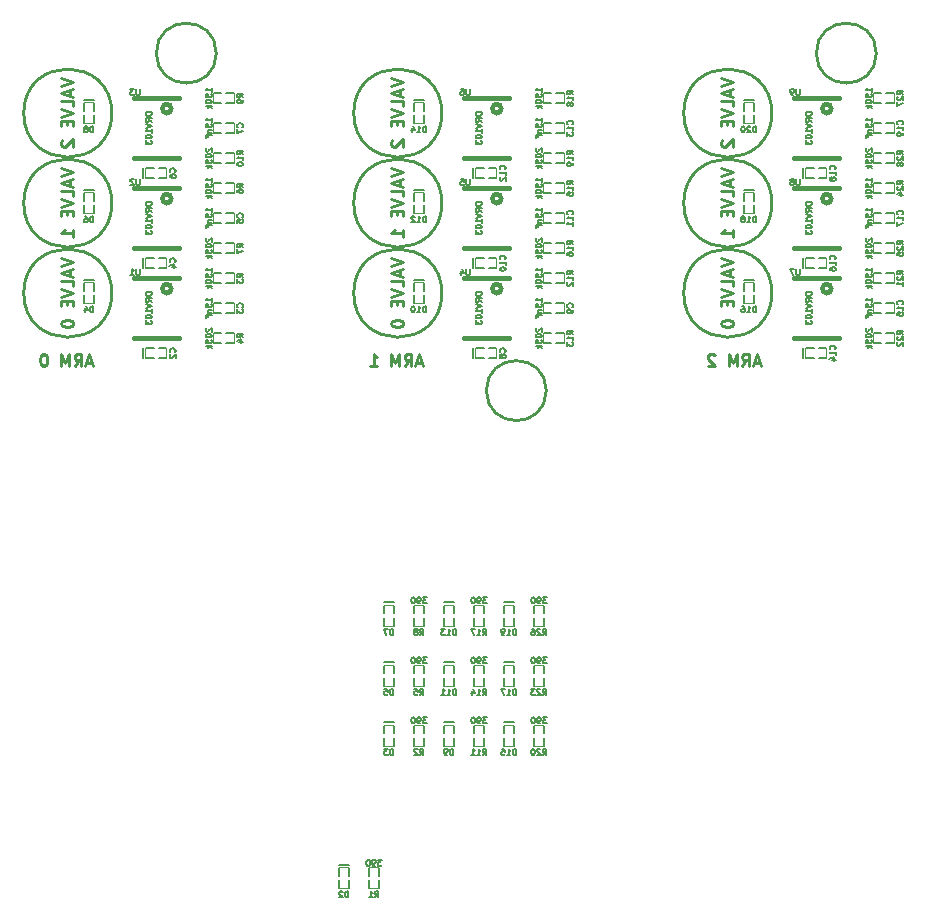
<source format=gbo>
%TF.GenerationSoftware,KiCad,Pcbnew,5.1.6-c6e7f7d~87~ubuntu20.04.1*%
%TF.CreationDate,2020-08-02T14:52:04-04:00*%
%TF.ProjectId,y_arena_valve_controller,795f6172-656e-4615-9f76-616c76655f63,1.2*%
%TF.SameCoordinates,Original*%
%TF.FileFunction,Legend,Bot*%
%TF.FilePolarity,Positive*%
%FSLAX46Y46*%
G04 Gerber Fmt 4.6, Leading zero omitted, Abs format (unit mm)*
G04 Created by KiCad (PCBNEW 5.1.6-c6e7f7d~87~ubuntu20.04.1) date 2020-08-02 14:52:04*
%MOMM*%
%LPD*%
G01*
G04 APERTURE LIST*
%ADD10C,0.254000*%
%ADD11C,0.279400*%
%ADD12C,0.381000*%
%ADD13C,0.177800*%
%ADD14C,0.228600*%
%ADD15C,0.127000*%
%ADD16C,3.100000*%
%ADD17C,2.386000*%
%ADD18R,1.649400X0.699440*%
%ADD19R,0.800000X0.700000*%
%ADD20R,0.700000X0.800000*%
%ADD21C,3.656000*%
%ADD22O,2.640000X2.284400*%
%ADD23R,2.640000X2.284400*%
G04 APERTURE END LIST*
D10*
X110060619Y-58643761D02*
X111076619Y-58982428D01*
X110060619Y-59321095D01*
X110786333Y-59611380D02*
X110786333Y-60095190D01*
X111076619Y-59514619D02*
X110060619Y-59853285D01*
X111076619Y-60191952D01*
X111076619Y-61014428D02*
X111076619Y-60530619D01*
X110060619Y-60530619D01*
X110060619Y-61207952D02*
X111076619Y-61546619D01*
X110060619Y-61885285D01*
X110544428Y-62223952D02*
X110544428Y-62562619D01*
X111076619Y-62707761D02*
X111076619Y-62223952D01*
X110060619Y-62223952D01*
X110060619Y-62707761D01*
X110157380Y-63868904D02*
X110109000Y-63917285D01*
X110060619Y-64014047D01*
X110060619Y-64255952D01*
X110109000Y-64352714D01*
X110157380Y-64401095D01*
X110254142Y-64449476D01*
X110350904Y-64449476D01*
X110496047Y-64401095D01*
X111076619Y-63820523D01*
X111076619Y-64449476D01*
X82120619Y-58643761D02*
X83136619Y-58982428D01*
X82120619Y-59321095D01*
X82846333Y-59611380D02*
X82846333Y-60095190D01*
X83136619Y-59514619D02*
X82120619Y-59853285D01*
X83136619Y-60191952D01*
X83136619Y-61014428D02*
X83136619Y-60530619D01*
X82120619Y-60530619D01*
X82120619Y-61207952D02*
X83136619Y-61546619D01*
X82120619Y-61885285D01*
X82604428Y-62223952D02*
X82604428Y-62562619D01*
X83136619Y-62707761D02*
X83136619Y-62223952D01*
X82120619Y-62223952D01*
X82120619Y-62707761D01*
X82217380Y-63868904D02*
X82169000Y-63917285D01*
X82120619Y-64014047D01*
X82120619Y-64255952D01*
X82169000Y-64352714D01*
X82217380Y-64401095D01*
X82314142Y-64449476D01*
X82410904Y-64449476D01*
X82556047Y-64401095D01*
X83136619Y-63820523D01*
X83136619Y-64449476D01*
X54180619Y-58643761D02*
X55196619Y-58982428D01*
X54180619Y-59321095D01*
X54906333Y-59611380D02*
X54906333Y-60095190D01*
X55196619Y-59514619D02*
X54180619Y-59853285D01*
X55196619Y-60191952D01*
X55196619Y-61014428D02*
X55196619Y-60530619D01*
X54180619Y-60530619D01*
X54180619Y-61207952D02*
X55196619Y-61546619D01*
X54180619Y-61885285D01*
X54664428Y-62223952D02*
X54664428Y-62562619D01*
X55196619Y-62707761D02*
X55196619Y-62223952D01*
X54180619Y-62223952D01*
X54180619Y-62707761D01*
X54277380Y-63868904D02*
X54229000Y-63917285D01*
X54180619Y-64014047D01*
X54180619Y-64255952D01*
X54229000Y-64352714D01*
X54277380Y-64401095D01*
X54374142Y-64449476D01*
X54470904Y-64449476D01*
X54616047Y-64401095D01*
X55196619Y-63820523D01*
X55196619Y-64449476D01*
X110060619Y-66263761D02*
X111076619Y-66602428D01*
X110060619Y-66941095D01*
X110786333Y-67231380D02*
X110786333Y-67715190D01*
X111076619Y-67134619D02*
X110060619Y-67473285D01*
X111076619Y-67811952D01*
X111076619Y-68634428D02*
X111076619Y-68150619D01*
X110060619Y-68150619D01*
X110060619Y-68827952D02*
X111076619Y-69166619D01*
X110060619Y-69505285D01*
X110544428Y-69843952D02*
X110544428Y-70182619D01*
X111076619Y-70327761D02*
X111076619Y-69843952D01*
X110060619Y-69843952D01*
X110060619Y-70327761D01*
X111076619Y-72069476D02*
X111076619Y-71488904D01*
X111076619Y-71779190D02*
X110060619Y-71779190D01*
X110205761Y-71682428D01*
X110302523Y-71585666D01*
X110350904Y-71488904D01*
X82120619Y-66263761D02*
X83136619Y-66602428D01*
X82120619Y-66941095D01*
X82846333Y-67231380D02*
X82846333Y-67715190D01*
X83136619Y-67134619D02*
X82120619Y-67473285D01*
X83136619Y-67811952D01*
X83136619Y-68634428D02*
X83136619Y-68150619D01*
X82120619Y-68150619D01*
X82120619Y-68827952D02*
X83136619Y-69166619D01*
X82120619Y-69505285D01*
X82604428Y-69843952D02*
X82604428Y-70182619D01*
X83136619Y-70327761D02*
X83136619Y-69843952D01*
X82120619Y-69843952D01*
X82120619Y-70327761D01*
X83136619Y-72069476D02*
X83136619Y-71488904D01*
X83136619Y-71779190D02*
X82120619Y-71779190D01*
X82265761Y-71682428D01*
X82362523Y-71585666D01*
X82410904Y-71488904D01*
X54180619Y-66263761D02*
X55196619Y-66602428D01*
X54180619Y-66941095D01*
X54906333Y-67231380D02*
X54906333Y-67715190D01*
X55196619Y-67134619D02*
X54180619Y-67473285D01*
X55196619Y-67811952D01*
X55196619Y-68634428D02*
X55196619Y-68150619D01*
X54180619Y-68150619D01*
X54180619Y-68827952D02*
X55196619Y-69166619D01*
X54180619Y-69505285D01*
X54664428Y-69843952D02*
X54664428Y-70182619D01*
X55196619Y-70327761D02*
X55196619Y-69843952D01*
X54180619Y-69843952D01*
X54180619Y-70327761D01*
X55196619Y-72069476D02*
X55196619Y-71488904D01*
X55196619Y-71779190D02*
X54180619Y-71779190D01*
X54325761Y-71682428D01*
X54422523Y-71585666D01*
X54470904Y-71488904D01*
X110060619Y-73883761D02*
X111076619Y-74222428D01*
X110060619Y-74561095D01*
X110786333Y-74851380D02*
X110786333Y-75335190D01*
X111076619Y-74754619D02*
X110060619Y-75093285D01*
X111076619Y-75431952D01*
X111076619Y-76254428D02*
X111076619Y-75770619D01*
X110060619Y-75770619D01*
X110060619Y-76447952D02*
X111076619Y-76786619D01*
X110060619Y-77125285D01*
X110544428Y-77463952D02*
X110544428Y-77802619D01*
X111076619Y-77947761D02*
X111076619Y-77463952D01*
X110060619Y-77463952D01*
X110060619Y-77947761D01*
X110060619Y-79350809D02*
X110060619Y-79447571D01*
X110109000Y-79544333D01*
X110157380Y-79592714D01*
X110254142Y-79641095D01*
X110447666Y-79689476D01*
X110689571Y-79689476D01*
X110883095Y-79641095D01*
X110979857Y-79592714D01*
X111028238Y-79544333D01*
X111076619Y-79447571D01*
X111076619Y-79350809D01*
X111028238Y-79254047D01*
X110979857Y-79205666D01*
X110883095Y-79157285D01*
X110689571Y-79108904D01*
X110447666Y-79108904D01*
X110254142Y-79157285D01*
X110157380Y-79205666D01*
X110109000Y-79254047D01*
X110060619Y-79350809D01*
X82120619Y-73883761D02*
X83136619Y-74222428D01*
X82120619Y-74561095D01*
X82846333Y-74851380D02*
X82846333Y-75335190D01*
X83136619Y-74754619D02*
X82120619Y-75093285D01*
X83136619Y-75431952D01*
X83136619Y-76254428D02*
X83136619Y-75770619D01*
X82120619Y-75770619D01*
X82120619Y-76447952D02*
X83136619Y-76786619D01*
X82120619Y-77125285D01*
X82604428Y-77463952D02*
X82604428Y-77802619D01*
X83136619Y-77947761D02*
X83136619Y-77463952D01*
X82120619Y-77463952D01*
X82120619Y-77947761D01*
X82120619Y-79350809D02*
X82120619Y-79447571D01*
X82169000Y-79544333D01*
X82217380Y-79592714D01*
X82314142Y-79641095D01*
X82507666Y-79689476D01*
X82749571Y-79689476D01*
X82943095Y-79641095D01*
X83039857Y-79592714D01*
X83088238Y-79544333D01*
X83136619Y-79447571D01*
X83136619Y-79350809D01*
X83088238Y-79254047D01*
X83039857Y-79205666D01*
X82943095Y-79157285D01*
X82749571Y-79108904D01*
X82507666Y-79108904D01*
X82314142Y-79157285D01*
X82217380Y-79205666D01*
X82169000Y-79254047D01*
X82120619Y-79350809D01*
X54180619Y-73883761D02*
X55196619Y-74222428D01*
X54180619Y-74561095D01*
X54906333Y-74851380D02*
X54906333Y-75335190D01*
X55196619Y-74754619D02*
X54180619Y-75093285D01*
X55196619Y-75431952D01*
X55196619Y-76254428D02*
X55196619Y-75770619D01*
X54180619Y-75770619D01*
X54180619Y-76447952D02*
X55196619Y-76786619D01*
X54180619Y-77125285D01*
X54664428Y-77463952D02*
X54664428Y-77802619D01*
X55196619Y-77947761D02*
X55196619Y-77463952D01*
X54180619Y-77463952D01*
X54180619Y-77947761D01*
X54180619Y-79350809D02*
X54180619Y-79447571D01*
X54229000Y-79544333D01*
X54277380Y-79592714D01*
X54374142Y-79641095D01*
X54567666Y-79689476D01*
X54809571Y-79689476D01*
X55003095Y-79641095D01*
X55099857Y-79592714D01*
X55148238Y-79544333D01*
X55196619Y-79447571D01*
X55196619Y-79350809D01*
X55148238Y-79254047D01*
X55099857Y-79205666D01*
X55003095Y-79157285D01*
X54809571Y-79108904D01*
X54567666Y-79108904D01*
X54374142Y-79157285D01*
X54277380Y-79205666D01*
X54229000Y-79254047D01*
X54180619Y-79350809D01*
X113326333Y-82719333D02*
X112842523Y-82719333D01*
X113423095Y-83009619D02*
X113084428Y-81993619D01*
X112745761Y-83009619D01*
X111826523Y-83009619D02*
X112165190Y-82525809D01*
X112407095Y-83009619D02*
X112407095Y-81993619D01*
X112020047Y-81993619D01*
X111923285Y-82042000D01*
X111874904Y-82090380D01*
X111826523Y-82187142D01*
X111826523Y-82332285D01*
X111874904Y-82429047D01*
X111923285Y-82477428D01*
X112020047Y-82525809D01*
X112407095Y-82525809D01*
X111391095Y-83009619D02*
X111391095Y-81993619D01*
X111052428Y-82719333D01*
X110713761Y-81993619D01*
X110713761Y-83009619D01*
X109504238Y-82090380D02*
X109455857Y-82042000D01*
X109359095Y-81993619D01*
X109117190Y-81993619D01*
X109020428Y-82042000D01*
X108972047Y-82090380D01*
X108923666Y-82187142D01*
X108923666Y-82283904D01*
X108972047Y-82429047D01*
X109552619Y-83009619D01*
X108923666Y-83009619D01*
X84751333Y-82719333D02*
X84267523Y-82719333D01*
X84848095Y-83009619D02*
X84509428Y-81993619D01*
X84170761Y-83009619D01*
X83251523Y-83009619D02*
X83590190Y-82525809D01*
X83832095Y-83009619D02*
X83832095Y-81993619D01*
X83445047Y-81993619D01*
X83348285Y-82042000D01*
X83299904Y-82090380D01*
X83251523Y-82187142D01*
X83251523Y-82332285D01*
X83299904Y-82429047D01*
X83348285Y-82477428D01*
X83445047Y-82525809D01*
X83832095Y-82525809D01*
X82816095Y-83009619D02*
X82816095Y-81993619D01*
X82477428Y-82719333D01*
X82138761Y-81993619D01*
X82138761Y-83009619D01*
X80348666Y-83009619D02*
X80929238Y-83009619D01*
X80638952Y-83009619D02*
X80638952Y-81993619D01*
X80735714Y-82138761D01*
X80832476Y-82235523D01*
X80929238Y-82283904D01*
X56811333Y-82719333D02*
X56327523Y-82719333D01*
X56908095Y-83009619D02*
X56569428Y-81993619D01*
X56230761Y-83009619D01*
X55311523Y-83009619D02*
X55650190Y-82525809D01*
X55892095Y-83009619D02*
X55892095Y-81993619D01*
X55505047Y-81993619D01*
X55408285Y-82042000D01*
X55359904Y-82090380D01*
X55311523Y-82187142D01*
X55311523Y-82332285D01*
X55359904Y-82429047D01*
X55408285Y-82477428D01*
X55505047Y-82525809D01*
X55892095Y-82525809D01*
X54876095Y-83009619D02*
X54876095Y-81993619D01*
X54537428Y-82719333D01*
X54198761Y-81993619D01*
X54198761Y-83009619D01*
X52747333Y-81993619D02*
X52650571Y-81993619D01*
X52553809Y-82042000D01*
X52505428Y-82090380D01*
X52457047Y-82187142D01*
X52408666Y-82380666D01*
X52408666Y-82622571D01*
X52457047Y-82816095D01*
X52505428Y-82912857D01*
X52553809Y-82961238D01*
X52650571Y-83009619D01*
X52747333Y-83009619D01*
X52844095Y-82961238D01*
X52892476Y-82912857D01*
X52940857Y-82816095D01*
X52989238Y-82622571D01*
X52989238Y-82380666D01*
X52940857Y-82187142D01*
X52892476Y-82090380D01*
X52844095Y-82042000D01*
X52747333Y-81993619D01*
D11*
%TO.C,S1*%
X58470800Y-76835000D02*
G75*
G03*
X58470800Y-76835000I-3733800J0D01*
G01*
%TO.C,S2*%
X58470800Y-69215000D02*
G75*
G03*
X58470800Y-69215000I-3733800J0D01*
G01*
%TO.C,S3*%
X58470800Y-61595000D02*
G75*
G03*
X58470800Y-61595000I-3733800J0D01*
G01*
%TO.C,S4*%
X86410800Y-76835000D02*
G75*
G03*
X86410800Y-76835000I-3733800J0D01*
G01*
%TO.C,S5*%
X86410800Y-69215000D02*
G75*
G03*
X86410800Y-69215000I-3733800J0D01*
G01*
%TO.C,S6*%
X86410800Y-61595000D02*
G75*
G03*
X86410800Y-61595000I-3733800J0D01*
G01*
%TO.C,S7*%
X114350800Y-76835000D02*
G75*
G03*
X114350800Y-76835000I-3733800J0D01*
G01*
%TO.C,S8*%
X114350800Y-69215000D02*
G75*
G03*
X114350800Y-69215000I-3733800J0D01*
G01*
%TO.C,S9*%
X114350800Y-61595000D02*
G75*
G03*
X114350800Y-61595000I-3733800J0D01*
G01*
D12*
%TO.C,U1*%
X63500000Y-76454000D02*
G75*
G03*
X63500000Y-76454000I-381000J0D01*
G01*
X60325000Y-75565000D02*
X64135000Y-75565000D01*
X60325000Y-80645000D02*
X64135000Y-80645000D01*
%TO.C,U2*%
X63500000Y-68834000D02*
G75*
G03*
X63500000Y-68834000I-381000J0D01*
G01*
X60325000Y-67945000D02*
X64135000Y-67945000D01*
X60325000Y-73025000D02*
X64135000Y-73025000D01*
%TO.C,U3*%
X63500000Y-61214000D02*
G75*
G03*
X63500000Y-61214000I-381000J0D01*
G01*
X60325000Y-60325000D02*
X64135000Y-60325000D01*
X60325000Y-65405000D02*
X64135000Y-65405000D01*
%TO.C,U4*%
X91440000Y-76454000D02*
G75*
G03*
X91440000Y-76454000I-381000J0D01*
G01*
X88265000Y-75565000D02*
X92075000Y-75565000D01*
X88265000Y-80645000D02*
X92075000Y-80645000D01*
%TO.C,U5*%
X91440000Y-68834000D02*
G75*
G03*
X91440000Y-68834000I-381000J0D01*
G01*
X88265000Y-67945000D02*
X92075000Y-67945000D01*
X88265000Y-73025000D02*
X92075000Y-73025000D01*
%TO.C,U6*%
X91440000Y-61214000D02*
G75*
G03*
X91440000Y-61214000I-381000J0D01*
G01*
X88265000Y-60325000D02*
X92075000Y-60325000D01*
X88265000Y-65405000D02*
X92075000Y-65405000D01*
%TO.C,U7*%
X119380000Y-76454000D02*
G75*
G03*
X119380000Y-76454000I-381000J0D01*
G01*
X116205000Y-75565000D02*
X120015000Y-75565000D01*
X116205000Y-80645000D02*
X120015000Y-80645000D01*
%TO.C,U8*%
X119380000Y-68834000D02*
G75*
G03*
X119380000Y-68834000I-381000J0D01*
G01*
X116205000Y-67945000D02*
X120015000Y-67945000D01*
X116205000Y-73025000D02*
X120015000Y-73025000D01*
%TO.C,U9*%
X119380000Y-61214000D02*
G75*
G03*
X119380000Y-61214000I-381000J0D01*
G01*
X116205000Y-60325000D02*
X120015000Y-60325000D01*
X116205000Y-65405000D02*
X120015000Y-65405000D01*
D13*
%TO.C,D3*%
X82315000Y-115150000D02*
X82315000Y-114500000D01*
X81515000Y-115150000D02*
X82315000Y-115150000D01*
X81515000Y-114500000D02*
X81515000Y-115150000D01*
X82315000Y-113450000D02*
X82315000Y-114100000D01*
X81515000Y-113450000D02*
X82315000Y-113450000D01*
X81515000Y-114100000D02*
X81515000Y-113450000D01*
X81515000Y-113157000D02*
X82315000Y-113157000D01*
%TO.C,D4*%
X56915000Y-77685000D02*
X56915000Y-77035000D01*
X56115000Y-77685000D02*
X56915000Y-77685000D01*
X56115000Y-77035000D02*
X56115000Y-77685000D01*
X56915000Y-75985000D02*
X56915000Y-76635000D01*
X56115000Y-75985000D02*
X56915000Y-75985000D01*
X56115000Y-76635000D02*
X56115000Y-75985000D01*
X56115000Y-75692000D02*
X56915000Y-75692000D01*
%TO.C,D5*%
X82315000Y-110070000D02*
X82315000Y-109420000D01*
X81515000Y-110070000D02*
X82315000Y-110070000D01*
X81515000Y-109420000D02*
X81515000Y-110070000D01*
X82315000Y-108370000D02*
X82315000Y-109020000D01*
X81515000Y-108370000D02*
X82315000Y-108370000D01*
X81515000Y-109020000D02*
X81515000Y-108370000D01*
X81515000Y-108077000D02*
X82315000Y-108077000D01*
%TO.C,D6*%
X56915000Y-70065000D02*
X56915000Y-69415000D01*
X56115000Y-70065000D02*
X56915000Y-70065000D01*
X56115000Y-69415000D02*
X56115000Y-70065000D01*
X56915000Y-68365000D02*
X56915000Y-69015000D01*
X56115000Y-68365000D02*
X56915000Y-68365000D01*
X56115000Y-69015000D02*
X56115000Y-68365000D01*
X56115000Y-68072000D02*
X56915000Y-68072000D01*
%TO.C,D7*%
X82315000Y-104990000D02*
X82315000Y-104340000D01*
X81515000Y-104990000D02*
X82315000Y-104990000D01*
X81515000Y-104340000D02*
X81515000Y-104990000D01*
X82315000Y-103290000D02*
X82315000Y-103940000D01*
X81515000Y-103290000D02*
X82315000Y-103290000D01*
X81515000Y-103940000D02*
X81515000Y-103290000D01*
X81515000Y-102997000D02*
X82315000Y-102997000D01*
%TO.C,D8*%
X56915000Y-62445000D02*
X56915000Y-61795000D01*
X56115000Y-62445000D02*
X56915000Y-62445000D01*
X56115000Y-61795000D02*
X56115000Y-62445000D01*
X56915000Y-60745000D02*
X56915000Y-61395000D01*
X56115000Y-60745000D02*
X56915000Y-60745000D01*
X56115000Y-61395000D02*
X56115000Y-60745000D01*
X56115000Y-60452000D02*
X56915000Y-60452000D01*
%TO.C,D9*%
X87395000Y-115150000D02*
X87395000Y-114500000D01*
X86595000Y-115150000D02*
X87395000Y-115150000D01*
X86595000Y-114500000D02*
X86595000Y-115150000D01*
X87395000Y-113450000D02*
X87395000Y-114100000D01*
X86595000Y-113450000D02*
X87395000Y-113450000D01*
X86595000Y-114100000D02*
X86595000Y-113450000D01*
X86595000Y-113157000D02*
X87395000Y-113157000D01*
%TO.C,D10*%
X84855000Y-77685000D02*
X84855000Y-77035000D01*
X84055000Y-77685000D02*
X84855000Y-77685000D01*
X84055000Y-77035000D02*
X84055000Y-77685000D01*
X84855000Y-75985000D02*
X84855000Y-76635000D01*
X84055000Y-75985000D02*
X84855000Y-75985000D01*
X84055000Y-76635000D02*
X84055000Y-75985000D01*
X84055000Y-75692000D02*
X84855000Y-75692000D01*
%TO.C,D11*%
X87395000Y-110070000D02*
X87395000Y-109420000D01*
X86595000Y-110070000D02*
X87395000Y-110070000D01*
X86595000Y-109420000D02*
X86595000Y-110070000D01*
X87395000Y-108370000D02*
X87395000Y-109020000D01*
X86595000Y-108370000D02*
X87395000Y-108370000D01*
X86595000Y-109020000D02*
X86595000Y-108370000D01*
X86595000Y-108077000D02*
X87395000Y-108077000D01*
%TO.C,D12*%
X84855000Y-70065000D02*
X84855000Y-69415000D01*
X84055000Y-70065000D02*
X84855000Y-70065000D01*
X84055000Y-69415000D02*
X84055000Y-70065000D01*
X84855000Y-68365000D02*
X84855000Y-69015000D01*
X84055000Y-68365000D02*
X84855000Y-68365000D01*
X84055000Y-69015000D02*
X84055000Y-68365000D01*
X84055000Y-68072000D02*
X84855000Y-68072000D01*
%TO.C,D13*%
X87395000Y-104990000D02*
X87395000Y-104340000D01*
X86595000Y-104990000D02*
X87395000Y-104990000D01*
X86595000Y-104340000D02*
X86595000Y-104990000D01*
X87395000Y-103290000D02*
X87395000Y-103940000D01*
X86595000Y-103290000D02*
X87395000Y-103290000D01*
X86595000Y-103940000D02*
X86595000Y-103290000D01*
X86595000Y-102997000D02*
X87395000Y-102997000D01*
%TO.C,D14*%
X84855000Y-62445000D02*
X84855000Y-61795000D01*
X84055000Y-62445000D02*
X84855000Y-62445000D01*
X84055000Y-61795000D02*
X84055000Y-62445000D01*
X84855000Y-60745000D02*
X84855000Y-61395000D01*
X84055000Y-60745000D02*
X84855000Y-60745000D01*
X84055000Y-61395000D02*
X84055000Y-60745000D01*
X84055000Y-60452000D02*
X84855000Y-60452000D01*
%TO.C,D15*%
X92475000Y-115150000D02*
X92475000Y-114500000D01*
X91675000Y-115150000D02*
X92475000Y-115150000D01*
X91675000Y-114500000D02*
X91675000Y-115150000D01*
X92475000Y-113450000D02*
X92475000Y-114100000D01*
X91675000Y-113450000D02*
X92475000Y-113450000D01*
X91675000Y-114100000D02*
X91675000Y-113450000D01*
X91675000Y-113157000D02*
X92475000Y-113157000D01*
%TO.C,D16*%
X112795000Y-77685000D02*
X112795000Y-77035000D01*
X111995000Y-77685000D02*
X112795000Y-77685000D01*
X111995000Y-77035000D02*
X111995000Y-77685000D01*
X112795000Y-75985000D02*
X112795000Y-76635000D01*
X111995000Y-75985000D02*
X112795000Y-75985000D01*
X111995000Y-76635000D02*
X111995000Y-75985000D01*
X111995000Y-75692000D02*
X112795000Y-75692000D01*
%TO.C,D17*%
X92475000Y-110070000D02*
X92475000Y-109420000D01*
X91675000Y-110070000D02*
X92475000Y-110070000D01*
X91675000Y-109420000D02*
X91675000Y-110070000D01*
X92475000Y-108370000D02*
X92475000Y-109020000D01*
X91675000Y-108370000D02*
X92475000Y-108370000D01*
X91675000Y-109020000D02*
X91675000Y-108370000D01*
X91675000Y-108077000D02*
X92475000Y-108077000D01*
%TO.C,D18*%
X112795000Y-70065000D02*
X112795000Y-69415000D01*
X111995000Y-70065000D02*
X112795000Y-70065000D01*
X111995000Y-69415000D02*
X111995000Y-70065000D01*
X112795000Y-68365000D02*
X112795000Y-69015000D01*
X111995000Y-68365000D02*
X112795000Y-68365000D01*
X111995000Y-69015000D02*
X111995000Y-68365000D01*
X111995000Y-68072000D02*
X112795000Y-68072000D01*
%TO.C,D19*%
X92475000Y-104990000D02*
X92475000Y-104340000D01*
X91675000Y-104990000D02*
X92475000Y-104990000D01*
X91675000Y-104340000D02*
X91675000Y-104990000D01*
X92475000Y-103290000D02*
X92475000Y-103940000D01*
X91675000Y-103290000D02*
X92475000Y-103290000D01*
X91675000Y-103940000D02*
X91675000Y-103290000D01*
X91675000Y-102997000D02*
X92475000Y-102997000D01*
%TO.C,D20*%
X112795000Y-62445000D02*
X112795000Y-61795000D01*
X111995000Y-62445000D02*
X112795000Y-62445000D01*
X111995000Y-61795000D02*
X111995000Y-62445000D01*
X112795000Y-60745000D02*
X112795000Y-61395000D01*
X111995000Y-60745000D02*
X112795000Y-60745000D01*
X111995000Y-61395000D02*
X111995000Y-60745000D01*
X111995000Y-60452000D02*
X112795000Y-60452000D01*
%TO.C,C2*%
X63080000Y-81515000D02*
X62430000Y-81515000D01*
X63080000Y-82315000D02*
X63080000Y-81515000D01*
X62430000Y-82315000D02*
X63080000Y-82315000D01*
X61380000Y-81515000D02*
X62030000Y-81515000D01*
X61380000Y-82315000D02*
X61380000Y-81515000D01*
X62030000Y-82315000D02*
X61380000Y-82315000D01*
X61087000Y-82315000D02*
X61087000Y-81515000D01*
%TO.C,C4*%
X63080000Y-73895000D02*
X62430000Y-73895000D01*
X63080000Y-74695000D02*
X63080000Y-73895000D01*
X62430000Y-74695000D02*
X63080000Y-74695000D01*
X61380000Y-73895000D02*
X62030000Y-73895000D01*
X61380000Y-74695000D02*
X61380000Y-73895000D01*
X62030000Y-74695000D02*
X61380000Y-74695000D01*
X61087000Y-74695000D02*
X61087000Y-73895000D01*
%TO.C,C6*%
X63080000Y-66275000D02*
X62430000Y-66275000D01*
X63080000Y-67075000D02*
X63080000Y-66275000D01*
X62430000Y-67075000D02*
X63080000Y-67075000D01*
X61380000Y-66275000D02*
X62030000Y-66275000D01*
X61380000Y-67075000D02*
X61380000Y-66275000D01*
X62030000Y-67075000D02*
X61380000Y-67075000D01*
X61087000Y-67075000D02*
X61087000Y-66275000D01*
%TO.C,C8*%
X91020000Y-81515000D02*
X90370000Y-81515000D01*
X91020000Y-82315000D02*
X91020000Y-81515000D01*
X90370000Y-82315000D02*
X91020000Y-82315000D01*
X89320000Y-81515000D02*
X89970000Y-81515000D01*
X89320000Y-82315000D02*
X89320000Y-81515000D01*
X89970000Y-82315000D02*
X89320000Y-82315000D01*
X89027000Y-82315000D02*
X89027000Y-81515000D01*
%TO.C,C10*%
X91020000Y-73895000D02*
X90370000Y-73895000D01*
X91020000Y-74695000D02*
X91020000Y-73895000D01*
X90370000Y-74695000D02*
X91020000Y-74695000D01*
X89320000Y-73895000D02*
X89970000Y-73895000D01*
X89320000Y-74695000D02*
X89320000Y-73895000D01*
X89970000Y-74695000D02*
X89320000Y-74695000D01*
X89027000Y-74695000D02*
X89027000Y-73895000D01*
%TO.C,C12*%
X91020000Y-66275000D02*
X90370000Y-66275000D01*
X91020000Y-67075000D02*
X91020000Y-66275000D01*
X90370000Y-67075000D02*
X91020000Y-67075000D01*
X89320000Y-66275000D02*
X89970000Y-66275000D01*
X89320000Y-67075000D02*
X89320000Y-66275000D01*
X89970000Y-67075000D02*
X89320000Y-67075000D01*
X89027000Y-67075000D02*
X89027000Y-66275000D01*
%TO.C,C14*%
X118960000Y-81515000D02*
X118310000Y-81515000D01*
X118960000Y-82315000D02*
X118960000Y-81515000D01*
X118310000Y-82315000D02*
X118960000Y-82315000D01*
X117260000Y-81515000D02*
X117910000Y-81515000D01*
X117260000Y-82315000D02*
X117260000Y-81515000D01*
X117910000Y-82315000D02*
X117260000Y-82315000D01*
X116967000Y-82315000D02*
X116967000Y-81515000D01*
%TO.C,C16*%
X118960000Y-73895000D02*
X118310000Y-73895000D01*
X118960000Y-74695000D02*
X118960000Y-73895000D01*
X118310000Y-74695000D02*
X118960000Y-74695000D01*
X117260000Y-73895000D02*
X117910000Y-73895000D01*
X117260000Y-74695000D02*
X117260000Y-73895000D01*
X117910000Y-74695000D02*
X117260000Y-74695000D01*
X116967000Y-74695000D02*
X116967000Y-73895000D01*
%TO.C,C18*%
X118960000Y-66275000D02*
X118310000Y-66275000D01*
X118960000Y-67075000D02*
X118960000Y-66275000D01*
X118310000Y-67075000D02*
X118960000Y-67075000D01*
X117260000Y-66275000D02*
X117910000Y-66275000D01*
X117260000Y-67075000D02*
X117260000Y-66275000D01*
X117910000Y-67075000D02*
X117260000Y-67075000D01*
X116967000Y-67075000D02*
X116967000Y-66275000D01*
%TO.C,C3*%
X67745000Y-78505000D02*
X67095000Y-78505000D01*
X67095000Y-78505000D02*
X67095000Y-77705000D01*
X67095000Y-77705000D02*
X67745000Y-77705000D01*
X68145000Y-78505000D02*
X68795000Y-78505000D01*
X68795000Y-78505000D02*
X68795000Y-77705000D01*
X68795000Y-77705000D02*
X68145000Y-77705000D01*
%TO.C,C5*%
X67745000Y-70885000D02*
X67095000Y-70885000D01*
X67095000Y-70885000D02*
X67095000Y-70085000D01*
X67095000Y-70085000D02*
X67745000Y-70085000D01*
X68145000Y-70885000D02*
X68795000Y-70885000D01*
X68795000Y-70885000D02*
X68795000Y-70085000D01*
X68795000Y-70085000D02*
X68145000Y-70085000D01*
%TO.C,C7*%
X67745000Y-63265000D02*
X67095000Y-63265000D01*
X67095000Y-63265000D02*
X67095000Y-62465000D01*
X67095000Y-62465000D02*
X67745000Y-62465000D01*
X68145000Y-63265000D02*
X68795000Y-63265000D01*
X68795000Y-63265000D02*
X68795000Y-62465000D01*
X68795000Y-62465000D02*
X68145000Y-62465000D01*
%TO.C,C9*%
X95685000Y-78505000D02*
X95035000Y-78505000D01*
X95035000Y-78505000D02*
X95035000Y-77705000D01*
X95035000Y-77705000D02*
X95685000Y-77705000D01*
X96085000Y-78505000D02*
X96735000Y-78505000D01*
X96735000Y-78505000D02*
X96735000Y-77705000D01*
X96735000Y-77705000D02*
X96085000Y-77705000D01*
%TO.C,C11*%
X95685000Y-70885000D02*
X95035000Y-70885000D01*
X95035000Y-70885000D02*
X95035000Y-70085000D01*
X95035000Y-70085000D02*
X95685000Y-70085000D01*
X96085000Y-70885000D02*
X96735000Y-70885000D01*
X96735000Y-70885000D02*
X96735000Y-70085000D01*
X96735000Y-70085000D02*
X96085000Y-70085000D01*
%TO.C,C13*%
X95685000Y-63265000D02*
X95035000Y-63265000D01*
X95035000Y-63265000D02*
X95035000Y-62465000D01*
X95035000Y-62465000D02*
X95685000Y-62465000D01*
X96085000Y-63265000D02*
X96735000Y-63265000D01*
X96735000Y-63265000D02*
X96735000Y-62465000D01*
X96735000Y-62465000D02*
X96085000Y-62465000D01*
%TO.C,C15*%
X123625000Y-78505000D02*
X122975000Y-78505000D01*
X122975000Y-78505000D02*
X122975000Y-77705000D01*
X122975000Y-77705000D02*
X123625000Y-77705000D01*
X124025000Y-78505000D02*
X124675000Y-78505000D01*
X124675000Y-78505000D02*
X124675000Y-77705000D01*
X124675000Y-77705000D02*
X124025000Y-77705000D01*
%TO.C,C17*%
X123625000Y-70885000D02*
X122975000Y-70885000D01*
X122975000Y-70885000D02*
X122975000Y-70085000D01*
X122975000Y-70085000D02*
X123625000Y-70085000D01*
X124025000Y-70885000D02*
X124675000Y-70885000D01*
X124675000Y-70885000D02*
X124675000Y-70085000D01*
X124675000Y-70085000D02*
X124025000Y-70085000D01*
%TO.C,C19*%
X123625000Y-63265000D02*
X122975000Y-63265000D01*
X122975000Y-63265000D02*
X122975000Y-62465000D01*
X122975000Y-62465000D02*
X123625000Y-62465000D01*
X124025000Y-63265000D02*
X124675000Y-63265000D01*
X124675000Y-63265000D02*
X124675000Y-62465000D01*
X124675000Y-62465000D02*
X124025000Y-62465000D01*
%TO.C,R3*%
X67745000Y-75965000D02*
X67095000Y-75965000D01*
X67095000Y-75965000D02*
X67095000Y-75165000D01*
X67095000Y-75165000D02*
X67745000Y-75165000D01*
X68145000Y-75965000D02*
X68795000Y-75965000D01*
X68795000Y-75965000D02*
X68795000Y-75165000D01*
X68795000Y-75165000D02*
X68145000Y-75165000D01*
%TO.C,R4*%
X67745000Y-81045000D02*
X67095000Y-81045000D01*
X67095000Y-81045000D02*
X67095000Y-80245000D01*
X67095000Y-80245000D02*
X67745000Y-80245000D01*
X68145000Y-81045000D02*
X68795000Y-81045000D01*
X68795000Y-81045000D02*
X68795000Y-80245000D01*
X68795000Y-80245000D02*
X68145000Y-80245000D01*
%TO.C,R6*%
X67745000Y-68345000D02*
X67095000Y-68345000D01*
X67095000Y-68345000D02*
X67095000Y-67545000D01*
X67095000Y-67545000D02*
X67745000Y-67545000D01*
X68145000Y-68345000D02*
X68795000Y-68345000D01*
X68795000Y-68345000D02*
X68795000Y-67545000D01*
X68795000Y-67545000D02*
X68145000Y-67545000D01*
%TO.C,R7*%
X67745000Y-73425000D02*
X67095000Y-73425000D01*
X67095000Y-73425000D02*
X67095000Y-72625000D01*
X67095000Y-72625000D02*
X67745000Y-72625000D01*
X68145000Y-73425000D02*
X68795000Y-73425000D01*
X68795000Y-73425000D02*
X68795000Y-72625000D01*
X68795000Y-72625000D02*
X68145000Y-72625000D01*
%TO.C,R9*%
X67745000Y-60725000D02*
X67095000Y-60725000D01*
X67095000Y-60725000D02*
X67095000Y-59925000D01*
X67095000Y-59925000D02*
X67745000Y-59925000D01*
X68145000Y-60725000D02*
X68795000Y-60725000D01*
X68795000Y-60725000D02*
X68795000Y-59925000D01*
X68795000Y-59925000D02*
X68145000Y-59925000D01*
%TO.C,R10*%
X67745000Y-65805000D02*
X67095000Y-65805000D01*
X67095000Y-65805000D02*
X67095000Y-65005000D01*
X67095000Y-65005000D02*
X67745000Y-65005000D01*
X68145000Y-65805000D02*
X68795000Y-65805000D01*
X68795000Y-65805000D02*
X68795000Y-65005000D01*
X68795000Y-65005000D02*
X68145000Y-65005000D01*
%TO.C,R12*%
X95685000Y-75965000D02*
X95035000Y-75965000D01*
X95035000Y-75965000D02*
X95035000Y-75165000D01*
X95035000Y-75165000D02*
X95685000Y-75165000D01*
X96085000Y-75965000D02*
X96735000Y-75965000D01*
X96735000Y-75965000D02*
X96735000Y-75165000D01*
X96735000Y-75165000D02*
X96085000Y-75165000D01*
%TO.C,R13*%
X95685000Y-81045000D02*
X95035000Y-81045000D01*
X95035000Y-81045000D02*
X95035000Y-80245000D01*
X95035000Y-80245000D02*
X95685000Y-80245000D01*
X96085000Y-81045000D02*
X96735000Y-81045000D01*
X96735000Y-81045000D02*
X96735000Y-80245000D01*
X96735000Y-80245000D02*
X96085000Y-80245000D01*
%TO.C,R15*%
X95685000Y-68345000D02*
X95035000Y-68345000D01*
X95035000Y-68345000D02*
X95035000Y-67545000D01*
X95035000Y-67545000D02*
X95685000Y-67545000D01*
X96085000Y-68345000D02*
X96735000Y-68345000D01*
X96735000Y-68345000D02*
X96735000Y-67545000D01*
X96735000Y-67545000D02*
X96085000Y-67545000D01*
%TO.C,R16*%
X95685000Y-73425000D02*
X95035000Y-73425000D01*
X95035000Y-73425000D02*
X95035000Y-72625000D01*
X95035000Y-72625000D02*
X95685000Y-72625000D01*
X96085000Y-73425000D02*
X96735000Y-73425000D01*
X96735000Y-73425000D02*
X96735000Y-72625000D01*
X96735000Y-72625000D02*
X96085000Y-72625000D01*
%TO.C,R18*%
X95685000Y-60725000D02*
X95035000Y-60725000D01*
X95035000Y-60725000D02*
X95035000Y-59925000D01*
X95035000Y-59925000D02*
X95685000Y-59925000D01*
X96085000Y-60725000D02*
X96735000Y-60725000D01*
X96735000Y-60725000D02*
X96735000Y-59925000D01*
X96735000Y-59925000D02*
X96085000Y-59925000D01*
%TO.C,R19*%
X95685000Y-65805000D02*
X95035000Y-65805000D01*
X95035000Y-65805000D02*
X95035000Y-65005000D01*
X95035000Y-65005000D02*
X95685000Y-65005000D01*
X96085000Y-65805000D02*
X96735000Y-65805000D01*
X96735000Y-65805000D02*
X96735000Y-65005000D01*
X96735000Y-65005000D02*
X96085000Y-65005000D01*
%TO.C,R21*%
X123625000Y-75965000D02*
X122975000Y-75965000D01*
X122975000Y-75965000D02*
X122975000Y-75165000D01*
X122975000Y-75165000D02*
X123625000Y-75165000D01*
X124025000Y-75965000D02*
X124675000Y-75965000D01*
X124675000Y-75965000D02*
X124675000Y-75165000D01*
X124675000Y-75165000D02*
X124025000Y-75165000D01*
%TO.C,R22*%
X123625000Y-81045000D02*
X122975000Y-81045000D01*
X122975000Y-81045000D02*
X122975000Y-80245000D01*
X122975000Y-80245000D02*
X123625000Y-80245000D01*
X124025000Y-81045000D02*
X124675000Y-81045000D01*
X124675000Y-81045000D02*
X124675000Y-80245000D01*
X124675000Y-80245000D02*
X124025000Y-80245000D01*
%TO.C,R24*%
X123625000Y-68345000D02*
X122975000Y-68345000D01*
X122975000Y-68345000D02*
X122975000Y-67545000D01*
X122975000Y-67545000D02*
X123625000Y-67545000D01*
X124025000Y-68345000D02*
X124675000Y-68345000D01*
X124675000Y-68345000D02*
X124675000Y-67545000D01*
X124675000Y-67545000D02*
X124025000Y-67545000D01*
%TO.C,R25*%
X123625000Y-73425000D02*
X122975000Y-73425000D01*
X122975000Y-73425000D02*
X122975000Y-72625000D01*
X122975000Y-72625000D02*
X123625000Y-72625000D01*
X124025000Y-73425000D02*
X124675000Y-73425000D01*
X124675000Y-73425000D02*
X124675000Y-72625000D01*
X124675000Y-72625000D02*
X124025000Y-72625000D01*
%TO.C,R27*%
X123625000Y-60725000D02*
X122975000Y-60725000D01*
X122975000Y-60725000D02*
X122975000Y-59925000D01*
X122975000Y-59925000D02*
X123625000Y-59925000D01*
X124025000Y-60725000D02*
X124675000Y-60725000D01*
X124675000Y-60725000D02*
X124675000Y-59925000D01*
X124675000Y-59925000D02*
X124025000Y-59925000D01*
%TO.C,R28*%
X123625000Y-65805000D02*
X122975000Y-65805000D01*
X122975000Y-65805000D02*
X122975000Y-65005000D01*
X122975000Y-65005000D02*
X123625000Y-65005000D01*
X124025000Y-65805000D02*
X124675000Y-65805000D01*
X124675000Y-65805000D02*
X124675000Y-65005000D01*
X124675000Y-65005000D02*
X124025000Y-65005000D01*
%TO.C,R2*%
X84055000Y-114100000D02*
X84055000Y-113450000D01*
X84055000Y-113450000D02*
X84855000Y-113450000D01*
X84855000Y-113450000D02*
X84855000Y-114100000D01*
X84055000Y-114500000D02*
X84055000Y-115150000D01*
X84055000Y-115150000D02*
X84855000Y-115150000D01*
X84855000Y-115150000D02*
X84855000Y-114500000D01*
%TO.C,R5*%
X84055000Y-109020000D02*
X84055000Y-108370000D01*
X84055000Y-108370000D02*
X84855000Y-108370000D01*
X84855000Y-108370000D02*
X84855000Y-109020000D01*
X84055000Y-109420000D02*
X84055000Y-110070000D01*
X84055000Y-110070000D02*
X84855000Y-110070000D01*
X84855000Y-110070000D02*
X84855000Y-109420000D01*
%TO.C,R8*%
X84055000Y-103940000D02*
X84055000Y-103290000D01*
X84055000Y-103290000D02*
X84855000Y-103290000D01*
X84855000Y-103290000D02*
X84855000Y-103940000D01*
X84055000Y-104340000D02*
X84055000Y-104990000D01*
X84055000Y-104990000D02*
X84855000Y-104990000D01*
X84855000Y-104990000D02*
X84855000Y-104340000D01*
%TO.C,R11*%
X89135000Y-114100000D02*
X89135000Y-113450000D01*
X89135000Y-113450000D02*
X89935000Y-113450000D01*
X89935000Y-113450000D02*
X89935000Y-114100000D01*
X89135000Y-114500000D02*
X89135000Y-115150000D01*
X89135000Y-115150000D02*
X89935000Y-115150000D01*
X89935000Y-115150000D02*
X89935000Y-114500000D01*
%TO.C,R14*%
X89135000Y-109020000D02*
X89135000Y-108370000D01*
X89135000Y-108370000D02*
X89935000Y-108370000D01*
X89935000Y-108370000D02*
X89935000Y-109020000D01*
X89135000Y-109420000D02*
X89135000Y-110070000D01*
X89135000Y-110070000D02*
X89935000Y-110070000D01*
X89935000Y-110070000D02*
X89935000Y-109420000D01*
%TO.C,R17*%
X89135000Y-103940000D02*
X89135000Y-103290000D01*
X89135000Y-103290000D02*
X89935000Y-103290000D01*
X89935000Y-103290000D02*
X89935000Y-103940000D01*
X89135000Y-104340000D02*
X89135000Y-104990000D01*
X89135000Y-104990000D02*
X89935000Y-104990000D01*
X89935000Y-104990000D02*
X89935000Y-104340000D01*
%TO.C,R20*%
X94215000Y-114100000D02*
X94215000Y-113450000D01*
X94215000Y-113450000D02*
X95015000Y-113450000D01*
X95015000Y-113450000D02*
X95015000Y-114100000D01*
X94215000Y-114500000D02*
X94215000Y-115150000D01*
X94215000Y-115150000D02*
X95015000Y-115150000D01*
X95015000Y-115150000D02*
X95015000Y-114500000D01*
%TO.C,R23*%
X94215000Y-109020000D02*
X94215000Y-108370000D01*
X94215000Y-108370000D02*
X95015000Y-108370000D01*
X95015000Y-108370000D02*
X95015000Y-109020000D01*
X94215000Y-109420000D02*
X94215000Y-110070000D01*
X94215000Y-110070000D02*
X95015000Y-110070000D01*
X95015000Y-110070000D02*
X95015000Y-109420000D01*
%TO.C,R26*%
X94215000Y-103940000D02*
X94215000Y-103290000D01*
X94215000Y-103290000D02*
X95015000Y-103290000D01*
X95015000Y-103290000D02*
X95015000Y-103940000D01*
X94215000Y-104340000D02*
X94215000Y-104990000D01*
X94215000Y-104990000D02*
X95015000Y-104990000D01*
X95015000Y-104990000D02*
X95015000Y-104340000D01*
%TO.C,D2*%
X78505000Y-127215000D02*
X78505000Y-126565000D01*
X77705000Y-127215000D02*
X78505000Y-127215000D01*
X77705000Y-126565000D02*
X77705000Y-127215000D01*
X78505000Y-125515000D02*
X78505000Y-126165000D01*
X77705000Y-125515000D02*
X78505000Y-125515000D01*
X77705000Y-126165000D02*
X77705000Y-125515000D01*
X77705000Y-125222000D02*
X78505000Y-125222000D01*
%TO.C,R1*%
X81045000Y-127215000D02*
X81045000Y-126565000D01*
X80245000Y-127215000D02*
X81045000Y-127215000D01*
X80245000Y-126565000D02*
X80245000Y-127215000D01*
X81045000Y-125515000D02*
X81045000Y-126165000D01*
X80245000Y-125515000D02*
X81045000Y-125515000D01*
X80245000Y-126165000D02*
X80245000Y-125515000D01*
D14*
%TO.C,MH1*%
X95250000Y-85090000D02*
G75*
G03*
X95250000Y-85090000I-2540000J0D01*
G01*
%TO.C,MH2*%
X67310000Y-56515000D02*
G75*
G03*
X67310000Y-56515000I-2540000J0D01*
G01*
%TO.C,MH3*%
X123190000Y-56515000D02*
G75*
G03*
X123190000Y-56515000I-2540000J0D01*
G01*
%TO.C,U1*%
D15*
X60839047Y-74778809D02*
X60839047Y-75190047D01*
X60814857Y-75238428D01*
X60790666Y-75262619D01*
X60742285Y-75286809D01*
X60645523Y-75286809D01*
X60597142Y-75262619D01*
X60572952Y-75238428D01*
X60548761Y-75190047D01*
X60548761Y-74778809D01*
X60040761Y-75286809D02*
X60331047Y-75286809D01*
X60185904Y-75286809D02*
X60185904Y-74778809D01*
X60234285Y-74851380D01*
X60282666Y-74899761D01*
X60331047Y-74923952D01*
X61824809Y-76774523D02*
X61316809Y-76774523D01*
X61316809Y-76895476D01*
X61341000Y-76968047D01*
X61389380Y-77016428D01*
X61437761Y-77040619D01*
X61534523Y-77064809D01*
X61607095Y-77064809D01*
X61703857Y-77040619D01*
X61752238Y-77016428D01*
X61800619Y-76968047D01*
X61824809Y-76895476D01*
X61824809Y-76774523D01*
X61824809Y-77572809D02*
X61582904Y-77403476D01*
X61824809Y-77282523D02*
X61316809Y-77282523D01*
X61316809Y-77476047D01*
X61341000Y-77524428D01*
X61365190Y-77548619D01*
X61413571Y-77572809D01*
X61486142Y-77572809D01*
X61534523Y-77548619D01*
X61558714Y-77524428D01*
X61582904Y-77476047D01*
X61582904Y-77282523D01*
X61316809Y-77717952D02*
X61824809Y-77887285D01*
X61316809Y-78056619D01*
X61824809Y-78492047D02*
X61824809Y-78201761D01*
X61824809Y-78346904D02*
X61316809Y-78346904D01*
X61389380Y-78298523D01*
X61437761Y-78250142D01*
X61461952Y-78201761D01*
X61316809Y-78806523D02*
X61316809Y-78854904D01*
X61341000Y-78903285D01*
X61365190Y-78927476D01*
X61413571Y-78951666D01*
X61510333Y-78975857D01*
X61631285Y-78975857D01*
X61728047Y-78951666D01*
X61776428Y-78927476D01*
X61800619Y-78903285D01*
X61824809Y-78854904D01*
X61824809Y-78806523D01*
X61800619Y-78758142D01*
X61776428Y-78733952D01*
X61728047Y-78709761D01*
X61631285Y-78685571D01*
X61510333Y-78685571D01*
X61413571Y-78709761D01*
X61365190Y-78733952D01*
X61341000Y-78758142D01*
X61316809Y-78806523D01*
X61316809Y-79145190D02*
X61316809Y-79459666D01*
X61510333Y-79290333D01*
X61510333Y-79362904D01*
X61534523Y-79411285D01*
X61558714Y-79435476D01*
X61607095Y-79459666D01*
X61728047Y-79459666D01*
X61776428Y-79435476D01*
X61800619Y-79411285D01*
X61824809Y-79362904D01*
X61824809Y-79217761D01*
X61800619Y-79169380D01*
X61776428Y-79145190D01*
%TO.C,U2*%
X60839047Y-67158809D02*
X60839047Y-67570047D01*
X60814857Y-67618428D01*
X60790666Y-67642619D01*
X60742285Y-67666809D01*
X60645523Y-67666809D01*
X60597142Y-67642619D01*
X60572952Y-67618428D01*
X60548761Y-67570047D01*
X60548761Y-67158809D01*
X60331047Y-67207190D02*
X60306857Y-67183000D01*
X60258476Y-67158809D01*
X60137523Y-67158809D01*
X60089142Y-67183000D01*
X60064952Y-67207190D01*
X60040761Y-67255571D01*
X60040761Y-67303952D01*
X60064952Y-67376523D01*
X60355238Y-67666809D01*
X60040761Y-67666809D01*
X61824809Y-69154523D02*
X61316809Y-69154523D01*
X61316809Y-69275476D01*
X61341000Y-69348047D01*
X61389380Y-69396428D01*
X61437761Y-69420619D01*
X61534523Y-69444809D01*
X61607095Y-69444809D01*
X61703857Y-69420619D01*
X61752238Y-69396428D01*
X61800619Y-69348047D01*
X61824809Y-69275476D01*
X61824809Y-69154523D01*
X61824809Y-69952809D02*
X61582904Y-69783476D01*
X61824809Y-69662523D02*
X61316809Y-69662523D01*
X61316809Y-69856047D01*
X61341000Y-69904428D01*
X61365190Y-69928619D01*
X61413571Y-69952809D01*
X61486142Y-69952809D01*
X61534523Y-69928619D01*
X61558714Y-69904428D01*
X61582904Y-69856047D01*
X61582904Y-69662523D01*
X61316809Y-70097952D02*
X61824809Y-70267285D01*
X61316809Y-70436619D01*
X61824809Y-70872047D02*
X61824809Y-70581761D01*
X61824809Y-70726904D02*
X61316809Y-70726904D01*
X61389380Y-70678523D01*
X61437761Y-70630142D01*
X61461952Y-70581761D01*
X61316809Y-71186523D02*
X61316809Y-71234904D01*
X61341000Y-71283285D01*
X61365190Y-71307476D01*
X61413571Y-71331666D01*
X61510333Y-71355857D01*
X61631285Y-71355857D01*
X61728047Y-71331666D01*
X61776428Y-71307476D01*
X61800619Y-71283285D01*
X61824809Y-71234904D01*
X61824809Y-71186523D01*
X61800619Y-71138142D01*
X61776428Y-71113952D01*
X61728047Y-71089761D01*
X61631285Y-71065571D01*
X61510333Y-71065571D01*
X61413571Y-71089761D01*
X61365190Y-71113952D01*
X61341000Y-71138142D01*
X61316809Y-71186523D01*
X61316809Y-71525190D02*
X61316809Y-71839666D01*
X61510333Y-71670333D01*
X61510333Y-71742904D01*
X61534523Y-71791285D01*
X61558714Y-71815476D01*
X61607095Y-71839666D01*
X61728047Y-71839666D01*
X61776428Y-71815476D01*
X61800619Y-71791285D01*
X61824809Y-71742904D01*
X61824809Y-71597761D01*
X61800619Y-71549380D01*
X61776428Y-71525190D01*
%TO.C,U3*%
X60839047Y-59538809D02*
X60839047Y-59950047D01*
X60814857Y-59998428D01*
X60790666Y-60022619D01*
X60742285Y-60046809D01*
X60645523Y-60046809D01*
X60597142Y-60022619D01*
X60572952Y-59998428D01*
X60548761Y-59950047D01*
X60548761Y-59538809D01*
X60355238Y-59538809D02*
X60040761Y-59538809D01*
X60210095Y-59732333D01*
X60137523Y-59732333D01*
X60089142Y-59756523D01*
X60064952Y-59780714D01*
X60040761Y-59829095D01*
X60040761Y-59950047D01*
X60064952Y-59998428D01*
X60089142Y-60022619D01*
X60137523Y-60046809D01*
X60282666Y-60046809D01*
X60331047Y-60022619D01*
X60355238Y-59998428D01*
X61824809Y-61534523D02*
X61316809Y-61534523D01*
X61316809Y-61655476D01*
X61341000Y-61728047D01*
X61389380Y-61776428D01*
X61437761Y-61800619D01*
X61534523Y-61824809D01*
X61607095Y-61824809D01*
X61703857Y-61800619D01*
X61752238Y-61776428D01*
X61800619Y-61728047D01*
X61824809Y-61655476D01*
X61824809Y-61534523D01*
X61824809Y-62332809D02*
X61582904Y-62163476D01*
X61824809Y-62042523D02*
X61316809Y-62042523D01*
X61316809Y-62236047D01*
X61341000Y-62284428D01*
X61365190Y-62308619D01*
X61413571Y-62332809D01*
X61486142Y-62332809D01*
X61534523Y-62308619D01*
X61558714Y-62284428D01*
X61582904Y-62236047D01*
X61582904Y-62042523D01*
X61316809Y-62477952D02*
X61824809Y-62647285D01*
X61316809Y-62816619D01*
X61824809Y-63252047D02*
X61824809Y-62961761D01*
X61824809Y-63106904D02*
X61316809Y-63106904D01*
X61389380Y-63058523D01*
X61437761Y-63010142D01*
X61461952Y-62961761D01*
X61316809Y-63566523D02*
X61316809Y-63614904D01*
X61341000Y-63663285D01*
X61365190Y-63687476D01*
X61413571Y-63711666D01*
X61510333Y-63735857D01*
X61631285Y-63735857D01*
X61728047Y-63711666D01*
X61776428Y-63687476D01*
X61800619Y-63663285D01*
X61824809Y-63614904D01*
X61824809Y-63566523D01*
X61800619Y-63518142D01*
X61776428Y-63493952D01*
X61728047Y-63469761D01*
X61631285Y-63445571D01*
X61510333Y-63445571D01*
X61413571Y-63469761D01*
X61365190Y-63493952D01*
X61341000Y-63518142D01*
X61316809Y-63566523D01*
X61316809Y-63905190D02*
X61316809Y-64219666D01*
X61510333Y-64050333D01*
X61510333Y-64122904D01*
X61534523Y-64171285D01*
X61558714Y-64195476D01*
X61607095Y-64219666D01*
X61728047Y-64219666D01*
X61776428Y-64195476D01*
X61800619Y-64171285D01*
X61824809Y-64122904D01*
X61824809Y-63977761D01*
X61800619Y-63929380D01*
X61776428Y-63905190D01*
%TO.C,U4*%
X88779047Y-74778809D02*
X88779047Y-75190047D01*
X88754857Y-75238428D01*
X88730666Y-75262619D01*
X88682285Y-75286809D01*
X88585523Y-75286809D01*
X88537142Y-75262619D01*
X88512952Y-75238428D01*
X88488761Y-75190047D01*
X88488761Y-74778809D01*
X88029142Y-74948142D02*
X88029142Y-75286809D01*
X88150095Y-74754619D02*
X88271047Y-75117476D01*
X87956571Y-75117476D01*
X89764809Y-76774523D02*
X89256809Y-76774523D01*
X89256809Y-76895476D01*
X89281000Y-76968047D01*
X89329380Y-77016428D01*
X89377761Y-77040619D01*
X89474523Y-77064809D01*
X89547095Y-77064809D01*
X89643857Y-77040619D01*
X89692238Y-77016428D01*
X89740619Y-76968047D01*
X89764809Y-76895476D01*
X89764809Y-76774523D01*
X89764809Y-77572809D02*
X89522904Y-77403476D01*
X89764809Y-77282523D02*
X89256809Y-77282523D01*
X89256809Y-77476047D01*
X89281000Y-77524428D01*
X89305190Y-77548619D01*
X89353571Y-77572809D01*
X89426142Y-77572809D01*
X89474523Y-77548619D01*
X89498714Y-77524428D01*
X89522904Y-77476047D01*
X89522904Y-77282523D01*
X89256809Y-77717952D02*
X89764809Y-77887285D01*
X89256809Y-78056619D01*
X89764809Y-78492047D02*
X89764809Y-78201761D01*
X89764809Y-78346904D02*
X89256809Y-78346904D01*
X89329380Y-78298523D01*
X89377761Y-78250142D01*
X89401952Y-78201761D01*
X89256809Y-78806523D02*
X89256809Y-78854904D01*
X89281000Y-78903285D01*
X89305190Y-78927476D01*
X89353571Y-78951666D01*
X89450333Y-78975857D01*
X89571285Y-78975857D01*
X89668047Y-78951666D01*
X89716428Y-78927476D01*
X89740619Y-78903285D01*
X89764809Y-78854904D01*
X89764809Y-78806523D01*
X89740619Y-78758142D01*
X89716428Y-78733952D01*
X89668047Y-78709761D01*
X89571285Y-78685571D01*
X89450333Y-78685571D01*
X89353571Y-78709761D01*
X89305190Y-78733952D01*
X89281000Y-78758142D01*
X89256809Y-78806523D01*
X89256809Y-79145190D02*
X89256809Y-79459666D01*
X89450333Y-79290333D01*
X89450333Y-79362904D01*
X89474523Y-79411285D01*
X89498714Y-79435476D01*
X89547095Y-79459666D01*
X89668047Y-79459666D01*
X89716428Y-79435476D01*
X89740619Y-79411285D01*
X89764809Y-79362904D01*
X89764809Y-79217761D01*
X89740619Y-79169380D01*
X89716428Y-79145190D01*
%TO.C,U5*%
X88779047Y-67158809D02*
X88779047Y-67570047D01*
X88754857Y-67618428D01*
X88730666Y-67642619D01*
X88682285Y-67666809D01*
X88585523Y-67666809D01*
X88537142Y-67642619D01*
X88512952Y-67618428D01*
X88488761Y-67570047D01*
X88488761Y-67158809D01*
X88004952Y-67158809D02*
X88246857Y-67158809D01*
X88271047Y-67400714D01*
X88246857Y-67376523D01*
X88198476Y-67352333D01*
X88077523Y-67352333D01*
X88029142Y-67376523D01*
X88004952Y-67400714D01*
X87980761Y-67449095D01*
X87980761Y-67570047D01*
X88004952Y-67618428D01*
X88029142Y-67642619D01*
X88077523Y-67666809D01*
X88198476Y-67666809D01*
X88246857Y-67642619D01*
X88271047Y-67618428D01*
X89764809Y-69154523D02*
X89256809Y-69154523D01*
X89256809Y-69275476D01*
X89281000Y-69348047D01*
X89329380Y-69396428D01*
X89377761Y-69420619D01*
X89474523Y-69444809D01*
X89547095Y-69444809D01*
X89643857Y-69420619D01*
X89692238Y-69396428D01*
X89740619Y-69348047D01*
X89764809Y-69275476D01*
X89764809Y-69154523D01*
X89764809Y-69952809D02*
X89522904Y-69783476D01*
X89764809Y-69662523D02*
X89256809Y-69662523D01*
X89256809Y-69856047D01*
X89281000Y-69904428D01*
X89305190Y-69928619D01*
X89353571Y-69952809D01*
X89426142Y-69952809D01*
X89474523Y-69928619D01*
X89498714Y-69904428D01*
X89522904Y-69856047D01*
X89522904Y-69662523D01*
X89256809Y-70097952D02*
X89764809Y-70267285D01*
X89256809Y-70436619D01*
X89764809Y-70872047D02*
X89764809Y-70581761D01*
X89764809Y-70726904D02*
X89256809Y-70726904D01*
X89329380Y-70678523D01*
X89377761Y-70630142D01*
X89401952Y-70581761D01*
X89256809Y-71186523D02*
X89256809Y-71234904D01*
X89281000Y-71283285D01*
X89305190Y-71307476D01*
X89353571Y-71331666D01*
X89450333Y-71355857D01*
X89571285Y-71355857D01*
X89668047Y-71331666D01*
X89716428Y-71307476D01*
X89740619Y-71283285D01*
X89764809Y-71234904D01*
X89764809Y-71186523D01*
X89740619Y-71138142D01*
X89716428Y-71113952D01*
X89668047Y-71089761D01*
X89571285Y-71065571D01*
X89450333Y-71065571D01*
X89353571Y-71089761D01*
X89305190Y-71113952D01*
X89281000Y-71138142D01*
X89256809Y-71186523D01*
X89256809Y-71525190D02*
X89256809Y-71839666D01*
X89450333Y-71670333D01*
X89450333Y-71742904D01*
X89474523Y-71791285D01*
X89498714Y-71815476D01*
X89547095Y-71839666D01*
X89668047Y-71839666D01*
X89716428Y-71815476D01*
X89740619Y-71791285D01*
X89764809Y-71742904D01*
X89764809Y-71597761D01*
X89740619Y-71549380D01*
X89716428Y-71525190D01*
%TO.C,U6*%
X88779047Y-59538809D02*
X88779047Y-59950047D01*
X88754857Y-59998428D01*
X88730666Y-60022619D01*
X88682285Y-60046809D01*
X88585523Y-60046809D01*
X88537142Y-60022619D01*
X88512952Y-59998428D01*
X88488761Y-59950047D01*
X88488761Y-59538809D01*
X88029142Y-59538809D02*
X88125904Y-59538809D01*
X88174285Y-59563000D01*
X88198476Y-59587190D01*
X88246857Y-59659761D01*
X88271047Y-59756523D01*
X88271047Y-59950047D01*
X88246857Y-59998428D01*
X88222666Y-60022619D01*
X88174285Y-60046809D01*
X88077523Y-60046809D01*
X88029142Y-60022619D01*
X88004952Y-59998428D01*
X87980761Y-59950047D01*
X87980761Y-59829095D01*
X88004952Y-59780714D01*
X88029142Y-59756523D01*
X88077523Y-59732333D01*
X88174285Y-59732333D01*
X88222666Y-59756523D01*
X88246857Y-59780714D01*
X88271047Y-59829095D01*
X89764809Y-61534523D02*
X89256809Y-61534523D01*
X89256809Y-61655476D01*
X89281000Y-61728047D01*
X89329380Y-61776428D01*
X89377761Y-61800619D01*
X89474523Y-61824809D01*
X89547095Y-61824809D01*
X89643857Y-61800619D01*
X89692238Y-61776428D01*
X89740619Y-61728047D01*
X89764809Y-61655476D01*
X89764809Y-61534523D01*
X89764809Y-62332809D02*
X89522904Y-62163476D01*
X89764809Y-62042523D02*
X89256809Y-62042523D01*
X89256809Y-62236047D01*
X89281000Y-62284428D01*
X89305190Y-62308619D01*
X89353571Y-62332809D01*
X89426142Y-62332809D01*
X89474523Y-62308619D01*
X89498714Y-62284428D01*
X89522904Y-62236047D01*
X89522904Y-62042523D01*
X89256809Y-62477952D02*
X89764809Y-62647285D01*
X89256809Y-62816619D01*
X89764809Y-63252047D02*
X89764809Y-62961761D01*
X89764809Y-63106904D02*
X89256809Y-63106904D01*
X89329380Y-63058523D01*
X89377761Y-63010142D01*
X89401952Y-62961761D01*
X89256809Y-63566523D02*
X89256809Y-63614904D01*
X89281000Y-63663285D01*
X89305190Y-63687476D01*
X89353571Y-63711666D01*
X89450333Y-63735857D01*
X89571285Y-63735857D01*
X89668047Y-63711666D01*
X89716428Y-63687476D01*
X89740619Y-63663285D01*
X89764809Y-63614904D01*
X89764809Y-63566523D01*
X89740619Y-63518142D01*
X89716428Y-63493952D01*
X89668047Y-63469761D01*
X89571285Y-63445571D01*
X89450333Y-63445571D01*
X89353571Y-63469761D01*
X89305190Y-63493952D01*
X89281000Y-63518142D01*
X89256809Y-63566523D01*
X89256809Y-63905190D02*
X89256809Y-64219666D01*
X89450333Y-64050333D01*
X89450333Y-64122904D01*
X89474523Y-64171285D01*
X89498714Y-64195476D01*
X89547095Y-64219666D01*
X89668047Y-64219666D01*
X89716428Y-64195476D01*
X89740619Y-64171285D01*
X89764809Y-64122904D01*
X89764809Y-63977761D01*
X89740619Y-63929380D01*
X89716428Y-63905190D01*
%TO.C,U7*%
X116719047Y-74778809D02*
X116719047Y-75190047D01*
X116694857Y-75238428D01*
X116670666Y-75262619D01*
X116622285Y-75286809D01*
X116525523Y-75286809D01*
X116477142Y-75262619D01*
X116452952Y-75238428D01*
X116428761Y-75190047D01*
X116428761Y-74778809D01*
X116235238Y-74778809D02*
X115896571Y-74778809D01*
X116114285Y-75286809D01*
X117704809Y-76774523D02*
X117196809Y-76774523D01*
X117196809Y-76895476D01*
X117221000Y-76968047D01*
X117269380Y-77016428D01*
X117317761Y-77040619D01*
X117414523Y-77064809D01*
X117487095Y-77064809D01*
X117583857Y-77040619D01*
X117632238Y-77016428D01*
X117680619Y-76968047D01*
X117704809Y-76895476D01*
X117704809Y-76774523D01*
X117704809Y-77572809D02*
X117462904Y-77403476D01*
X117704809Y-77282523D02*
X117196809Y-77282523D01*
X117196809Y-77476047D01*
X117221000Y-77524428D01*
X117245190Y-77548619D01*
X117293571Y-77572809D01*
X117366142Y-77572809D01*
X117414523Y-77548619D01*
X117438714Y-77524428D01*
X117462904Y-77476047D01*
X117462904Y-77282523D01*
X117196809Y-77717952D02*
X117704809Y-77887285D01*
X117196809Y-78056619D01*
X117704809Y-78492047D02*
X117704809Y-78201761D01*
X117704809Y-78346904D02*
X117196809Y-78346904D01*
X117269380Y-78298523D01*
X117317761Y-78250142D01*
X117341952Y-78201761D01*
X117196809Y-78806523D02*
X117196809Y-78854904D01*
X117221000Y-78903285D01*
X117245190Y-78927476D01*
X117293571Y-78951666D01*
X117390333Y-78975857D01*
X117511285Y-78975857D01*
X117608047Y-78951666D01*
X117656428Y-78927476D01*
X117680619Y-78903285D01*
X117704809Y-78854904D01*
X117704809Y-78806523D01*
X117680619Y-78758142D01*
X117656428Y-78733952D01*
X117608047Y-78709761D01*
X117511285Y-78685571D01*
X117390333Y-78685571D01*
X117293571Y-78709761D01*
X117245190Y-78733952D01*
X117221000Y-78758142D01*
X117196809Y-78806523D01*
X117196809Y-79145190D02*
X117196809Y-79459666D01*
X117390333Y-79290333D01*
X117390333Y-79362904D01*
X117414523Y-79411285D01*
X117438714Y-79435476D01*
X117487095Y-79459666D01*
X117608047Y-79459666D01*
X117656428Y-79435476D01*
X117680619Y-79411285D01*
X117704809Y-79362904D01*
X117704809Y-79217761D01*
X117680619Y-79169380D01*
X117656428Y-79145190D01*
%TO.C,U8*%
X116719047Y-67158809D02*
X116719047Y-67570047D01*
X116694857Y-67618428D01*
X116670666Y-67642619D01*
X116622285Y-67666809D01*
X116525523Y-67666809D01*
X116477142Y-67642619D01*
X116452952Y-67618428D01*
X116428761Y-67570047D01*
X116428761Y-67158809D01*
X116114285Y-67376523D02*
X116162666Y-67352333D01*
X116186857Y-67328142D01*
X116211047Y-67279761D01*
X116211047Y-67255571D01*
X116186857Y-67207190D01*
X116162666Y-67183000D01*
X116114285Y-67158809D01*
X116017523Y-67158809D01*
X115969142Y-67183000D01*
X115944952Y-67207190D01*
X115920761Y-67255571D01*
X115920761Y-67279761D01*
X115944952Y-67328142D01*
X115969142Y-67352333D01*
X116017523Y-67376523D01*
X116114285Y-67376523D01*
X116162666Y-67400714D01*
X116186857Y-67424904D01*
X116211047Y-67473285D01*
X116211047Y-67570047D01*
X116186857Y-67618428D01*
X116162666Y-67642619D01*
X116114285Y-67666809D01*
X116017523Y-67666809D01*
X115969142Y-67642619D01*
X115944952Y-67618428D01*
X115920761Y-67570047D01*
X115920761Y-67473285D01*
X115944952Y-67424904D01*
X115969142Y-67400714D01*
X116017523Y-67376523D01*
X117704809Y-69154523D02*
X117196809Y-69154523D01*
X117196809Y-69275476D01*
X117221000Y-69348047D01*
X117269380Y-69396428D01*
X117317761Y-69420619D01*
X117414523Y-69444809D01*
X117487095Y-69444809D01*
X117583857Y-69420619D01*
X117632238Y-69396428D01*
X117680619Y-69348047D01*
X117704809Y-69275476D01*
X117704809Y-69154523D01*
X117704809Y-69952809D02*
X117462904Y-69783476D01*
X117704809Y-69662523D02*
X117196809Y-69662523D01*
X117196809Y-69856047D01*
X117221000Y-69904428D01*
X117245190Y-69928619D01*
X117293571Y-69952809D01*
X117366142Y-69952809D01*
X117414523Y-69928619D01*
X117438714Y-69904428D01*
X117462904Y-69856047D01*
X117462904Y-69662523D01*
X117196809Y-70097952D02*
X117704809Y-70267285D01*
X117196809Y-70436619D01*
X117704809Y-70872047D02*
X117704809Y-70581761D01*
X117704809Y-70726904D02*
X117196809Y-70726904D01*
X117269380Y-70678523D01*
X117317761Y-70630142D01*
X117341952Y-70581761D01*
X117196809Y-71186523D02*
X117196809Y-71234904D01*
X117221000Y-71283285D01*
X117245190Y-71307476D01*
X117293571Y-71331666D01*
X117390333Y-71355857D01*
X117511285Y-71355857D01*
X117608047Y-71331666D01*
X117656428Y-71307476D01*
X117680619Y-71283285D01*
X117704809Y-71234904D01*
X117704809Y-71186523D01*
X117680619Y-71138142D01*
X117656428Y-71113952D01*
X117608047Y-71089761D01*
X117511285Y-71065571D01*
X117390333Y-71065571D01*
X117293571Y-71089761D01*
X117245190Y-71113952D01*
X117221000Y-71138142D01*
X117196809Y-71186523D01*
X117196809Y-71525190D02*
X117196809Y-71839666D01*
X117390333Y-71670333D01*
X117390333Y-71742904D01*
X117414523Y-71791285D01*
X117438714Y-71815476D01*
X117487095Y-71839666D01*
X117608047Y-71839666D01*
X117656428Y-71815476D01*
X117680619Y-71791285D01*
X117704809Y-71742904D01*
X117704809Y-71597761D01*
X117680619Y-71549380D01*
X117656428Y-71525190D01*
%TO.C,U9*%
X116719047Y-59538809D02*
X116719047Y-59950047D01*
X116694857Y-59998428D01*
X116670666Y-60022619D01*
X116622285Y-60046809D01*
X116525523Y-60046809D01*
X116477142Y-60022619D01*
X116452952Y-59998428D01*
X116428761Y-59950047D01*
X116428761Y-59538809D01*
X116162666Y-60046809D02*
X116065904Y-60046809D01*
X116017523Y-60022619D01*
X115993333Y-59998428D01*
X115944952Y-59925857D01*
X115920761Y-59829095D01*
X115920761Y-59635571D01*
X115944952Y-59587190D01*
X115969142Y-59563000D01*
X116017523Y-59538809D01*
X116114285Y-59538809D01*
X116162666Y-59563000D01*
X116186857Y-59587190D01*
X116211047Y-59635571D01*
X116211047Y-59756523D01*
X116186857Y-59804904D01*
X116162666Y-59829095D01*
X116114285Y-59853285D01*
X116017523Y-59853285D01*
X115969142Y-59829095D01*
X115944952Y-59804904D01*
X115920761Y-59756523D01*
X117704809Y-61534523D02*
X117196809Y-61534523D01*
X117196809Y-61655476D01*
X117221000Y-61728047D01*
X117269380Y-61776428D01*
X117317761Y-61800619D01*
X117414523Y-61824809D01*
X117487095Y-61824809D01*
X117583857Y-61800619D01*
X117632238Y-61776428D01*
X117680619Y-61728047D01*
X117704809Y-61655476D01*
X117704809Y-61534523D01*
X117704809Y-62332809D02*
X117462904Y-62163476D01*
X117704809Y-62042523D02*
X117196809Y-62042523D01*
X117196809Y-62236047D01*
X117221000Y-62284428D01*
X117245190Y-62308619D01*
X117293571Y-62332809D01*
X117366142Y-62332809D01*
X117414523Y-62308619D01*
X117438714Y-62284428D01*
X117462904Y-62236047D01*
X117462904Y-62042523D01*
X117196809Y-62477952D02*
X117704809Y-62647285D01*
X117196809Y-62816619D01*
X117704809Y-63252047D02*
X117704809Y-62961761D01*
X117704809Y-63106904D02*
X117196809Y-63106904D01*
X117269380Y-63058523D01*
X117317761Y-63010142D01*
X117341952Y-62961761D01*
X117196809Y-63566523D02*
X117196809Y-63614904D01*
X117221000Y-63663285D01*
X117245190Y-63687476D01*
X117293571Y-63711666D01*
X117390333Y-63735857D01*
X117511285Y-63735857D01*
X117608047Y-63711666D01*
X117656428Y-63687476D01*
X117680619Y-63663285D01*
X117704809Y-63614904D01*
X117704809Y-63566523D01*
X117680619Y-63518142D01*
X117656428Y-63493952D01*
X117608047Y-63469761D01*
X117511285Y-63445571D01*
X117390333Y-63445571D01*
X117293571Y-63469761D01*
X117245190Y-63493952D01*
X117221000Y-63518142D01*
X117196809Y-63566523D01*
X117196809Y-63905190D02*
X117196809Y-64219666D01*
X117390333Y-64050333D01*
X117390333Y-64122904D01*
X117414523Y-64171285D01*
X117438714Y-64195476D01*
X117487095Y-64219666D01*
X117608047Y-64219666D01*
X117656428Y-64195476D01*
X117680619Y-64171285D01*
X117704809Y-64122904D01*
X117704809Y-63977761D01*
X117680619Y-63929380D01*
X117656428Y-63905190D01*
%TO.C,D3*%
X82289952Y-115926809D02*
X82289952Y-115418809D01*
X82169000Y-115418809D01*
X82096428Y-115443000D01*
X82048047Y-115491380D01*
X82023857Y-115539761D01*
X81999666Y-115636523D01*
X81999666Y-115709095D01*
X82023857Y-115805857D01*
X82048047Y-115854238D01*
X82096428Y-115902619D01*
X82169000Y-115926809D01*
X82289952Y-115926809D01*
X81830333Y-115418809D02*
X81515857Y-115418809D01*
X81685190Y-115612333D01*
X81612619Y-115612333D01*
X81564238Y-115636523D01*
X81540047Y-115660714D01*
X81515857Y-115709095D01*
X81515857Y-115830047D01*
X81540047Y-115878428D01*
X81564238Y-115902619D01*
X81612619Y-115926809D01*
X81757761Y-115926809D01*
X81806142Y-115902619D01*
X81830333Y-115878428D01*
%TO.C,D4*%
X56889952Y-78461809D02*
X56889952Y-77953809D01*
X56769000Y-77953809D01*
X56696428Y-77978000D01*
X56648047Y-78026380D01*
X56623857Y-78074761D01*
X56599666Y-78171523D01*
X56599666Y-78244095D01*
X56623857Y-78340857D01*
X56648047Y-78389238D01*
X56696428Y-78437619D01*
X56769000Y-78461809D01*
X56889952Y-78461809D01*
X56164238Y-78123142D02*
X56164238Y-78461809D01*
X56285190Y-77929619D02*
X56406142Y-78292476D01*
X56091666Y-78292476D01*
%TO.C,D5*%
X82289952Y-110846809D02*
X82289952Y-110338809D01*
X82169000Y-110338809D01*
X82096428Y-110363000D01*
X82048047Y-110411380D01*
X82023857Y-110459761D01*
X81999666Y-110556523D01*
X81999666Y-110629095D01*
X82023857Y-110725857D01*
X82048047Y-110774238D01*
X82096428Y-110822619D01*
X82169000Y-110846809D01*
X82289952Y-110846809D01*
X81540047Y-110338809D02*
X81781952Y-110338809D01*
X81806142Y-110580714D01*
X81781952Y-110556523D01*
X81733571Y-110532333D01*
X81612619Y-110532333D01*
X81564238Y-110556523D01*
X81540047Y-110580714D01*
X81515857Y-110629095D01*
X81515857Y-110750047D01*
X81540047Y-110798428D01*
X81564238Y-110822619D01*
X81612619Y-110846809D01*
X81733571Y-110846809D01*
X81781952Y-110822619D01*
X81806142Y-110798428D01*
%TO.C,D6*%
X56889952Y-70841809D02*
X56889952Y-70333809D01*
X56769000Y-70333809D01*
X56696428Y-70358000D01*
X56648047Y-70406380D01*
X56623857Y-70454761D01*
X56599666Y-70551523D01*
X56599666Y-70624095D01*
X56623857Y-70720857D01*
X56648047Y-70769238D01*
X56696428Y-70817619D01*
X56769000Y-70841809D01*
X56889952Y-70841809D01*
X56164238Y-70333809D02*
X56261000Y-70333809D01*
X56309380Y-70358000D01*
X56333571Y-70382190D01*
X56381952Y-70454761D01*
X56406142Y-70551523D01*
X56406142Y-70745047D01*
X56381952Y-70793428D01*
X56357761Y-70817619D01*
X56309380Y-70841809D01*
X56212619Y-70841809D01*
X56164238Y-70817619D01*
X56140047Y-70793428D01*
X56115857Y-70745047D01*
X56115857Y-70624095D01*
X56140047Y-70575714D01*
X56164238Y-70551523D01*
X56212619Y-70527333D01*
X56309380Y-70527333D01*
X56357761Y-70551523D01*
X56381952Y-70575714D01*
X56406142Y-70624095D01*
%TO.C,D7*%
X82289952Y-105766809D02*
X82289952Y-105258809D01*
X82169000Y-105258809D01*
X82096428Y-105283000D01*
X82048047Y-105331380D01*
X82023857Y-105379761D01*
X81999666Y-105476523D01*
X81999666Y-105549095D01*
X82023857Y-105645857D01*
X82048047Y-105694238D01*
X82096428Y-105742619D01*
X82169000Y-105766809D01*
X82289952Y-105766809D01*
X81830333Y-105258809D02*
X81491666Y-105258809D01*
X81709380Y-105766809D01*
%TO.C,D8*%
X56889952Y-63221809D02*
X56889952Y-62713809D01*
X56769000Y-62713809D01*
X56696428Y-62738000D01*
X56648047Y-62786380D01*
X56623857Y-62834761D01*
X56599666Y-62931523D01*
X56599666Y-63004095D01*
X56623857Y-63100857D01*
X56648047Y-63149238D01*
X56696428Y-63197619D01*
X56769000Y-63221809D01*
X56889952Y-63221809D01*
X56309380Y-62931523D02*
X56357761Y-62907333D01*
X56381952Y-62883142D01*
X56406142Y-62834761D01*
X56406142Y-62810571D01*
X56381952Y-62762190D01*
X56357761Y-62738000D01*
X56309380Y-62713809D01*
X56212619Y-62713809D01*
X56164238Y-62738000D01*
X56140047Y-62762190D01*
X56115857Y-62810571D01*
X56115857Y-62834761D01*
X56140047Y-62883142D01*
X56164238Y-62907333D01*
X56212619Y-62931523D01*
X56309380Y-62931523D01*
X56357761Y-62955714D01*
X56381952Y-62979904D01*
X56406142Y-63028285D01*
X56406142Y-63125047D01*
X56381952Y-63173428D01*
X56357761Y-63197619D01*
X56309380Y-63221809D01*
X56212619Y-63221809D01*
X56164238Y-63197619D01*
X56140047Y-63173428D01*
X56115857Y-63125047D01*
X56115857Y-63028285D01*
X56140047Y-62979904D01*
X56164238Y-62955714D01*
X56212619Y-62931523D01*
%TO.C,D9*%
X87369952Y-115926809D02*
X87369952Y-115418809D01*
X87249000Y-115418809D01*
X87176428Y-115443000D01*
X87128047Y-115491380D01*
X87103857Y-115539761D01*
X87079666Y-115636523D01*
X87079666Y-115709095D01*
X87103857Y-115805857D01*
X87128047Y-115854238D01*
X87176428Y-115902619D01*
X87249000Y-115926809D01*
X87369952Y-115926809D01*
X86837761Y-115926809D02*
X86741000Y-115926809D01*
X86692619Y-115902619D01*
X86668428Y-115878428D01*
X86620047Y-115805857D01*
X86595857Y-115709095D01*
X86595857Y-115515571D01*
X86620047Y-115467190D01*
X86644238Y-115443000D01*
X86692619Y-115418809D01*
X86789380Y-115418809D01*
X86837761Y-115443000D01*
X86861952Y-115467190D01*
X86886142Y-115515571D01*
X86886142Y-115636523D01*
X86861952Y-115684904D01*
X86837761Y-115709095D01*
X86789380Y-115733285D01*
X86692619Y-115733285D01*
X86644238Y-115709095D01*
X86620047Y-115684904D01*
X86595857Y-115636523D01*
%TO.C,D10*%
X85071857Y-78461809D02*
X85071857Y-77953809D01*
X84950904Y-77953809D01*
X84878333Y-77978000D01*
X84829952Y-78026380D01*
X84805761Y-78074761D01*
X84781571Y-78171523D01*
X84781571Y-78244095D01*
X84805761Y-78340857D01*
X84829952Y-78389238D01*
X84878333Y-78437619D01*
X84950904Y-78461809D01*
X85071857Y-78461809D01*
X84297761Y-78461809D02*
X84588047Y-78461809D01*
X84442904Y-78461809D02*
X84442904Y-77953809D01*
X84491285Y-78026380D01*
X84539666Y-78074761D01*
X84588047Y-78098952D01*
X83983285Y-77953809D02*
X83934904Y-77953809D01*
X83886523Y-77978000D01*
X83862333Y-78002190D01*
X83838142Y-78050571D01*
X83813952Y-78147333D01*
X83813952Y-78268285D01*
X83838142Y-78365047D01*
X83862333Y-78413428D01*
X83886523Y-78437619D01*
X83934904Y-78461809D01*
X83983285Y-78461809D01*
X84031666Y-78437619D01*
X84055857Y-78413428D01*
X84080047Y-78365047D01*
X84104238Y-78268285D01*
X84104238Y-78147333D01*
X84080047Y-78050571D01*
X84055857Y-78002190D01*
X84031666Y-77978000D01*
X83983285Y-77953809D01*
%TO.C,D11*%
X87611857Y-110846809D02*
X87611857Y-110338809D01*
X87490904Y-110338809D01*
X87418333Y-110363000D01*
X87369952Y-110411380D01*
X87345761Y-110459761D01*
X87321571Y-110556523D01*
X87321571Y-110629095D01*
X87345761Y-110725857D01*
X87369952Y-110774238D01*
X87418333Y-110822619D01*
X87490904Y-110846809D01*
X87611857Y-110846809D01*
X86837761Y-110846809D02*
X87128047Y-110846809D01*
X86982904Y-110846809D02*
X86982904Y-110338809D01*
X87031285Y-110411380D01*
X87079666Y-110459761D01*
X87128047Y-110483952D01*
X86353952Y-110846809D02*
X86644238Y-110846809D01*
X86499095Y-110846809D02*
X86499095Y-110338809D01*
X86547476Y-110411380D01*
X86595857Y-110459761D01*
X86644238Y-110483952D01*
%TO.C,D12*%
X85071857Y-70841809D02*
X85071857Y-70333809D01*
X84950904Y-70333809D01*
X84878333Y-70358000D01*
X84829952Y-70406380D01*
X84805761Y-70454761D01*
X84781571Y-70551523D01*
X84781571Y-70624095D01*
X84805761Y-70720857D01*
X84829952Y-70769238D01*
X84878333Y-70817619D01*
X84950904Y-70841809D01*
X85071857Y-70841809D01*
X84297761Y-70841809D02*
X84588047Y-70841809D01*
X84442904Y-70841809D02*
X84442904Y-70333809D01*
X84491285Y-70406380D01*
X84539666Y-70454761D01*
X84588047Y-70478952D01*
X84104238Y-70382190D02*
X84080047Y-70358000D01*
X84031666Y-70333809D01*
X83910714Y-70333809D01*
X83862333Y-70358000D01*
X83838142Y-70382190D01*
X83813952Y-70430571D01*
X83813952Y-70478952D01*
X83838142Y-70551523D01*
X84128428Y-70841809D01*
X83813952Y-70841809D01*
%TO.C,D13*%
X87611857Y-105766809D02*
X87611857Y-105258809D01*
X87490904Y-105258809D01*
X87418333Y-105283000D01*
X87369952Y-105331380D01*
X87345761Y-105379761D01*
X87321571Y-105476523D01*
X87321571Y-105549095D01*
X87345761Y-105645857D01*
X87369952Y-105694238D01*
X87418333Y-105742619D01*
X87490904Y-105766809D01*
X87611857Y-105766809D01*
X86837761Y-105766809D02*
X87128047Y-105766809D01*
X86982904Y-105766809D02*
X86982904Y-105258809D01*
X87031285Y-105331380D01*
X87079666Y-105379761D01*
X87128047Y-105403952D01*
X86668428Y-105258809D02*
X86353952Y-105258809D01*
X86523285Y-105452333D01*
X86450714Y-105452333D01*
X86402333Y-105476523D01*
X86378142Y-105500714D01*
X86353952Y-105549095D01*
X86353952Y-105670047D01*
X86378142Y-105718428D01*
X86402333Y-105742619D01*
X86450714Y-105766809D01*
X86595857Y-105766809D01*
X86644238Y-105742619D01*
X86668428Y-105718428D01*
%TO.C,D14*%
X85071857Y-63221809D02*
X85071857Y-62713809D01*
X84950904Y-62713809D01*
X84878333Y-62738000D01*
X84829952Y-62786380D01*
X84805761Y-62834761D01*
X84781571Y-62931523D01*
X84781571Y-63004095D01*
X84805761Y-63100857D01*
X84829952Y-63149238D01*
X84878333Y-63197619D01*
X84950904Y-63221809D01*
X85071857Y-63221809D01*
X84297761Y-63221809D02*
X84588047Y-63221809D01*
X84442904Y-63221809D02*
X84442904Y-62713809D01*
X84491285Y-62786380D01*
X84539666Y-62834761D01*
X84588047Y-62858952D01*
X83862333Y-62883142D02*
X83862333Y-63221809D01*
X83983285Y-62689619D02*
X84104238Y-63052476D01*
X83789761Y-63052476D01*
%TO.C,D15*%
X92691857Y-115926809D02*
X92691857Y-115418809D01*
X92570904Y-115418809D01*
X92498333Y-115443000D01*
X92449952Y-115491380D01*
X92425761Y-115539761D01*
X92401571Y-115636523D01*
X92401571Y-115709095D01*
X92425761Y-115805857D01*
X92449952Y-115854238D01*
X92498333Y-115902619D01*
X92570904Y-115926809D01*
X92691857Y-115926809D01*
X91917761Y-115926809D02*
X92208047Y-115926809D01*
X92062904Y-115926809D02*
X92062904Y-115418809D01*
X92111285Y-115491380D01*
X92159666Y-115539761D01*
X92208047Y-115563952D01*
X91458142Y-115418809D02*
X91700047Y-115418809D01*
X91724238Y-115660714D01*
X91700047Y-115636523D01*
X91651666Y-115612333D01*
X91530714Y-115612333D01*
X91482333Y-115636523D01*
X91458142Y-115660714D01*
X91433952Y-115709095D01*
X91433952Y-115830047D01*
X91458142Y-115878428D01*
X91482333Y-115902619D01*
X91530714Y-115926809D01*
X91651666Y-115926809D01*
X91700047Y-115902619D01*
X91724238Y-115878428D01*
%TO.C,D16*%
X113011857Y-78461809D02*
X113011857Y-77953809D01*
X112890904Y-77953809D01*
X112818333Y-77978000D01*
X112769952Y-78026380D01*
X112745761Y-78074761D01*
X112721571Y-78171523D01*
X112721571Y-78244095D01*
X112745761Y-78340857D01*
X112769952Y-78389238D01*
X112818333Y-78437619D01*
X112890904Y-78461809D01*
X113011857Y-78461809D01*
X112237761Y-78461809D02*
X112528047Y-78461809D01*
X112382904Y-78461809D02*
X112382904Y-77953809D01*
X112431285Y-78026380D01*
X112479666Y-78074761D01*
X112528047Y-78098952D01*
X111802333Y-77953809D02*
X111899095Y-77953809D01*
X111947476Y-77978000D01*
X111971666Y-78002190D01*
X112020047Y-78074761D01*
X112044238Y-78171523D01*
X112044238Y-78365047D01*
X112020047Y-78413428D01*
X111995857Y-78437619D01*
X111947476Y-78461809D01*
X111850714Y-78461809D01*
X111802333Y-78437619D01*
X111778142Y-78413428D01*
X111753952Y-78365047D01*
X111753952Y-78244095D01*
X111778142Y-78195714D01*
X111802333Y-78171523D01*
X111850714Y-78147333D01*
X111947476Y-78147333D01*
X111995857Y-78171523D01*
X112020047Y-78195714D01*
X112044238Y-78244095D01*
%TO.C,D17*%
X92691857Y-110846809D02*
X92691857Y-110338809D01*
X92570904Y-110338809D01*
X92498333Y-110363000D01*
X92449952Y-110411380D01*
X92425761Y-110459761D01*
X92401571Y-110556523D01*
X92401571Y-110629095D01*
X92425761Y-110725857D01*
X92449952Y-110774238D01*
X92498333Y-110822619D01*
X92570904Y-110846809D01*
X92691857Y-110846809D01*
X91917761Y-110846809D02*
X92208047Y-110846809D01*
X92062904Y-110846809D02*
X92062904Y-110338809D01*
X92111285Y-110411380D01*
X92159666Y-110459761D01*
X92208047Y-110483952D01*
X91748428Y-110338809D02*
X91409761Y-110338809D01*
X91627476Y-110846809D01*
%TO.C,D18*%
X113011857Y-70841809D02*
X113011857Y-70333809D01*
X112890904Y-70333809D01*
X112818333Y-70358000D01*
X112769952Y-70406380D01*
X112745761Y-70454761D01*
X112721571Y-70551523D01*
X112721571Y-70624095D01*
X112745761Y-70720857D01*
X112769952Y-70769238D01*
X112818333Y-70817619D01*
X112890904Y-70841809D01*
X113011857Y-70841809D01*
X112237761Y-70841809D02*
X112528047Y-70841809D01*
X112382904Y-70841809D02*
X112382904Y-70333809D01*
X112431285Y-70406380D01*
X112479666Y-70454761D01*
X112528047Y-70478952D01*
X111947476Y-70551523D02*
X111995857Y-70527333D01*
X112020047Y-70503142D01*
X112044238Y-70454761D01*
X112044238Y-70430571D01*
X112020047Y-70382190D01*
X111995857Y-70358000D01*
X111947476Y-70333809D01*
X111850714Y-70333809D01*
X111802333Y-70358000D01*
X111778142Y-70382190D01*
X111753952Y-70430571D01*
X111753952Y-70454761D01*
X111778142Y-70503142D01*
X111802333Y-70527333D01*
X111850714Y-70551523D01*
X111947476Y-70551523D01*
X111995857Y-70575714D01*
X112020047Y-70599904D01*
X112044238Y-70648285D01*
X112044238Y-70745047D01*
X112020047Y-70793428D01*
X111995857Y-70817619D01*
X111947476Y-70841809D01*
X111850714Y-70841809D01*
X111802333Y-70817619D01*
X111778142Y-70793428D01*
X111753952Y-70745047D01*
X111753952Y-70648285D01*
X111778142Y-70599904D01*
X111802333Y-70575714D01*
X111850714Y-70551523D01*
%TO.C,D19*%
X92691857Y-105766809D02*
X92691857Y-105258809D01*
X92570904Y-105258809D01*
X92498333Y-105283000D01*
X92449952Y-105331380D01*
X92425761Y-105379761D01*
X92401571Y-105476523D01*
X92401571Y-105549095D01*
X92425761Y-105645857D01*
X92449952Y-105694238D01*
X92498333Y-105742619D01*
X92570904Y-105766809D01*
X92691857Y-105766809D01*
X91917761Y-105766809D02*
X92208047Y-105766809D01*
X92062904Y-105766809D02*
X92062904Y-105258809D01*
X92111285Y-105331380D01*
X92159666Y-105379761D01*
X92208047Y-105403952D01*
X91675857Y-105766809D02*
X91579095Y-105766809D01*
X91530714Y-105742619D01*
X91506523Y-105718428D01*
X91458142Y-105645857D01*
X91433952Y-105549095D01*
X91433952Y-105355571D01*
X91458142Y-105307190D01*
X91482333Y-105283000D01*
X91530714Y-105258809D01*
X91627476Y-105258809D01*
X91675857Y-105283000D01*
X91700047Y-105307190D01*
X91724238Y-105355571D01*
X91724238Y-105476523D01*
X91700047Y-105524904D01*
X91675857Y-105549095D01*
X91627476Y-105573285D01*
X91530714Y-105573285D01*
X91482333Y-105549095D01*
X91458142Y-105524904D01*
X91433952Y-105476523D01*
%TO.C,D20*%
X113011857Y-63221809D02*
X113011857Y-62713809D01*
X112890904Y-62713809D01*
X112818333Y-62738000D01*
X112769952Y-62786380D01*
X112745761Y-62834761D01*
X112721571Y-62931523D01*
X112721571Y-63004095D01*
X112745761Y-63100857D01*
X112769952Y-63149238D01*
X112818333Y-63197619D01*
X112890904Y-63221809D01*
X113011857Y-63221809D01*
X112528047Y-62762190D02*
X112503857Y-62738000D01*
X112455476Y-62713809D01*
X112334523Y-62713809D01*
X112286142Y-62738000D01*
X112261952Y-62762190D01*
X112237761Y-62810571D01*
X112237761Y-62858952D01*
X112261952Y-62931523D01*
X112552238Y-63221809D01*
X112237761Y-63221809D01*
X111923285Y-62713809D02*
X111874904Y-62713809D01*
X111826523Y-62738000D01*
X111802333Y-62762190D01*
X111778142Y-62810571D01*
X111753952Y-62907333D01*
X111753952Y-63028285D01*
X111778142Y-63125047D01*
X111802333Y-63173428D01*
X111826523Y-63197619D01*
X111874904Y-63221809D01*
X111923285Y-63221809D01*
X111971666Y-63197619D01*
X111995857Y-63173428D01*
X112020047Y-63125047D01*
X112044238Y-63028285D01*
X112044238Y-62907333D01*
X112020047Y-62810571D01*
X111995857Y-62762190D01*
X111971666Y-62738000D01*
X111923285Y-62713809D01*
%TO.C,C2*%
X63808428Y-81830333D02*
X63832619Y-81806142D01*
X63856809Y-81733571D01*
X63856809Y-81685190D01*
X63832619Y-81612619D01*
X63784238Y-81564238D01*
X63735857Y-81540047D01*
X63639095Y-81515857D01*
X63566523Y-81515857D01*
X63469761Y-81540047D01*
X63421380Y-81564238D01*
X63373000Y-81612619D01*
X63348809Y-81685190D01*
X63348809Y-81733571D01*
X63373000Y-81806142D01*
X63397190Y-81830333D01*
X63397190Y-82023857D02*
X63373000Y-82048047D01*
X63348809Y-82096428D01*
X63348809Y-82217380D01*
X63373000Y-82265761D01*
X63397190Y-82289952D01*
X63445571Y-82314142D01*
X63493952Y-82314142D01*
X63566523Y-82289952D01*
X63856809Y-81999666D01*
X63856809Y-82314142D01*
%TO.C,C4*%
X63808428Y-74210333D02*
X63832619Y-74186142D01*
X63856809Y-74113571D01*
X63856809Y-74065190D01*
X63832619Y-73992619D01*
X63784238Y-73944238D01*
X63735857Y-73920047D01*
X63639095Y-73895857D01*
X63566523Y-73895857D01*
X63469761Y-73920047D01*
X63421380Y-73944238D01*
X63373000Y-73992619D01*
X63348809Y-74065190D01*
X63348809Y-74113571D01*
X63373000Y-74186142D01*
X63397190Y-74210333D01*
X63518142Y-74645761D02*
X63856809Y-74645761D01*
X63324619Y-74524809D02*
X63687476Y-74403857D01*
X63687476Y-74718333D01*
%TO.C,C6*%
X63808428Y-66590333D02*
X63832619Y-66566142D01*
X63856809Y-66493571D01*
X63856809Y-66445190D01*
X63832619Y-66372619D01*
X63784238Y-66324238D01*
X63735857Y-66300047D01*
X63639095Y-66275857D01*
X63566523Y-66275857D01*
X63469761Y-66300047D01*
X63421380Y-66324238D01*
X63373000Y-66372619D01*
X63348809Y-66445190D01*
X63348809Y-66493571D01*
X63373000Y-66566142D01*
X63397190Y-66590333D01*
X63348809Y-67025761D02*
X63348809Y-66929000D01*
X63373000Y-66880619D01*
X63397190Y-66856428D01*
X63469761Y-66808047D01*
X63566523Y-66783857D01*
X63760047Y-66783857D01*
X63808428Y-66808047D01*
X63832619Y-66832238D01*
X63856809Y-66880619D01*
X63856809Y-66977380D01*
X63832619Y-67025761D01*
X63808428Y-67049952D01*
X63760047Y-67074142D01*
X63639095Y-67074142D01*
X63590714Y-67049952D01*
X63566523Y-67025761D01*
X63542333Y-66977380D01*
X63542333Y-66880619D01*
X63566523Y-66832238D01*
X63590714Y-66808047D01*
X63639095Y-66783857D01*
%TO.C,C8*%
X91748428Y-81830333D02*
X91772619Y-81806142D01*
X91796809Y-81733571D01*
X91796809Y-81685190D01*
X91772619Y-81612619D01*
X91724238Y-81564238D01*
X91675857Y-81540047D01*
X91579095Y-81515857D01*
X91506523Y-81515857D01*
X91409761Y-81540047D01*
X91361380Y-81564238D01*
X91313000Y-81612619D01*
X91288809Y-81685190D01*
X91288809Y-81733571D01*
X91313000Y-81806142D01*
X91337190Y-81830333D01*
X91506523Y-82120619D02*
X91482333Y-82072238D01*
X91458142Y-82048047D01*
X91409761Y-82023857D01*
X91385571Y-82023857D01*
X91337190Y-82048047D01*
X91313000Y-82072238D01*
X91288809Y-82120619D01*
X91288809Y-82217380D01*
X91313000Y-82265761D01*
X91337190Y-82289952D01*
X91385571Y-82314142D01*
X91409761Y-82314142D01*
X91458142Y-82289952D01*
X91482333Y-82265761D01*
X91506523Y-82217380D01*
X91506523Y-82120619D01*
X91530714Y-82072238D01*
X91554904Y-82048047D01*
X91603285Y-82023857D01*
X91700047Y-82023857D01*
X91748428Y-82048047D01*
X91772619Y-82072238D01*
X91796809Y-82120619D01*
X91796809Y-82217380D01*
X91772619Y-82265761D01*
X91748428Y-82289952D01*
X91700047Y-82314142D01*
X91603285Y-82314142D01*
X91554904Y-82289952D01*
X91530714Y-82265761D01*
X91506523Y-82217380D01*
%TO.C,C10*%
X91748428Y-73968428D02*
X91772619Y-73944238D01*
X91796809Y-73871666D01*
X91796809Y-73823285D01*
X91772619Y-73750714D01*
X91724238Y-73702333D01*
X91675857Y-73678142D01*
X91579095Y-73653952D01*
X91506523Y-73653952D01*
X91409761Y-73678142D01*
X91361380Y-73702333D01*
X91313000Y-73750714D01*
X91288809Y-73823285D01*
X91288809Y-73871666D01*
X91313000Y-73944238D01*
X91337190Y-73968428D01*
X91796809Y-74452238D02*
X91796809Y-74161952D01*
X91796809Y-74307095D02*
X91288809Y-74307095D01*
X91361380Y-74258714D01*
X91409761Y-74210333D01*
X91433952Y-74161952D01*
X91288809Y-74766714D02*
X91288809Y-74815095D01*
X91313000Y-74863476D01*
X91337190Y-74887666D01*
X91385571Y-74911857D01*
X91482333Y-74936047D01*
X91603285Y-74936047D01*
X91700047Y-74911857D01*
X91748428Y-74887666D01*
X91772619Y-74863476D01*
X91796809Y-74815095D01*
X91796809Y-74766714D01*
X91772619Y-74718333D01*
X91748428Y-74694142D01*
X91700047Y-74669952D01*
X91603285Y-74645761D01*
X91482333Y-74645761D01*
X91385571Y-74669952D01*
X91337190Y-74694142D01*
X91313000Y-74718333D01*
X91288809Y-74766714D01*
%TO.C,C12*%
X91748428Y-66348428D02*
X91772619Y-66324238D01*
X91796809Y-66251666D01*
X91796809Y-66203285D01*
X91772619Y-66130714D01*
X91724238Y-66082333D01*
X91675857Y-66058142D01*
X91579095Y-66033952D01*
X91506523Y-66033952D01*
X91409761Y-66058142D01*
X91361380Y-66082333D01*
X91313000Y-66130714D01*
X91288809Y-66203285D01*
X91288809Y-66251666D01*
X91313000Y-66324238D01*
X91337190Y-66348428D01*
X91796809Y-66832238D02*
X91796809Y-66541952D01*
X91796809Y-66687095D02*
X91288809Y-66687095D01*
X91361380Y-66638714D01*
X91409761Y-66590333D01*
X91433952Y-66541952D01*
X91337190Y-67025761D02*
X91313000Y-67049952D01*
X91288809Y-67098333D01*
X91288809Y-67219285D01*
X91313000Y-67267666D01*
X91337190Y-67291857D01*
X91385571Y-67316047D01*
X91433952Y-67316047D01*
X91506523Y-67291857D01*
X91796809Y-67001571D01*
X91796809Y-67316047D01*
%TO.C,C14*%
X119688428Y-81588428D02*
X119712619Y-81564238D01*
X119736809Y-81491666D01*
X119736809Y-81443285D01*
X119712619Y-81370714D01*
X119664238Y-81322333D01*
X119615857Y-81298142D01*
X119519095Y-81273952D01*
X119446523Y-81273952D01*
X119349761Y-81298142D01*
X119301380Y-81322333D01*
X119253000Y-81370714D01*
X119228809Y-81443285D01*
X119228809Y-81491666D01*
X119253000Y-81564238D01*
X119277190Y-81588428D01*
X119736809Y-82072238D02*
X119736809Y-81781952D01*
X119736809Y-81927095D02*
X119228809Y-81927095D01*
X119301380Y-81878714D01*
X119349761Y-81830333D01*
X119373952Y-81781952D01*
X119398142Y-82507666D02*
X119736809Y-82507666D01*
X119204619Y-82386714D02*
X119567476Y-82265761D01*
X119567476Y-82580238D01*
%TO.C,C16*%
X119688428Y-73968428D02*
X119712619Y-73944238D01*
X119736809Y-73871666D01*
X119736809Y-73823285D01*
X119712619Y-73750714D01*
X119664238Y-73702333D01*
X119615857Y-73678142D01*
X119519095Y-73653952D01*
X119446523Y-73653952D01*
X119349761Y-73678142D01*
X119301380Y-73702333D01*
X119253000Y-73750714D01*
X119228809Y-73823285D01*
X119228809Y-73871666D01*
X119253000Y-73944238D01*
X119277190Y-73968428D01*
X119736809Y-74452238D02*
X119736809Y-74161952D01*
X119736809Y-74307095D02*
X119228809Y-74307095D01*
X119301380Y-74258714D01*
X119349761Y-74210333D01*
X119373952Y-74161952D01*
X119228809Y-74887666D02*
X119228809Y-74790904D01*
X119253000Y-74742523D01*
X119277190Y-74718333D01*
X119349761Y-74669952D01*
X119446523Y-74645761D01*
X119640047Y-74645761D01*
X119688428Y-74669952D01*
X119712619Y-74694142D01*
X119736809Y-74742523D01*
X119736809Y-74839285D01*
X119712619Y-74887666D01*
X119688428Y-74911857D01*
X119640047Y-74936047D01*
X119519095Y-74936047D01*
X119470714Y-74911857D01*
X119446523Y-74887666D01*
X119422333Y-74839285D01*
X119422333Y-74742523D01*
X119446523Y-74694142D01*
X119470714Y-74669952D01*
X119519095Y-74645761D01*
%TO.C,C18*%
X119688428Y-66348428D02*
X119712619Y-66324238D01*
X119736809Y-66251666D01*
X119736809Y-66203285D01*
X119712619Y-66130714D01*
X119664238Y-66082333D01*
X119615857Y-66058142D01*
X119519095Y-66033952D01*
X119446523Y-66033952D01*
X119349761Y-66058142D01*
X119301380Y-66082333D01*
X119253000Y-66130714D01*
X119228809Y-66203285D01*
X119228809Y-66251666D01*
X119253000Y-66324238D01*
X119277190Y-66348428D01*
X119736809Y-66832238D02*
X119736809Y-66541952D01*
X119736809Y-66687095D02*
X119228809Y-66687095D01*
X119301380Y-66638714D01*
X119349761Y-66590333D01*
X119373952Y-66541952D01*
X119446523Y-67122523D02*
X119422333Y-67074142D01*
X119398142Y-67049952D01*
X119349761Y-67025761D01*
X119325571Y-67025761D01*
X119277190Y-67049952D01*
X119253000Y-67074142D01*
X119228809Y-67122523D01*
X119228809Y-67219285D01*
X119253000Y-67267666D01*
X119277190Y-67291857D01*
X119325571Y-67316047D01*
X119349761Y-67316047D01*
X119398142Y-67291857D01*
X119422333Y-67267666D01*
X119446523Y-67219285D01*
X119446523Y-67122523D01*
X119470714Y-67074142D01*
X119494904Y-67049952D01*
X119543285Y-67025761D01*
X119640047Y-67025761D01*
X119688428Y-67049952D01*
X119712619Y-67074142D01*
X119736809Y-67122523D01*
X119736809Y-67219285D01*
X119712619Y-67267666D01*
X119688428Y-67291857D01*
X119640047Y-67316047D01*
X119543285Y-67316047D01*
X119494904Y-67291857D01*
X119470714Y-67267666D01*
X119446523Y-67219285D01*
%TO.C,C3*%
X69523428Y-78020333D02*
X69547619Y-77996142D01*
X69571809Y-77923571D01*
X69571809Y-77875190D01*
X69547619Y-77802619D01*
X69499238Y-77754238D01*
X69450857Y-77730047D01*
X69354095Y-77705857D01*
X69281523Y-77705857D01*
X69184761Y-77730047D01*
X69136380Y-77754238D01*
X69088000Y-77802619D01*
X69063809Y-77875190D01*
X69063809Y-77923571D01*
X69088000Y-77996142D01*
X69112190Y-78020333D01*
X69063809Y-78189666D02*
X69063809Y-78504142D01*
X69257333Y-78334809D01*
X69257333Y-78407380D01*
X69281523Y-78455761D01*
X69305714Y-78479952D01*
X69354095Y-78504142D01*
X69475047Y-78504142D01*
X69523428Y-78479952D01*
X69547619Y-78455761D01*
X69571809Y-78407380D01*
X69571809Y-78262238D01*
X69547619Y-78213857D01*
X69523428Y-78189666D01*
X66904809Y-77560714D02*
X66904809Y-77270428D01*
X66904809Y-77415571D02*
X66396809Y-77415571D01*
X66469380Y-77367190D01*
X66517761Y-77318809D01*
X66541952Y-77270428D01*
X66396809Y-78020333D02*
X66396809Y-77778428D01*
X66638714Y-77754238D01*
X66614523Y-77778428D01*
X66590333Y-77826809D01*
X66590333Y-77947761D01*
X66614523Y-77996142D01*
X66638714Y-78020333D01*
X66687095Y-78044523D01*
X66808047Y-78044523D01*
X66856428Y-78020333D01*
X66880619Y-77996142D01*
X66904809Y-77947761D01*
X66904809Y-77826809D01*
X66880619Y-77778428D01*
X66856428Y-77754238D01*
X66566142Y-78262238D02*
X66904809Y-78262238D01*
X66614523Y-78262238D02*
X66590333Y-78286428D01*
X66566142Y-78334809D01*
X66566142Y-78407380D01*
X66590333Y-78455761D01*
X66638714Y-78479952D01*
X66904809Y-78479952D01*
X66638714Y-78891190D02*
X66638714Y-78721857D01*
X66904809Y-78721857D02*
X66396809Y-78721857D01*
X66396809Y-78963761D01*
%TO.C,C5*%
X69523428Y-70400333D02*
X69547619Y-70376142D01*
X69571809Y-70303571D01*
X69571809Y-70255190D01*
X69547619Y-70182619D01*
X69499238Y-70134238D01*
X69450857Y-70110047D01*
X69354095Y-70085857D01*
X69281523Y-70085857D01*
X69184761Y-70110047D01*
X69136380Y-70134238D01*
X69088000Y-70182619D01*
X69063809Y-70255190D01*
X69063809Y-70303571D01*
X69088000Y-70376142D01*
X69112190Y-70400333D01*
X69063809Y-70859952D02*
X69063809Y-70618047D01*
X69305714Y-70593857D01*
X69281523Y-70618047D01*
X69257333Y-70666428D01*
X69257333Y-70787380D01*
X69281523Y-70835761D01*
X69305714Y-70859952D01*
X69354095Y-70884142D01*
X69475047Y-70884142D01*
X69523428Y-70859952D01*
X69547619Y-70835761D01*
X69571809Y-70787380D01*
X69571809Y-70666428D01*
X69547619Y-70618047D01*
X69523428Y-70593857D01*
X66904809Y-69940714D02*
X66904809Y-69650428D01*
X66904809Y-69795571D02*
X66396809Y-69795571D01*
X66469380Y-69747190D01*
X66517761Y-69698809D01*
X66541952Y-69650428D01*
X66396809Y-70400333D02*
X66396809Y-70158428D01*
X66638714Y-70134238D01*
X66614523Y-70158428D01*
X66590333Y-70206809D01*
X66590333Y-70327761D01*
X66614523Y-70376142D01*
X66638714Y-70400333D01*
X66687095Y-70424523D01*
X66808047Y-70424523D01*
X66856428Y-70400333D01*
X66880619Y-70376142D01*
X66904809Y-70327761D01*
X66904809Y-70206809D01*
X66880619Y-70158428D01*
X66856428Y-70134238D01*
X66566142Y-70642238D02*
X66904809Y-70642238D01*
X66614523Y-70642238D02*
X66590333Y-70666428D01*
X66566142Y-70714809D01*
X66566142Y-70787380D01*
X66590333Y-70835761D01*
X66638714Y-70859952D01*
X66904809Y-70859952D01*
X66638714Y-71271190D02*
X66638714Y-71101857D01*
X66904809Y-71101857D02*
X66396809Y-71101857D01*
X66396809Y-71343761D01*
%TO.C,C7*%
X69523428Y-62780333D02*
X69547619Y-62756142D01*
X69571809Y-62683571D01*
X69571809Y-62635190D01*
X69547619Y-62562619D01*
X69499238Y-62514238D01*
X69450857Y-62490047D01*
X69354095Y-62465857D01*
X69281523Y-62465857D01*
X69184761Y-62490047D01*
X69136380Y-62514238D01*
X69088000Y-62562619D01*
X69063809Y-62635190D01*
X69063809Y-62683571D01*
X69088000Y-62756142D01*
X69112190Y-62780333D01*
X69063809Y-62949666D02*
X69063809Y-63288333D01*
X69571809Y-63070619D01*
X66904809Y-62320714D02*
X66904809Y-62030428D01*
X66904809Y-62175571D02*
X66396809Y-62175571D01*
X66469380Y-62127190D01*
X66517761Y-62078809D01*
X66541952Y-62030428D01*
X66396809Y-62780333D02*
X66396809Y-62538428D01*
X66638714Y-62514238D01*
X66614523Y-62538428D01*
X66590333Y-62586809D01*
X66590333Y-62707761D01*
X66614523Y-62756142D01*
X66638714Y-62780333D01*
X66687095Y-62804523D01*
X66808047Y-62804523D01*
X66856428Y-62780333D01*
X66880619Y-62756142D01*
X66904809Y-62707761D01*
X66904809Y-62586809D01*
X66880619Y-62538428D01*
X66856428Y-62514238D01*
X66566142Y-63022238D02*
X66904809Y-63022238D01*
X66614523Y-63022238D02*
X66590333Y-63046428D01*
X66566142Y-63094809D01*
X66566142Y-63167380D01*
X66590333Y-63215761D01*
X66638714Y-63239952D01*
X66904809Y-63239952D01*
X66638714Y-63651190D02*
X66638714Y-63481857D01*
X66904809Y-63481857D02*
X66396809Y-63481857D01*
X66396809Y-63723761D01*
%TO.C,C9*%
X97463428Y-78020333D02*
X97487619Y-77996142D01*
X97511809Y-77923571D01*
X97511809Y-77875190D01*
X97487619Y-77802619D01*
X97439238Y-77754238D01*
X97390857Y-77730047D01*
X97294095Y-77705857D01*
X97221523Y-77705857D01*
X97124761Y-77730047D01*
X97076380Y-77754238D01*
X97028000Y-77802619D01*
X97003809Y-77875190D01*
X97003809Y-77923571D01*
X97028000Y-77996142D01*
X97052190Y-78020333D01*
X97511809Y-78262238D02*
X97511809Y-78359000D01*
X97487619Y-78407380D01*
X97463428Y-78431571D01*
X97390857Y-78479952D01*
X97294095Y-78504142D01*
X97100571Y-78504142D01*
X97052190Y-78479952D01*
X97028000Y-78455761D01*
X97003809Y-78407380D01*
X97003809Y-78310619D01*
X97028000Y-78262238D01*
X97052190Y-78238047D01*
X97100571Y-78213857D01*
X97221523Y-78213857D01*
X97269904Y-78238047D01*
X97294095Y-78262238D01*
X97318285Y-78310619D01*
X97318285Y-78407380D01*
X97294095Y-78455761D01*
X97269904Y-78479952D01*
X97221523Y-78504142D01*
X94844809Y-77560714D02*
X94844809Y-77270428D01*
X94844809Y-77415571D02*
X94336809Y-77415571D01*
X94409380Y-77367190D01*
X94457761Y-77318809D01*
X94481952Y-77270428D01*
X94336809Y-78020333D02*
X94336809Y-77778428D01*
X94578714Y-77754238D01*
X94554523Y-77778428D01*
X94530333Y-77826809D01*
X94530333Y-77947761D01*
X94554523Y-77996142D01*
X94578714Y-78020333D01*
X94627095Y-78044523D01*
X94748047Y-78044523D01*
X94796428Y-78020333D01*
X94820619Y-77996142D01*
X94844809Y-77947761D01*
X94844809Y-77826809D01*
X94820619Y-77778428D01*
X94796428Y-77754238D01*
X94506142Y-78262238D02*
X94844809Y-78262238D01*
X94554523Y-78262238D02*
X94530333Y-78286428D01*
X94506142Y-78334809D01*
X94506142Y-78407380D01*
X94530333Y-78455761D01*
X94578714Y-78479952D01*
X94844809Y-78479952D01*
X94578714Y-78891190D02*
X94578714Y-78721857D01*
X94844809Y-78721857D02*
X94336809Y-78721857D01*
X94336809Y-78963761D01*
%TO.C,C11*%
X97463428Y-70158428D02*
X97487619Y-70134238D01*
X97511809Y-70061666D01*
X97511809Y-70013285D01*
X97487619Y-69940714D01*
X97439238Y-69892333D01*
X97390857Y-69868142D01*
X97294095Y-69843952D01*
X97221523Y-69843952D01*
X97124761Y-69868142D01*
X97076380Y-69892333D01*
X97028000Y-69940714D01*
X97003809Y-70013285D01*
X97003809Y-70061666D01*
X97028000Y-70134238D01*
X97052190Y-70158428D01*
X97511809Y-70642238D02*
X97511809Y-70351952D01*
X97511809Y-70497095D02*
X97003809Y-70497095D01*
X97076380Y-70448714D01*
X97124761Y-70400333D01*
X97148952Y-70351952D01*
X97511809Y-71126047D02*
X97511809Y-70835761D01*
X97511809Y-70980904D02*
X97003809Y-70980904D01*
X97076380Y-70932523D01*
X97124761Y-70884142D01*
X97148952Y-70835761D01*
X94844809Y-69940714D02*
X94844809Y-69650428D01*
X94844809Y-69795571D02*
X94336809Y-69795571D01*
X94409380Y-69747190D01*
X94457761Y-69698809D01*
X94481952Y-69650428D01*
X94336809Y-70400333D02*
X94336809Y-70158428D01*
X94578714Y-70134238D01*
X94554523Y-70158428D01*
X94530333Y-70206809D01*
X94530333Y-70327761D01*
X94554523Y-70376142D01*
X94578714Y-70400333D01*
X94627095Y-70424523D01*
X94748047Y-70424523D01*
X94796428Y-70400333D01*
X94820619Y-70376142D01*
X94844809Y-70327761D01*
X94844809Y-70206809D01*
X94820619Y-70158428D01*
X94796428Y-70134238D01*
X94506142Y-70642238D02*
X94844809Y-70642238D01*
X94554523Y-70642238D02*
X94530333Y-70666428D01*
X94506142Y-70714809D01*
X94506142Y-70787380D01*
X94530333Y-70835761D01*
X94578714Y-70859952D01*
X94844809Y-70859952D01*
X94578714Y-71271190D02*
X94578714Y-71101857D01*
X94844809Y-71101857D02*
X94336809Y-71101857D01*
X94336809Y-71343761D01*
%TO.C,C13*%
X97463428Y-62538428D02*
X97487619Y-62514238D01*
X97511809Y-62441666D01*
X97511809Y-62393285D01*
X97487619Y-62320714D01*
X97439238Y-62272333D01*
X97390857Y-62248142D01*
X97294095Y-62223952D01*
X97221523Y-62223952D01*
X97124761Y-62248142D01*
X97076380Y-62272333D01*
X97028000Y-62320714D01*
X97003809Y-62393285D01*
X97003809Y-62441666D01*
X97028000Y-62514238D01*
X97052190Y-62538428D01*
X97511809Y-63022238D02*
X97511809Y-62731952D01*
X97511809Y-62877095D02*
X97003809Y-62877095D01*
X97076380Y-62828714D01*
X97124761Y-62780333D01*
X97148952Y-62731952D01*
X97003809Y-63191571D02*
X97003809Y-63506047D01*
X97197333Y-63336714D01*
X97197333Y-63409285D01*
X97221523Y-63457666D01*
X97245714Y-63481857D01*
X97294095Y-63506047D01*
X97415047Y-63506047D01*
X97463428Y-63481857D01*
X97487619Y-63457666D01*
X97511809Y-63409285D01*
X97511809Y-63264142D01*
X97487619Y-63215761D01*
X97463428Y-63191571D01*
X94844809Y-62320714D02*
X94844809Y-62030428D01*
X94844809Y-62175571D02*
X94336809Y-62175571D01*
X94409380Y-62127190D01*
X94457761Y-62078809D01*
X94481952Y-62030428D01*
X94336809Y-62780333D02*
X94336809Y-62538428D01*
X94578714Y-62514238D01*
X94554523Y-62538428D01*
X94530333Y-62586809D01*
X94530333Y-62707761D01*
X94554523Y-62756142D01*
X94578714Y-62780333D01*
X94627095Y-62804523D01*
X94748047Y-62804523D01*
X94796428Y-62780333D01*
X94820619Y-62756142D01*
X94844809Y-62707761D01*
X94844809Y-62586809D01*
X94820619Y-62538428D01*
X94796428Y-62514238D01*
X94506142Y-63022238D02*
X94844809Y-63022238D01*
X94554523Y-63022238D02*
X94530333Y-63046428D01*
X94506142Y-63094809D01*
X94506142Y-63167380D01*
X94530333Y-63215761D01*
X94578714Y-63239952D01*
X94844809Y-63239952D01*
X94578714Y-63651190D02*
X94578714Y-63481857D01*
X94844809Y-63481857D02*
X94336809Y-63481857D01*
X94336809Y-63723761D01*
%TO.C,C15*%
X125403428Y-77778428D02*
X125427619Y-77754238D01*
X125451809Y-77681666D01*
X125451809Y-77633285D01*
X125427619Y-77560714D01*
X125379238Y-77512333D01*
X125330857Y-77488142D01*
X125234095Y-77463952D01*
X125161523Y-77463952D01*
X125064761Y-77488142D01*
X125016380Y-77512333D01*
X124968000Y-77560714D01*
X124943809Y-77633285D01*
X124943809Y-77681666D01*
X124968000Y-77754238D01*
X124992190Y-77778428D01*
X125451809Y-78262238D02*
X125451809Y-77971952D01*
X125451809Y-78117095D02*
X124943809Y-78117095D01*
X125016380Y-78068714D01*
X125064761Y-78020333D01*
X125088952Y-77971952D01*
X124943809Y-78721857D02*
X124943809Y-78479952D01*
X125185714Y-78455761D01*
X125161523Y-78479952D01*
X125137333Y-78528333D01*
X125137333Y-78649285D01*
X125161523Y-78697666D01*
X125185714Y-78721857D01*
X125234095Y-78746047D01*
X125355047Y-78746047D01*
X125403428Y-78721857D01*
X125427619Y-78697666D01*
X125451809Y-78649285D01*
X125451809Y-78528333D01*
X125427619Y-78479952D01*
X125403428Y-78455761D01*
X122784809Y-77560714D02*
X122784809Y-77270428D01*
X122784809Y-77415571D02*
X122276809Y-77415571D01*
X122349380Y-77367190D01*
X122397761Y-77318809D01*
X122421952Y-77270428D01*
X122276809Y-78020333D02*
X122276809Y-77778428D01*
X122518714Y-77754238D01*
X122494523Y-77778428D01*
X122470333Y-77826809D01*
X122470333Y-77947761D01*
X122494523Y-77996142D01*
X122518714Y-78020333D01*
X122567095Y-78044523D01*
X122688047Y-78044523D01*
X122736428Y-78020333D01*
X122760619Y-77996142D01*
X122784809Y-77947761D01*
X122784809Y-77826809D01*
X122760619Y-77778428D01*
X122736428Y-77754238D01*
X122446142Y-78262238D02*
X122784809Y-78262238D01*
X122494523Y-78262238D02*
X122470333Y-78286428D01*
X122446142Y-78334809D01*
X122446142Y-78407380D01*
X122470333Y-78455761D01*
X122518714Y-78479952D01*
X122784809Y-78479952D01*
X122518714Y-78891190D02*
X122518714Y-78721857D01*
X122784809Y-78721857D02*
X122276809Y-78721857D01*
X122276809Y-78963761D01*
%TO.C,C17*%
X125403428Y-70158428D02*
X125427619Y-70134238D01*
X125451809Y-70061666D01*
X125451809Y-70013285D01*
X125427619Y-69940714D01*
X125379238Y-69892333D01*
X125330857Y-69868142D01*
X125234095Y-69843952D01*
X125161523Y-69843952D01*
X125064761Y-69868142D01*
X125016380Y-69892333D01*
X124968000Y-69940714D01*
X124943809Y-70013285D01*
X124943809Y-70061666D01*
X124968000Y-70134238D01*
X124992190Y-70158428D01*
X125451809Y-70642238D02*
X125451809Y-70351952D01*
X125451809Y-70497095D02*
X124943809Y-70497095D01*
X125016380Y-70448714D01*
X125064761Y-70400333D01*
X125088952Y-70351952D01*
X124943809Y-70811571D02*
X124943809Y-71150238D01*
X125451809Y-70932523D01*
X122784809Y-69940714D02*
X122784809Y-69650428D01*
X122784809Y-69795571D02*
X122276809Y-69795571D01*
X122349380Y-69747190D01*
X122397761Y-69698809D01*
X122421952Y-69650428D01*
X122276809Y-70400333D02*
X122276809Y-70158428D01*
X122518714Y-70134238D01*
X122494523Y-70158428D01*
X122470333Y-70206809D01*
X122470333Y-70327761D01*
X122494523Y-70376142D01*
X122518714Y-70400333D01*
X122567095Y-70424523D01*
X122688047Y-70424523D01*
X122736428Y-70400333D01*
X122760619Y-70376142D01*
X122784809Y-70327761D01*
X122784809Y-70206809D01*
X122760619Y-70158428D01*
X122736428Y-70134238D01*
X122446142Y-70642238D02*
X122784809Y-70642238D01*
X122494523Y-70642238D02*
X122470333Y-70666428D01*
X122446142Y-70714809D01*
X122446142Y-70787380D01*
X122470333Y-70835761D01*
X122518714Y-70859952D01*
X122784809Y-70859952D01*
X122518714Y-71271190D02*
X122518714Y-71101857D01*
X122784809Y-71101857D02*
X122276809Y-71101857D01*
X122276809Y-71343761D01*
%TO.C,C19*%
X125403428Y-62538428D02*
X125427619Y-62514238D01*
X125451809Y-62441666D01*
X125451809Y-62393285D01*
X125427619Y-62320714D01*
X125379238Y-62272333D01*
X125330857Y-62248142D01*
X125234095Y-62223952D01*
X125161523Y-62223952D01*
X125064761Y-62248142D01*
X125016380Y-62272333D01*
X124968000Y-62320714D01*
X124943809Y-62393285D01*
X124943809Y-62441666D01*
X124968000Y-62514238D01*
X124992190Y-62538428D01*
X125451809Y-63022238D02*
X125451809Y-62731952D01*
X125451809Y-62877095D02*
X124943809Y-62877095D01*
X125016380Y-62828714D01*
X125064761Y-62780333D01*
X125088952Y-62731952D01*
X125451809Y-63264142D02*
X125451809Y-63360904D01*
X125427619Y-63409285D01*
X125403428Y-63433476D01*
X125330857Y-63481857D01*
X125234095Y-63506047D01*
X125040571Y-63506047D01*
X124992190Y-63481857D01*
X124968000Y-63457666D01*
X124943809Y-63409285D01*
X124943809Y-63312523D01*
X124968000Y-63264142D01*
X124992190Y-63239952D01*
X125040571Y-63215761D01*
X125161523Y-63215761D01*
X125209904Y-63239952D01*
X125234095Y-63264142D01*
X125258285Y-63312523D01*
X125258285Y-63409285D01*
X125234095Y-63457666D01*
X125209904Y-63481857D01*
X125161523Y-63506047D01*
X122784809Y-62320714D02*
X122784809Y-62030428D01*
X122784809Y-62175571D02*
X122276809Y-62175571D01*
X122349380Y-62127190D01*
X122397761Y-62078809D01*
X122421952Y-62030428D01*
X122276809Y-62780333D02*
X122276809Y-62538428D01*
X122518714Y-62514238D01*
X122494523Y-62538428D01*
X122470333Y-62586809D01*
X122470333Y-62707761D01*
X122494523Y-62756142D01*
X122518714Y-62780333D01*
X122567095Y-62804523D01*
X122688047Y-62804523D01*
X122736428Y-62780333D01*
X122760619Y-62756142D01*
X122784809Y-62707761D01*
X122784809Y-62586809D01*
X122760619Y-62538428D01*
X122736428Y-62514238D01*
X122446142Y-63022238D02*
X122784809Y-63022238D01*
X122494523Y-63022238D02*
X122470333Y-63046428D01*
X122446142Y-63094809D01*
X122446142Y-63167380D01*
X122470333Y-63215761D01*
X122518714Y-63239952D01*
X122784809Y-63239952D01*
X122518714Y-63651190D02*
X122518714Y-63481857D01*
X122784809Y-63481857D02*
X122276809Y-63481857D01*
X122276809Y-63723761D01*
%TO.C,R3*%
X69571809Y-75480333D02*
X69329904Y-75311000D01*
X69571809Y-75190047D02*
X69063809Y-75190047D01*
X69063809Y-75383571D01*
X69088000Y-75431952D01*
X69112190Y-75456142D01*
X69160571Y-75480333D01*
X69233142Y-75480333D01*
X69281523Y-75456142D01*
X69305714Y-75431952D01*
X69329904Y-75383571D01*
X69329904Y-75190047D01*
X69063809Y-75649666D02*
X69063809Y-75964142D01*
X69257333Y-75794809D01*
X69257333Y-75867380D01*
X69281523Y-75915761D01*
X69305714Y-75939952D01*
X69354095Y-75964142D01*
X69475047Y-75964142D01*
X69523428Y-75939952D01*
X69547619Y-75915761D01*
X69571809Y-75867380D01*
X69571809Y-75722238D01*
X69547619Y-75673857D01*
X69523428Y-75649666D01*
X66904809Y-75020714D02*
X66904809Y-74730428D01*
X66904809Y-74875571D02*
X66396809Y-74875571D01*
X66469380Y-74827190D01*
X66517761Y-74778809D01*
X66541952Y-74730428D01*
X66396809Y-75480333D02*
X66396809Y-75238428D01*
X66638714Y-75214238D01*
X66614523Y-75238428D01*
X66590333Y-75286809D01*
X66590333Y-75407761D01*
X66614523Y-75456142D01*
X66638714Y-75480333D01*
X66687095Y-75504523D01*
X66808047Y-75504523D01*
X66856428Y-75480333D01*
X66880619Y-75456142D01*
X66904809Y-75407761D01*
X66904809Y-75286809D01*
X66880619Y-75238428D01*
X66856428Y-75214238D01*
X66396809Y-75819000D02*
X66396809Y-75867380D01*
X66421000Y-75915761D01*
X66445190Y-75939952D01*
X66493571Y-75964142D01*
X66590333Y-75988333D01*
X66711285Y-75988333D01*
X66808047Y-75964142D01*
X66856428Y-75939952D01*
X66880619Y-75915761D01*
X66904809Y-75867380D01*
X66904809Y-75819000D01*
X66880619Y-75770619D01*
X66856428Y-75746428D01*
X66808047Y-75722238D01*
X66711285Y-75698047D01*
X66590333Y-75698047D01*
X66493571Y-75722238D01*
X66445190Y-75746428D01*
X66421000Y-75770619D01*
X66396809Y-75819000D01*
X66904809Y-76206047D02*
X66396809Y-76206047D01*
X66711285Y-76254428D02*
X66904809Y-76399571D01*
X66566142Y-76399571D02*
X66759666Y-76206047D01*
%TO.C,R4*%
X69571809Y-80560333D02*
X69329904Y-80391000D01*
X69571809Y-80270047D02*
X69063809Y-80270047D01*
X69063809Y-80463571D01*
X69088000Y-80511952D01*
X69112190Y-80536142D01*
X69160571Y-80560333D01*
X69233142Y-80560333D01*
X69281523Y-80536142D01*
X69305714Y-80511952D01*
X69329904Y-80463571D01*
X69329904Y-80270047D01*
X69233142Y-80995761D02*
X69571809Y-80995761D01*
X69039619Y-80874809D02*
X69402476Y-80753857D01*
X69402476Y-81068333D01*
X66445190Y-79810428D02*
X66421000Y-79834619D01*
X66396809Y-79883000D01*
X66396809Y-80003952D01*
X66421000Y-80052333D01*
X66445190Y-80076523D01*
X66493571Y-80100714D01*
X66541952Y-80100714D01*
X66614523Y-80076523D01*
X66904809Y-79786238D01*
X66904809Y-80100714D01*
X66396809Y-80415190D02*
X66396809Y-80463571D01*
X66421000Y-80511952D01*
X66445190Y-80536142D01*
X66493571Y-80560333D01*
X66590333Y-80584523D01*
X66711285Y-80584523D01*
X66808047Y-80560333D01*
X66856428Y-80536142D01*
X66880619Y-80511952D01*
X66904809Y-80463571D01*
X66904809Y-80415190D01*
X66880619Y-80366809D01*
X66856428Y-80342619D01*
X66808047Y-80318428D01*
X66711285Y-80294238D01*
X66590333Y-80294238D01*
X66493571Y-80318428D01*
X66445190Y-80342619D01*
X66421000Y-80366809D01*
X66396809Y-80415190D01*
X66396809Y-81044142D02*
X66396809Y-80802238D01*
X66638714Y-80778047D01*
X66614523Y-80802238D01*
X66590333Y-80850619D01*
X66590333Y-80971571D01*
X66614523Y-81019952D01*
X66638714Y-81044142D01*
X66687095Y-81068333D01*
X66808047Y-81068333D01*
X66856428Y-81044142D01*
X66880619Y-81019952D01*
X66904809Y-80971571D01*
X66904809Y-80850619D01*
X66880619Y-80802238D01*
X66856428Y-80778047D01*
X66904809Y-81286047D02*
X66396809Y-81286047D01*
X66711285Y-81334428D02*
X66904809Y-81479571D01*
X66566142Y-81479571D02*
X66759666Y-81286047D01*
%TO.C,R6*%
X69571809Y-67860333D02*
X69329904Y-67691000D01*
X69571809Y-67570047D02*
X69063809Y-67570047D01*
X69063809Y-67763571D01*
X69088000Y-67811952D01*
X69112190Y-67836142D01*
X69160571Y-67860333D01*
X69233142Y-67860333D01*
X69281523Y-67836142D01*
X69305714Y-67811952D01*
X69329904Y-67763571D01*
X69329904Y-67570047D01*
X69063809Y-68295761D02*
X69063809Y-68199000D01*
X69088000Y-68150619D01*
X69112190Y-68126428D01*
X69184761Y-68078047D01*
X69281523Y-68053857D01*
X69475047Y-68053857D01*
X69523428Y-68078047D01*
X69547619Y-68102238D01*
X69571809Y-68150619D01*
X69571809Y-68247380D01*
X69547619Y-68295761D01*
X69523428Y-68319952D01*
X69475047Y-68344142D01*
X69354095Y-68344142D01*
X69305714Y-68319952D01*
X69281523Y-68295761D01*
X69257333Y-68247380D01*
X69257333Y-68150619D01*
X69281523Y-68102238D01*
X69305714Y-68078047D01*
X69354095Y-68053857D01*
X66904809Y-67400714D02*
X66904809Y-67110428D01*
X66904809Y-67255571D02*
X66396809Y-67255571D01*
X66469380Y-67207190D01*
X66517761Y-67158809D01*
X66541952Y-67110428D01*
X66396809Y-67860333D02*
X66396809Y-67618428D01*
X66638714Y-67594238D01*
X66614523Y-67618428D01*
X66590333Y-67666809D01*
X66590333Y-67787761D01*
X66614523Y-67836142D01*
X66638714Y-67860333D01*
X66687095Y-67884523D01*
X66808047Y-67884523D01*
X66856428Y-67860333D01*
X66880619Y-67836142D01*
X66904809Y-67787761D01*
X66904809Y-67666809D01*
X66880619Y-67618428D01*
X66856428Y-67594238D01*
X66396809Y-68199000D02*
X66396809Y-68247380D01*
X66421000Y-68295761D01*
X66445190Y-68319952D01*
X66493571Y-68344142D01*
X66590333Y-68368333D01*
X66711285Y-68368333D01*
X66808047Y-68344142D01*
X66856428Y-68319952D01*
X66880619Y-68295761D01*
X66904809Y-68247380D01*
X66904809Y-68199000D01*
X66880619Y-68150619D01*
X66856428Y-68126428D01*
X66808047Y-68102238D01*
X66711285Y-68078047D01*
X66590333Y-68078047D01*
X66493571Y-68102238D01*
X66445190Y-68126428D01*
X66421000Y-68150619D01*
X66396809Y-68199000D01*
X66904809Y-68586047D02*
X66396809Y-68586047D01*
X66711285Y-68634428D02*
X66904809Y-68779571D01*
X66566142Y-68779571D02*
X66759666Y-68586047D01*
%TO.C,R7*%
X69571809Y-72940333D02*
X69329904Y-72771000D01*
X69571809Y-72650047D02*
X69063809Y-72650047D01*
X69063809Y-72843571D01*
X69088000Y-72891952D01*
X69112190Y-72916142D01*
X69160571Y-72940333D01*
X69233142Y-72940333D01*
X69281523Y-72916142D01*
X69305714Y-72891952D01*
X69329904Y-72843571D01*
X69329904Y-72650047D01*
X69063809Y-73109666D02*
X69063809Y-73448333D01*
X69571809Y-73230619D01*
X66445190Y-72190428D02*
X66421000Y-72214619D01*
X66396809Y-72263000D01*
X66396809Y-72383952D01*
X66421000Y-72432333D01*
X66445190Y-72456523D01*
X66493571Y-72480714D01*
X66541952Y-72480714D01*
X66614523Y-72456523D01*
X66904809Y-72166238D01*
X66904809Y-72480714D01*
X66396809Y-72795190D02*
X66396809Y-72843571D01*
X66421000Y-72891952D01*
X66445190Y-72916142D01*
X66493571Y-72940333D01*
X66590333Y-72964523D01*
X66711285Y-72964523D01*
X66808047Y-72940333D01*
X66856428Y-72916142D01*
X66880619Y-72891952D01*
X66904809Y-72843571D01*
X66904809Y-72795190D01*
X66880619Y-72746809D01*
X66856428Y-72722619D01*
X66808047Y-72698428D01*
X66711285Y-72674238D01*
X66590333Y-72674238D01*
X66493571Y-72698428D01*
X66445190Y-72722619D01*
X66421000Y-72746809D01*
X66396809Y-72795190D01*
X66396809Y-73424142D02*
X66396809Y-73182238D01*
X66638714Y-73158047D01*
X66614523Y-73182238D01*
X66590333Y-73230619D01*
X66590333Y-73351571D01*
X66614523Y-73399952D01*
X66638714Y-73424142D01*
X66687095Y-73448333D01*
X66808047Y-73448333D01*
X66856428Y-73424142D01*
X66880619Y-73399952D01*
X66904809Y-73351571D01*
X66904809Y-73230619D01*
X66880619Y-73182238D01*
X66856428Y-73158047D01*
X66904809Y-73666047D02*
X66396809Y-73666047D01*
X66711285Y-73714428D02*
X66904809Y-73859571D01*
X66566142Y-73859571D02*
X66759666Y-73666047D01*
%TO.C,R9*%
X69571809Y-60240333D02*
X69329904Y-60071000D01*
X69571809Y-59950047D02*
X69063809Y-59950047D01*
X69063809Y-60143571D01*
X69088000Y-60191952D01*
X69112190Y-60216142D01*
X69160571Y-60240333D01*
X69233142Y-60240333D01*
X69281523Y-60216142D01*
X69305714Y-60191952D01*
X69329904Y-60143571D01*
X69329904Y-59950047D01*
X69571809Y-60482238D02*
X69571809Y-60579000D01*
X69547619Y-60627380D01*
X69523428Y-60651571D01*
X69450857Y-60699952D01*
X69354095Y-60724142D01*
X69160571Y-60724142D01*
X69112190Y-60699952D01*
X69088000Y-60675761D01*
X69063809Y-60627380D01*
X69063809Y-60530619D01*
X69088000Y-60482238D01*
X69112190Y-60458047D01*
X69160571Y-60433857D01*
X69281523Y-60433857D01*
X69329904Y-60458047D01*
X69354095Y-60482238D01*
X69378285Y-60530619D01*
X69378285Y-60627380D01*
X69354095Y-60675761D01*
X69329904Y-60699952D01*
X69281523Y-60724142D01*
X66904809Y-59780714D02*
X66904809Y-59490428D01*
X66904809Y-59635571D02*
X66396809Y-59635571D01*
X66469380Y-59587190D01*
X66517761Y-59538809D01*
X66541952Y-59490428D01*
X66396809Y-60240333D02*
X66396809Y-59998428D01*
X66638714Y-59974238D01*
X66614523Y-59998428D01*
X66590333Y-60046809D01*
X66590333Y-60167761D01*
X66614523Y-60216142D01*
X66638714Y-60240333D01*
X66687095Y-60264523D01*
X66808047Y-60264523D01*
X66856428Y-60240333D01*
X66880619Y-60216142D01*
X66904809Y-60167761D01*
X66904809Y-60046809D01*
X66880619Y-59998428D01*
X66856428Y-59974238D01*
X66396809Y-60579000D02*
X66396809Y-60627380D01*
X66421000Y-60675761D01*
X66445190Y-60699952D01*
X66493571Y-60724142D01*
X66590333Y-60748333D01*
X66711285Y-60748333D01*
X66808047Y-60724142D01*
X66856428Y-60699952D01*
X66880619Y-60675761D01*
X66904809Y-60627380D01*
X66904809Y-60579000D01*
X66880619Y-60530619D01*
X66856428Y-60506428D01*
X66808047Y-60482238D01*
X66711285Y-60458047D01*
X66590333Y-60458047D01*
X66493571Y-60482238D01*
X66445190Y-60506428D01*
X66421000Y-60530619D01*
X66396809Y-60579000D01*
X66904809Y-60966047D02*
X66396809Y-60966047D01*
X66711285Y-61014428D02*
X66904809Y-61159571D01*
X66566142Y-61159571D02*
X66759666Y-60966047D01*
%TO.C,R10*%
X69571809Y-65078428D02*
X69329904Y-64909095D01*
X69571809Y-64788142D02*
X69063809Y-64788142D01*
X69063809Y-64981666D01*
X69088000Y-65030047D01*
X69112190Y-65054238D01*
X69160571Y-65078428D01*
X69233142Y-65078428D01*
X69281523Y-65054238D01*
X69305714Y-65030047D01*
X69329904Y-64981666D01*
X69329904Y-64788142D01*
X69571809Y-65562238D02*
X69571809Y-65271952D01*
X69571809Y-65417095D02*
X69063809Y-65417095D01*
X69136380Y-65368714D01*
X69184761Y-65320333D01*
X69208952Y-65271952D01*
X69063809Y-65876714D02*
X69063809Y-65925095D01*
X69088000Y-65973476D01*
X69112190Y-65997666D01*
X69160571Y-66021857D01*
X69257333Y-66046047D01*
X69378285Y-66046047D01*
X69475047Y-66021857D01*
X69523428Y-65997666D01*
X69547619Y-65973476D01*
X69571809Y-65925095D01*
X69571809Y-65876714D01*
X69547619Y-65828333D01*
X69523428Y-65804142D01*
X69475047Y-65779952D01*
X69378285Y-65755761D01*
X69257333Y-65755761D01*
X69160571Y-65779952D01*
X69112190Y-65804142D01*
X69088000Y-65828333D01*
X69063809Y-65876714D01*
X66445190Y-64570428D02*
X66421000Y-64594619D01*
X66396809Y-64643000D01*
X66396809Y-64763952D01*
X66421000Y-64812333D01*
X66445190Y-64836523D01*
X66493571Y-64860714D01*
X66541952Y-64860714D01*
X66614523Y-64836523D01*
X66904809Y-64546238D01*
X66904809Y-64860714D01*
X66396809Y-65175190D02*
X66396809Y-65223571D01*
X66421000Y-65271952D01*
X66445190Y-65296142D01*
X66493571Y-65320333D01*
X66590333Y-65344523D01*
X66711285Y-65344523D01*
X66808047Y-65320333D01*
X66856428Y-65296142D01*
X66880619Y-65271952D01*
X66904809Y-65223571D01*
X66904809Y-65175190D01*
X66880619Y-65126809D01*
X66856428Y-65102619D01*
X66808047Y-65078428D01*
X66711285Y-65054238D01*
X66590333Y-65054238D01*
X66493571Y-65078428D01*
X66445190Y-65102619D01*
X66421000Y-65126809D01*
X66396809Y-65175190D01*
X66396809Y-65804142D02*
X66396809Y-65562238D01*
X66638714Y-65538047D01*
X66614523Y-65562238D01*
X66590333Y-65610619D01*
X66590333Y-65731571D01*
X66614523Y-65779952D01*
X66638714Y-65804142D01*
X66687095Y-65828333D01*
X66808047Y-65828333D01*
X66856428Y-65804142D01*
X66880619Y-65779952D01*
X66904809Y-65731571D01*
X66904809Y-65610619D01*
X66880619Y-65562238D01*
X66856428Y-65538047D01*
X66904809Y-66046047D02*
X66396809Y-66046047D01*
X66711285Y-66094428D02*
X66904809Y-66239571D01*
X66566142Y-66239571D02*
X66759666Y-66046047D01*
%TO.C,R12*%
X97511809Y-75238428D02*
X97269904Y-75069095D01*
X97511809Y-74948142D02*
X97003809Y-74948142D01*
X97003809Y-75141666D01*
X97028000Y-75190047D01*
X97052190Y-75214238D01*
X97100571Y-75238428D01*
X97173142Y-75238428D01*
X97221523Y-75214238D01*
X97245714Y-75190047D01*
X97269904Y-75141666D01*
X97269904Y-74948142D01*
X97511809Y-75722238D02*
X97511809Y-75431952D01*
X97511809Y-75577095D02*
X97003809Y-75577095D01*
X97076380Y-75528714D01*
X97124761Y-75480333D01*
X97148952Y-75431952D01*
X97052190Y-75915761D02*
X97028000Y-75939952D01*
X97003809Y-75988333D01*
X97003809Y-76109285D01*
X97028000Y-76157666D01*
X97052190Y-76181857D01*
X97100571Y-76206047D01*
X97148952Y-76206047D01*
X97221523Y-76181857D01*
X97511809Y-75891571D01*
X97511809Y-76206047D01*
X94844809Y-75020714D02*
X94844809Y-74730428D01*
X94844809Y-74875571D02*
X94336809Y-74875571D01*
X94409380Y-74827190D01*
X94457761Y-74778809D01*
X94481952Y-74730428D01*
X94336809Y-75480333D02*
X94336809Y-75238428D01*
X94578714Y-75214238D01*
X94554523Y-75238428D01*
X94530333Y-75286809D01*
X94530333Y-75407761D01*
X94554523Y-75456142D01*
X94578714Y-75480333D01*
X94627095Y-75504523D01*
X94748047Y-75504523D01*
X94796428Y-75480333D01*
X94820619Y-75456142D01*
X94844809Y-75407761D01*
X94844809Y-75286809D01*
X94820619Y-75238428D01*
X94796428Y-75214238D01*
X94336809Y-75819000D02*
X94336809Y-75867380D01*
X94361000Y-75915761D01*
X94385190Y-75939952D01*
X94433571Y-75964142D01*
X94530333Y-75988333D01*
X94651285Y-75988333D01*
X94748047Y-75964142D01*
X94796428Y-75939952D01*
X94820619Y-75915761D01*
X94844809Y-75867380D01*
X94844809Y-75819000D01*
X94820619Y-75770619D01*
X94796428Y-75746428D01*
X94748047Y-75722238D01*
X94651285Y-75698047D01*
X94530333Y-75698047D01*
X94433571Y-75722238D01*
X94385190Y-75746428D01*
X94361000Y-75770619D01*
X94336809Y-75819000D01*
X94844809Y-76206047D02*
X94336809Y-76206047D01*
X94651285Y-76254428D02*
X94844809Y-76399571D01*
X94506142Y-76399571D02*
X94699666Y-76206047D01*
%TO.C,R13*%
X97511809Y-80318428D02*
X97269904Y-80149095D01*
X97511809Y-80028142D02*
X97003809Y-80028142D01*
X97003809Y-80221666D01*
X97028000Y-80270047D01*
X97052190Y-80294238D01*
X97100571Y-80318428D01*
X97173142Y-80318428D01*
X97221523Y-80294238D01*
X97245714Y-80270047D01*
X97269904Y-80221666D01*
X97269904Y-80028142D01*
X97511809Y-80802238D02*
X97511809Y-80511952D01*
X97511809Y-80657095D02*
X97003809Y-80657095D01*
X97076380Y-80608714D01*
X97124761Y-80560333D01*
X97148952Y-80511952D01*
X97003809Y-80971571D02*
X97003809Y-81286047D01*
X97197333Y-81116714D01*
X97197333Y-81189285D01*
X97221523Y-81237666D01*
X97245714Y-81261857D01*
X97294095Y-81286047D01*
X97415047Y-81286047D01*
X97463428Y-81261857D01*
X97487619Y-81237666D01*
X97511809Y-81189285D01*
X97511809Y-81044142D01*
X97487619Y-80995761D01*
X97463428Y-80971571D01*
X94385190Y-79810428D02*
X94361000Y-79834619D01*
X94336809Y-79883000D01*
X94336809Y-80003952D01*
X94361000Y-80052333D01*
X94385190Y-80076523D01*
X94433571Y-80100714D01*
X94481952Y-80100714D01*
X94554523Y-80076523D01*
X94844809Y-79786238D01*
X94844809Y-80100714D01*
X94336809Y-80415190D02*
X94336809Y-80463571D01*
X94361000Y-80511952D01*
X94385190Y-80536142D01*
X94433571Y-80560333D01*
X94530333Y-80584523D01*
X94651285Y-80584523D01*
X94748047Y-80560333D01*
X94796428Y-80536142D01*
X94820619Y-80511952D01*
X94844809Y-80463571D01*
X94844809Y-80415190D01*
X94820619Y-80366809D01*
X94796428Y-80342619D01*
X94748047Y-80318428D01*
X94651285Y-80294238D01*
X94530333Y-80294238D01*
X94433571Y-80318428D01*
X94385190Y-80342619D01*
X94361000Y-80366809D01*
X94336809Y-80415190D01*
X94336809Y-81044142D02*
X94336809Y-80802238D01*
X94578714Y-80778047D01*
X94554523Y-80802238D01*
X94530333Y-80850619D01*
X94530333Y-80971571D01*
X94554523Y-81019952D01*
X94578714Y-81044142D01*
X94627095Y-81068333D01*
X94748047Y-81068333D01*
X94796428Y-81044142D01*
X94820619Y-81019952D01*
X94844809Y-80971571D01*
X94844809Y-80850619D01*
X94820619Y-80802238D01*
X94796428Y-80778047D01*
X94844809Y-81286047D02*
X94336809Y-81286047D01*
X94651285Y-81334428D02*
X94844809Y-81479571D01*
X94506142Y-81479571D02*
X94699666Y-81286047D01*
%TO.C,R15*%
X97511809Y-67618428D02*
X97269904Y-67449095D01*
X97511809Y-67328142D02*
X97003809Y-67328142D01*
X97003809Y-67521666D01*
X97028000Y-67570047D01*
X97052190Y-67594238D01*
X97100571Y-67618428D01*
X97173142Y-67618428D01*
X97221523Y-67594238D01*
X97245714Y-67570047D01*
X97269904Y-67521666D01*
X97269904Y-67328142D01*
X97511809Y-68102238D02*
X97511809Y-67811952D01*
X97511809Y-67957095D02*
X97003809Y-67957095D01*
X97076380Y-67908714D01*
X97124761Y-67860333D01*
X97148952Y-67811952D01*
X97003809Y-68561857D02*
X97003809Y-68319952D01*
X97245714Y-68295761D01*
X97221523Y-68319952D01*
X97197333Y-68368333D01*
X97197333Y-68489285D01*
X97221523Y-68537666D01*
X97245714Y-68561857D01*
X97294095Y-68586047D01*
X97415047Y-68586047D01*
X97463428Y-68561857D01*
X97487619Y-68537666D01*
X97511809Y-68489285D01*
X97511809Y-68368333D01*
X97487619Y-68319952D01*
X97463428Y-68295761D01*
X94844809Y-67400714D02*
X94844809Y-67110428D01*
X94844809Y-67255571D02*
X94336809Y-67255571D01*
X94409380Y-67207190D01*
X94457761Y-67158809D01*
X94481952Y-67110428D01*
X94336809Y-67860333D02*
X94336809Y-67618428D01*
X94578714Y-67594238D01*
X94554523Y-67618428D01*
X94530333Y-67666809D01*
X94530333Y-67787761D01*
X94554523Y-67836142D01*
X94578714Y-67860333D01*
X94627095Y-67884523D01*
X94748047Y-67884523D01*
X94796428Y-67860333D01*
X94820619Y-67836142D01*
X94844809Y-67787761D01*
X94844809Y-67666809D01*
X94820619Y-67618428D01*
X94796428Y-67594238D01*
X94336809Y-68199000D02*
X94336809Y-68247380D01*
X94361000Y-68295761D01*
X94385190Y-68319952D01*
X94433571Y-68344142D01*
X94530333Y-68368333D01*
X94651285Y-68368333D01*
X94748047Y-68344142D01*
X94796428Y-68319952D01*
X94820619Y-68295761D01*
X94844809Y-68247380D01*
X94844809Y-68199000D01*
X94820619Y-68150619D01*
X94796428Y-68126428D01*
X94748047Y-68102238D01*
X94651285Y-68078047D01*
X94530333Y-68078047D01*
X94433571Y-68102238D01*
X94385190Y-68126428D01*
X94361000Y-68150619D01*
X94336809Y-68199000D01*
X94844809Y-68586047D02*
X94336809Y-68586047D01*
X94651285Y-68634428D02*
X94844809Y-68779571D01*
X94506142Y-68779571D02*
X94699666Y-68586047D01*
%TO.C,R16*%
X97511809Y-72698428D02*
X97269904Y-72529095D01*
X97511809Y-72408142D02*
X97003809Y-72408142D01*
X97003809Y-72601666D01*
X97028000Y-72650047D01*
X97052190Y-72674238D01*
X97100571Y-72698428D01*
X97173142Y-72698428D01*
X97221523Y-72674238D01*
X97245714Y-72650047D01*
X97269904Y-72601666D01*
X97269904Y-72408142D01*
X97511809Y-73182238D02*
X97511809Y-72891952D01*
X97511809Y-73037095D02*
X97003809Y-73037095D01*
X97076380Y-72988714D01*
X97124761Y-72940333D01*
X97148952Y-72891952D01*
X97003809Y-73617666D02*
X97003809Y-73520904D01*
X97028000Y-73472523D01*
X97052190Y-73448333D01*
X97124761Y-73399952D01*
X97221523Y-73375761D01*
X97415047Y-73375761D01*
X97463428Y-73399952D01*
X97487619Y-73424142D01*
X97511809Y-73472523D01*
X97511809Y-73569285D01*
X97487619Y-73617666D01*
X97463428Y-73641857D01*
X97415047Y-73666047D01*
X97294095Y-73666047D01*
X97245714Y-73641857D01*
X97221523Y-73617666D01*
X97197333Y-73569285D01*
X97197333Y-73472523D01*
X97221523Y-73424142D01*
X97245714Y-73399952D01*
X97294095Y-73375761D01*
X94385190Y-72190428D02*
X94361000Y-72214619D01*
X94336809Y-72263000D01*
X94336809Y-72383952D01*
X94361000Y-72432333D01*
X94385190Y-72456523D01*
X94433571Y-72480714D01*
X94481952Y-72480714D01*
X94554523Y-72456523D01*
X94844809Y-72166238D01*
X94844809Y-72480714D01*
X94336809Y-72795190D02*
X94336809Y-72843571D01*
X94361000Y-72891952D01*
X94385190Y-72916142D01*
X94433571Y-72940333D01*
X94530333Y-72964523D01*
X94651285Y-72964523D01*
X94748047Y-72940333D01*
X94796428Y-72916142D01*
X94820619Y-72891952D01*
X94844809Y-72843571D01*
X94844809Y-72795190D01*
X94820619Y-72746809D01*
X94796428Y-72722619D01*
X94748047Y-72698428D01*
X94651285Y-72674238D01*
X94530333Y-72674238D01*
X94433571Y-72698428D01*
X94385190Y-72722619D01*
X94361000Y-72746809D01*
X94336809Y-72795190D01*
X94336809Y-73424142D02*
X94336809Y-73182238D01*
X94578714Y-73158047D01*
X94554523Y-73182238D01*
X94530333Y-73230619D01*
X94530333Y-73351571D01*
X94554523Y-73399952D01*
X94578714Y-73424142D01*
X94627095Y-73448333D01*
X94748047Y-73448333D01*
X94796428Y-73424142D01*
X94820619Y-73399952D01*
X94844809Y-73351571D01*
X94844809Y-73230619D01*
X94820619Y-73182238D01*
X94796428Y-73158047D01*
X94844809Y-73666047D02*
X94336809Y-73666047D01*
X94651285Y-73714428D02*
X94844809Y-73859571D01*
X94506142Y-73859571D02*
X94699666Y-73666047D01*
%TO.C,R18*%
X97511809Y-59998428D02*
X97269904Y-59829095D01*
X97511809Y-59708142D02*
X97003809Y-59708142D01*
X97003809Y-59901666D01*
X97028000Y-59950047D01*
X97052190Y-59974238D01*
X97100571Y-59998428D01*
X97173142Y-59998428D01*
X97221523Y-59974238D01*
X97245714Y-59950047D01*
X97269904Y-59901666D01*
X97269904Y-59708142D01*
X97511809Y-60482238D02*
X97511809Y-60191952D01*
X97511809Y-60337095D02*
X97003809Y-60337095D01*
X97076380Y-60288714D01*
X97124761Y-60240333D01*
X97148952Y-60191952D01*
X97221523Y-60772523D02*
X97197333Y-60724142D01*
X97173142Y-60699952D01*
X97124761Y-60675761D01*
X97100571Y-60675761D01*
X97052190Y-60699952D01*
X97028000Y-60724142D01*
X97003809Y-60772523D01*
X97003809Y-60869285D01*
X97028000Y-60917666D01*
X97052190Y-60941857D01*
X97100571Y-60966047D01*
X97124761Y-60966047D01*
X97173142Y-60941857D01*
X97197333Y-60917666D01*
X97221523Y-60869285D01*
X97221523Y-60772523D01*
X97245714Y-60724142D01*
X97269904Y-60699952D01*
X97318285Y-60675761D01*
X97415047Y-60675761D01*
X97463428Y-60699952D01*
X97487619Y-60724142D01*
X97511809Y-60772523D01*
X97511809Y-60869285D01*
X97487619Y-60917666D01*
X97463428Y-60941857D01*
X97415047Y-60966047D01*
X97318285Y-60966047D01*
X97269904Y-60941857D01*
X97245714Y-60917666D01*
X97221523Y-60869285D01*
X94844809Y-59780714D02*
X94844809Y-59490428D01*
X94844809Y-59635571D02*
X94336809Y-59635571D01*
X94409380Y-59587190D01*
X94457761Y-59538809D01*
X94481952Y-59490428D01*
X94336809Y-60240333D02*
X94336809Y-59998428D01*
X94578714Y-59974238D01*
X94554523Y-59998428D01*
X94530333Y-60046809D01*
X94530333Y-60167761D01*
X94554523Y-60216142D01*
X94578714Y-60240333D01*
X94627095Y-60264523D01*
X94748047Y-60264523D01*
X94796428Y-60240333D01*
X94820619Y-60216142D01*
X94844809Y-60167761D01*
X94844809Y-60046809D01*
X94820619Y-59998428D01*
X94796428Y-59974238D01*
X94336809Y-60579000D02*
X94336809Y-60627380D01*
X94361000Y-60675761D01*
X94385190Y-60699952D01*
X94433571Y-60724142D01*
X94530333Y-60748333D01*
X94651285Y-60748333D01*
X94748047Y-60724142D01*
X94796428Y-60699952D01*
X94820619Y-60675761D01*
X94844809Y-60627380D01*
X94844809Y-60579000D01*
X94820619Y-60530619D01*
X94796428Y-60506428D01*
X94748047Y-60482238D01*
X94651285Y-60458047D01*
X94530333Y-60458047D01*
X94433571Y-60482238D01*
X94385190Y-60506428D01*
X94361000Y-60530619D01*
X94336809Y-60579000D01*
X94844809Y-60966047D02*
X94336809Y-60966047D01*
X94651285Y-61014428D02*
X94844809Y-61159571D01*
X94506142Y-61159571D02*
X94699666Y-60966047D01*
%TO.C,R19*%
X97511809Y-65078428D02*
X97269904Y-64909095D01*
X97511809Y-64788142D02*
X97003809Y-64788142D01*
X97003809Y-64981666D01*
X97028000Y-65030047D01*
X97052190Y-65054238D01*
X97100571Y-65078428D01*
X97173142Y-65078428D01*
X97221523Y-65054238D01*
X97245714Y-65030047D01*
X97269904Y-64981666D01*
X97269904Y-64788142D01*
X97511809Y-65562238D02*
X97511809Y-65271952D01*
X97511809Y-65417095D02*
X97003809Y-65417095D01*
X97076380Y-65368714D01*
X97124761Y-65320333D01*
X97148952Y-65271952D01*
X97511809Y-65804142D02*
X97511809Y-65900904D01*
X97487619Y-65949285D01*
X97463428Y-65973476D01*
X97390857Y-66021857D01*
X97294095Y-66046047D01*
X97100571Y-66046047D01*
X97052190Y-66021857D01*
X97028000Y-65997666D01*
X97003809Y-65949285D01*
X97003809Y-65852523D01*
X97028000Y-65804142D01*
X97052190Y-65779952D01*
X97100571Y-65755761D01*
X97221523Y-65755761D01*
X97269904Y-65779952D01*
X97294095Y-65804142D01*
X97318285Y-65852523D01*
X97318285Y-65949285D01*
X97294095Y-65997666D01*
X97269904Y-66021857D01*
X97221523Y-66046047D01*
X94385190Y-64570428D02*
X94361000Y-64594619D01*
X94336809Y-64643000D01*
X94336809Y-64763952D01*
X94361000Y-64812333D01*
X94385190Y-64836523D01*
X94433571Y-64860714D01*
X94481952Y-64860714D01*
X94554523Y-64836523D01*
X94844809Y-64546238D01*
X94844809Y-64860714D01*
X94336809Y-65175190D02*
X94336809Y-65223571D01*
X94361000Y-65271952D01*
X94385190Y-65296142D01*
X94433571Y-65320333D01*
X94530333Y-65344523D01*
X94651285Y-65344523D01*
X94748047Y-65320333D01*
X94796428Y-65296142D01*
X94820619Y-65271952D01*
X94844809Y-65223571D01*
X94844809Y-65175190D01*
X94820619Y-65126809D01*
X94796428Y-65102619D01*
X94748047Y-65078428D01*
X94651285Y-65054238D01*
X94530333Y-65054238D01*
X94433571Y-65078428D01*
X94385190Y-65102619D01*
X94361000Y-65126809D01*
X94336809Y-65175190D01*
X94336809Y-65804142D02*
X94336809Y-65562238D01*
X94578714Y-65538047D01*
X94554523Y-65562238D01*
X94530333Y-65610619D01*
X94530333Y-65731571D01*
X94554523Y-65779952D01*
X94578714Y-65804142D01*
X94627095Y-65828333D01*
X94748047Y-65828333D01*
X94796428Y-65804142D01*
X94820619Y-65779952D01*
X94844809Y-65731571D01*
X94844809Y-65610619D01*
X94820619Y-65562238D01*
X94796428Y-65538047D01*
X94844809Y-66046047D02*
X94336809Y-66046047D01*
X94651285Y-66094428D02*
X94844809Y-66239571D01*
X94506142Y-66239571D02*
X94699666Y-66046047D01*
%TO.C,R21*%
X125451809Y-75238428D02*
X125209904Y-75069095D01*
X125451809Y-74948142D02*
X124943809Y-74948142D01*
X124943809Y-75141666D01*
X124968000Y-75190047D01*
X124992190Y-75214238D01*
X125040571Y-75238428D01*
X125113142Y-75238428D01*
X125161523Y-75214238D01*
X125185714Y-75190047D01*
X125209904Y-75141666D01*
X125209904Y-74948142D01*
X124992190Y-75431952D02*
X124968000Y-75456142D01*
X124943809Y-75504523D01*
X124943809Y-75625476D01*
X124968000Y-75673857D01*
X124992190Y-75698047D01*
X125040571Y-75722238D01*
X125088952Y-75722238D01*
X125161523Y-75698047D01*
X125451809Y-75407761D01*
X125451809Y-75722238D01*
X125451809Y-76206047D02*
X125451809Y-75915761D01*
X125451809Y-76060904D02*
X124943809Y-76060904D01*
X125016380Y-76012523D01*
X125064761Y-75964142D01*
X125088952Y-75915761D01*
X122784809Y-75020714D02*
X122784809Y-74730428D01*
X122784809Y-74875571D02*
X122276809Y-74875571D01*
X122349380Y-74827190D01*
X122397761Y-74778809D01*
X122421952Y-74730428D01*
X122276809Y-75480333D02*
X122276809Y-75238428D01*
X122518714Y-75214238D01*
X122494523Y-75238428D01*
X122470333Y-75286809D01*
X122470333Y-75407761D01*
X122494523Y-75456142D01*
X122518714Y-75480333D01*
X122567095Y-75504523D01*
X122688047Y-75504523D01*
X122736428Y-75480333D01*
X122760619Y-75456142D01*
X122784809Y-75407761D01*
X122784809Y-75286809D01*
X122760619Y-75238428D01*
X122736428Y-75214238D01*
X122276809Y-75819000D02*
X122276809Y-75867380D01*
X122301000Y-75915761D01*
X122325190Y-75939952D01*
X122373571Y-75964142D01*
X122470333Y-75988333D01*
X122591285Y-75988333D01*
X122688047Y-75964142D01*
X122736428Y-75939952D01*
X122760619Y-75915761D01*
X122784809Y-75867380D01*
X122784809Y-75819000D01*
X122760619Y-75770619D01*
X122736428Y-75746428D01*
X122688047Y-75722238D01*
X122591285Y-75698047D01*
X122470333Y-75698047D01*
X122373571Y-75722238D01*
X122325190Y-75746428D01*
X122301000Y-75770619D01*
X122276809Y-75819000D01*
X122784809Y-76206047D02*
X122276809Y-76206047D01*
X122591285Y-76254428D02*
X122784809Y-76399571D01*
X122446142Y-76399571D02*
X122639666Y-76206047D01*
%TO.C,R22*%
X125451809Y-80318428D02*
X125209904Y-80149095D01*
X125451809Y-80028142D02*
X124943809Y-80028142D01*
X124943809Y-80221666D01*
X124968000Y-80270047D01*
X124992190Y-80294238D01*
X125040571Y-80318428D01*
X125113142Y-80318428D01*
X125161523Y-80294238D01*
X125185714Y-80270047D01*
X125209904Y-80221666D01*
X125209904Y-80028142D01*
X124992190Y-80511952D02*
X124968000Y-80536142D01*
X124943809Y-80584523D01*
X124943809Y-80705476D01*
X124968000Y-80753857D01*
X124992190Y-80778047D01*
X125040571Y-80802238D01*
X125088952Y-80802238D01*
X125161523Y-80778047D01*
X125451809Y-80487761D01*
X125451809Y-80802238D01*
X124992190Y-80995761D02*
X124968000Y-81019952D01*
X124943809Y-81068333D01*
X124943809Y-81189285D01*
X124968000Y-81237666D01*
X124992190Y-81261857D01*
X125040571Y-81286047D01*
X125088952Y-81286047D01*
X125161523Y-81261857D01*
X125451809Y-80971571D01*
X125451809Y-81286047D01*
X122325190Y-79810428D02*
X122301000Y-79834619D01*
X122276809Y-79883000D01*
X122276809Y-80003952D01*
X122301000Y-80052333D01*
X122325190Y-80076523D01*
X122373571Y-80100714D01*
X122421952Y-80100714D01*
X122494523Y-80076523D01*
X122784809Y-79786238D01*
X122784809Y-80100714D01*
X122276809Y-80415190D02*
X122276809Y-80463571D01*
X122301000Y-80511952D01*
X122325190Y-80536142D01*
X122373571Y-80560333D01*
X122470333Y-80584523D01*
X122591285Y-80584523D01*
X122688047Y-80560333D01*
X122736428Y-80536142D01*
X122760619Y-80511952D01*
X122784809Y-80463571D01*
X122784809Y-80415190D01*
X122760619Y-80366809D01*
X122736428Y-80342619D01*
X122688047Y-80318428D01*
X122591285Y-80294238D01*
X122470333Y-80294238D01*
X122373571Y-80318428D01*
X122325190Y-80342619D01*
X122301000Y-80366809D01*
X122276809Y-80415190D01*
X122276809Y-81044142D02*
X122276809Y-80802238D01*
X122518714Y-80778047D01*
X122494523Y-80802238D01*
X122470333Y-80850619D01*
X122470333Y-80971571D01*
X122494523Y-81019952D01*
X122518714Y-81044142D01*
X122567095Y-81068333D01*
X122688047Y-81068333D01*
X122736428Y-81044142D01*
X122760619Y-81019952D01*
X122784809Y-80971571D01*
X122784809Y-80850619D01*
X122760619Y-80802238D01*
X122736428Y-80778047D01*
X122784809Y-81286047D02*
X122276809Y-81286047D01*
X122591285Y-81334428D02*
X122784809Y-81479571D01*
X122446142Y-81479571D02*
X122639666Y-81286047D01*
%TO.C,R24*%
X125451809Y-67618428D02*
X125209904Y-67449095D01*
X125451809Y-67328142D02*
X124943809Y-67328142D01*
X124943809Y-67521666D01*
X124968000Y-67570047D01*
X124992190Y-67594238D01*
X125040571Y-67618428D01*
X125113142Y-67618428D01*
X125161523Y-67594238D01*
X125185714Y-67570047D01*
X125209904Y-67521666D01*
X125209904Y-67328142D01*
X124992190Y-67811952D02*
X124968000Y-67836142D01*
X124943809Y-67884523D01*
X124943809Y-68005476D01*
X124968000Y-68053857D01*
X124992190Y-68078047D01*
X125040571Y-68102238D01*
X125088952Y-68102238D01*
X125161523Y-68078047D01*
X125451809Y-67787761D01*
X125451809Y-68102238D01*
X125113142Y-68537666D02*
X125451809Y-68537666D01*
X124919619Y-68416714D02*
X125282476Y-68295761D01*
X125282476Y-68610238D01*
X122784809Y-67400714D02*
X122784809Y-67110428D01*
X122784809Y-67255571D02*
X122276809Y-67255571D01*
X122349380Y-67207190D01*
X122397761Y-67158809D01*
X122421952Y-67110428D01*
X122276809Y-67860333D02*
X122276809Y-67618428D01*
X122518714Y-67594238D01*
X122494523Y-67618428D01*
X122470333Y-67666809D01*
X122470333Y-67787761D01*
X122494523Y-67836142D01*
X122518714Y-67860333D01*
X122567095Y-67884523D01*
X122688047Y-67884523D01*
X122736428Y-67860333D01*
X122760619Y-67836142D01*
X122784809Y-67787761D01*
X122784809Y-67666809D01*
X122760619Y-67618428D01*
X122736428Y-67594238D01*
X122276809Y-68199000D02*
X122276809Y-68247380D01*
X122301000Y-68295761D01*
X122325190Y-68319952D01*
X122373571Y-68344142D01*
X122470333Y-68368333D01*
X122591285Y-68368333D01*
X122688047Y-68344142D01*
X122736428Y-68319952D01*
X122760619Y-68295761D01*
X122784809Y-68247380D01*
X122784809Y-68199000D01*
X122760619Y-68150619D01*
X122736428Y-68126428D01*
X122688047Y-68102238D01*
X122591285Y-68078047D01*
X122470333Y-68078047D01*
X122373571Y-68102238D01*
X122325190Y-68126428D01*
X122301000Y-68150619D01*
X122276809Y-68199000D01*
X122784809Y-68586047D02*
X122276809Y-68586047D01*
X122591285Y-68634428D02*
X122784809Y-68779571D01*
X122446142Y-68779571D02*
X122639666Y-68586047D01*
%TO.C,R25*%
X125451809Y-72698428D02*
X125209904Y-72529095D01*
X125451809Y-72408142D02*
X124943809Y-72408142D01*
X124943809Y-72601666D01*
X124968000Y-72650047D01*
X124992190Y-72674238D01*
X125040571Y-72698428D01*
X125113142Y-72698428D01*
X125161523Y-72674238D01*
X125185714Y-72650047D01*
X125209904Y-72601666D01*
X125209904Y-72408142D01*
X124992190Y-72891952D02*
X124968000Y-72916142D01*
X124943809Y-72964523D01*
X124943809Y-73085476D01*
X124968000Y-73133857D01*
X124992190Y-73158047D01*
X125040571Y-73182238D01*
X125088952Y-73182238D01*
X125161523Y-73158047D01*
X125451809Y-72867761D01*
X125451809Y-73182238D01*
X124943809Y-73641857D02*
X124943809Y-73399952D01*
X125185714Y-73375761D01*
X125161523Y-73399952D01*
X125137333Y-73448333D01*
X125137333Y-73569285D01*
X125161523Y-73617666D01*
X125185714Y-73641857D01*
X125234095Y-73666047D01*
X125355047Y-73666047D01*
X125403428Y-73641857D01*
X125427619Y-73617666D01*
X125451809Y-73569285D01*
X125451809Y-73448333D01*
X125427619Y-73399952D01*
X125403428Y-73375761D01*
X122325190Y-72190428D02*
X122301000Y-72214619D01*
X122276809Y-72263000D01*
X122276809Y-72383952D01*
X122301000Y-72432333D01*
X122325190Y-72456523D01*
X122373571Y-72480714D01*
X122421952Y-72480714D01*
X122494523Y-72456523D01*
X122784809Y-72166238D01*
X122784809Y-72480714D01*
X122276809Y-72795190D02*
X122276809Y-72843571D01*
X122301000Y-72891952D01*
X122325190Y-72916142D01*
X122373571Y-72940333D01*
X122470333Y-72964523D01*
X122591285Y-72964523D01*
X122688047Y-72940333D01*
X122736428Y-72916142D01*
X122760619Y-72891952D01*
X122784809Y-72843571D01*
X122784809Y-72795190D01*
X122760619Y-72746809D01*
X122736428Y-72722619D01*
X122688047Y-72698428D01*
X122591285Y-72674238D01*
X122470333Y-72674238D01*
X122373571Y-72698428D01*
X122325190Y-72722619D01*
X122301000Y-72746809D01*
X122276809Y-72795190D01*
X122276809Y-73424142D02*
X122276809Y-73182238D01*
X122518714Y-73158047D01*
X122494523Y-73182238D01*
X122470333Y-73230619D01*
X122470333Y-73351571D01*
X122494523Y-73399952D01*
X122518714Y-73424142D01*
X122567095Y-73448333D01*
X122688047Y-73448333D01*
X122736428Y-73424142D01*
X122760619Y-73399952D01*
X122784809Y-73351571D01*
X122784809Y-73230619D01*
X122760619Y-73182238D01*
X122736428Y-73158047D01*
X122784809Y-73666047D02*
X122276809Y-73666047D01*
X122591285Y-73714428D02*
X122784809Y-73859571D01*
X122446142Y-73859571D02*
X122639666Y-73666047D01*
%TO.C,R27*%
X125451809Y-59998428D02*
X125209904Y-59829095D01*
X125451809Y-59708142D02*
X124943809Y-59708142D01*
X124943809Y-59901666D01*
X124968000Y-59950047D01*
X124992190Y-59974238D01*
X125040571Y-59998428D01*
X125113142Y-59998428D01*
X125161523Y-59974238D01*
X125185714Y-59950047D01*
X125209904Y-59901666D01*
X125209904Y-59708142D01*
X124992190Y-60191952D02*
X124968000Y-60216142D01*
X124943809Y-60264523D01*
X124943809Y-60385476D01*
X124968000Y-60433857D01*
X124992190Y-60458047D01*
X125040571Y-60482238D01*
X125088952Y-60482238D01*
X125161523Y-60458047D01*
X125451809Y-60167761D01*
X125451809Y-60482238D01*
X124943809Y-60651571D02*
X124943809Y-60990238D01*
X125451809Y-60772523D01*
X122784809Y-59780714D02*
X122784809Y-59490428D01*
X122784809Y-59635571D02*
X122276809Y-59635571D01*
X122349380Y-59587190D01*
X122397761Y-59538809D01*
X122421952Y-59490428D01*
X122276809Y-60240333D02*
X122276809Y-59998428D01*
X122518714Y-59974238D01*
X122494523Y-59998428D01*
X122470333Y-60046809D01*
X122470333Y-60167761D01*
X122494523Y-60216142D01*
X122518714Y-60240333D01*
X122567095Y-60264523D01*
X122688047Y-60264523D01*
X122736428Y-60240333D01*
X122760619Y-60216142D01*
X122784809Y-60167761D01*
X122784809Y-60046809D01*
X122760619Y-59998428D01*
X122736428Y-59974238D01*
X122276809Y-60579000D02*
X122276809Y-60627380D01*
X122301000Y-60675761D01*
X122325190Y-60699952D01*
X122373571Y-60724142D01*
X122470333Y-60748333D01*
X122591285Y-60748333D01*
X122688047Y-60724142D01*
X122736428Y-60699952D01*
X122760619Y-60675761D01*
X122784809Y-60627380D01*
X122784809Y-60579000D01*
X122760619Y-60530619D01*
X122736428Y-60506428D01*
X122688047Y-60482238D01*
X122591285Y-60458047D01*
X122470333Y-60458047D01*
X122373571Y-60482238D01*
X122325190Y-60506428D01*
X122301000Y-60530619D01*
X122276809Y-60579000D01*
X122784809Y-60966047D02*
X122276809Y-60966047D01*
X122591285Y-61014428D02*
X122784809Y-61159571D01*
X122446142Y-61159571D02*
X122639666Y-60966047D01*
%TO.C,R28*%
X125451809Y-65078428D02*
X125209904Y-64909095D01*
X125451809Y-64788142D02*
X124943809Y-64788142D01*
X124943809Y-64981666D01*
X124968000Y-65030047D01*
X124992190Y-65054238D01*
X125040571Y-65078428D01*
X125113142Y-65078428D01*
X125161523Y-65054238D01*
X125185714Y-65030047D01*
X125209904Y-64981666D01*
X125209904Y-64788142D01*
X124992190Y-65271952D02*
X124968000Y-65296142D01*
X124943809Y-65344523D01*
X124943809Y-65465476D01*
X124968000Y-65513857D01*
X124992190Y-65538047D01*
X125040571Y-65562238D01*
X125088952Y-65562238D01*
X125161523Y-65538047D01*
X125451809Y-65247761D01*
X125451809Y-65562238D01*
X125161523Y-65852523D02*
X125137333Y-65804142D01*
X125113142Y-65779952D01*
X125064761Y-65755761D01*
X125040571Y-65755761D01*
X124992190Y-65779952D01*
X124968000Y-65804142D01*
X124943809Y-65852523D01*
X124943809Y-65949285D01*
X124968000Y-65997666D01*
X124992190Y-66021857D01*
X125040571Y-66046047D01*
X125064761Y-66046047D01*
X125113142Y-66021857D01*
X125137333Y-65997666D01*
X125161523Y-65949285D01*
X125161523Y-65852523D01*
X125185714Y-65804142D01*
X125209904Y-65779952D01*
X125258285Y-65755761D01*
X125355047Y-65755761D01*
X125403428Y-65779952D01*
X125427619Y-65804142D01*
X125451809Y-65852523D01*
X125451809Y-65949285D01*
X125427619Y-65997666D01*
X125403428Y-66021857D01*
X125355047Y-66046047D01*
X125258285Y-66046047D01*
X125209904Y-66021857D01*
X125185714Y-65997666D01*
X125161523Y-65949285D01*
X122325190Y-64570428D02*
X122301000Y-64594619D01*
X122276809Y-64643000D01*
X122276809Y-64763952D01*
X122301000Y-64812333D01*
X122325190Y-64836523D01*
X122373571Y-64860714D01*
X122421952Y-64860714D01*
X122494523Y-64836523D01*
X122784809Y-64546238D01*
X122784809Y-64860714D01*
X122276809Y-65175190D02*
X122276809Y-65223571D01*
X122301000Y-65271952D01*
X122325190Y-65296142D01*
X122373571Y-65320333D01*
X122470333Y-65344523D01*
X122591285Y-65344523D01*
X122688047Y-65320333D01*
X122736428Y-65296142D01*
X122760619Y-65271952D01*
X122784809Y-65223571D01*
X122784809Y-65175190D01*
X122760619Y-65126809D01*
X122736428Y-65102619D01*
X122688047Y-65078428D01*
X122591285Y-65054238D01*
X122470333Y-65054238D01*
X122373571Y-65078428D01*
X122325190Y-65102619D01*
X122301000Y-65126809D01*
X122276809Y-65175190D01*
X122276809Y-65804142D02*
X122276809Y-65562238D01*
X122518714Y-65538047D01*
X122494523Y-65562238D01*
X122470333Y-65610619D01*
X122470333Y-65731571D01*
X122494523Y-65779952D01*
X122518714Y-65804142D01*
X122567095Y-65828333D01*
X122688047Y-65828333D01*
X122736428Y-65804142D01*
X122760619Y-65779952D01*
X122784809Y-65731571D01*
X122784809Y-65610619D01*
X122760619Y-65562238D01*
X122736428Y-65538047D01*
X122784809Y-66046047D02*
X122276809Y-66046047D01*
X122591285Y-66094428D02*
X122784809Y-66239571D01*
X122446142Y-66239571D02*
X122639666Y-66046047D01*
%TO.C,R2*%
X84539666Y-115926809D02*
X84709000Y-115684904D01*
X84829952Y-115926809D02*
X84829952Y-115418809D01*
X84636428Y-115418809D01*
X84588047Y-115443000D01*
X84563857Y-115467190D01*
X84539666Y-115515571D01*
X84539666Y-115588142D01*
X84563857Y-115636523D01*
X84588047Y-115660714D01*
X84636428Y-115684904D01*
X84829952Y-115684904D01*
X84346142Y-115467190D02*
X84321952Y-115443000D01*
X84273571Y-115418809D01*
X84152619Y-115418809D01*
X84104238Y-115443000D01*
X84080047Y-115467190D01*
X84055857Y-115515571D01*
X84055857Y-115563952D01*
X84080047Y-115636523D01*
X84370333Y-115926809D01*
X84055857Y-115926809D01*
X85108142Y-112751809D02*
X84793666Y-112751809D01*
X84963000Y-112945333D01*
X84890428Y-112945333D01*
X84842047Y-112969523D01*
X84817857Y-112993714D01*
X84793666Y-113042095D01*
X84793666Y-113163047D01*
X84817857Y-113211428D01*
X84842047Y-113235619D01*
X84890428Y-113259809D01*
X85035571Y-113259809D01*
X85083952Y-113235619D01*
X85108142Y-113211428D01*
X84551761Y-113259809D02*
X84455000Y-113259809D01*
X84406619Y-113235619D01*
X84382428Y-113211428D01*
X84334047Y-113138857D01*
X84309857Y-113042095D01*
X84309857Y-112848571D01*
X84334047Y-112800190D01*
X84358238Y-112776000D01*
X84406619Y-112751809D01*
X84503380Y-112751809D01*
X84551761Y-112776000D01*
X84575952Y-112800190D01*
X84600142Y-112848571D01*
X84600142Y-112969523D01*
X84575952Y-113017904D01*
X84551761Y-113042095D01*
X84503380Y-113066285D01*
X84406619Y-113066285D01*
X84358238Y-113042095D01*
X84334047Y-113017904D01*
X84309857Y-112969523D01*
X83995380Y-112751809D02*
X83947000Y-112751809D01*
X83898619Y-112776000D01*
X83874428Y-112800190D01*
X83850238Y-112848571D01*
X83826047Y-112945333D01*
X83826047Y-113066285D01*
X83850238Y-113163047D01*
X83874428Y-113211428D01*
X83898619Y-113235619D01*
X83947000Y-113259809D01*
X83995380Y-113259809D01*
X84043761Y-113235619D01*
X84067952Y-113211428D01*
X84092142Y-113163047D01*
X84116333Y-113066285D01*
X84116333Y-112945333D01*
X84092142Y-112848571D01*
X84067952Y-112800190D01*
X84043761Y-112776000D01*
X83995380Y-112751809D01*
%TO.C,R5*%
X84539666Y-110846809D02*
X84709000Y-110604904D01*
X84829952Y-110846809D02*
X84829952Y-110338809D01*
X84636428Y-110338809D01*
X84588047Y-110363000D01*
X84563857Y-110387190D01*
X84539666Y-110435571D01*
X84539666Y-110508142D01*
X84563857Y-110556523D01*
X84588047Y-110580714D01*
X84636428Y-110604904D01*
X84829952Y-110604904D01*
X84080047Y-110338809D02*
X84321952Y-110338809D01*
X84346142Y-110580714D01*
X84321952Y-110556523D01*
X84273571Y-110532333D01*
X84152619Y-110532333D01*
X84104238Y-110556523D01*
X84080047Y-110580714D01*
X84055857Y-110629095D01*
X84055857Y-110750047D01*
X84080047Y-110798428D01*
X84104238Y-110822619D01*
X84152619Y-110846809D01*
X84273571Y-110846809D01*
X84321952Y-110822619D01*
X84346142Y-110798428D01*
X85108142Y-107671809D02*
X84793666Y-107671809D01*
X84963000Y-107865333D01*
X84890428Y-107865333D01*
X84842047Y-107889523D01*
X84817857Y-107913714D01*
X84793666Y-107962095D01*
X84793666Y-108083047D01*
X84817857Y-108131428D01*
X84842047Y-108155619D01*
X84890428Y-108179809D01*
X85035571Y-108179809D01*
X85083952Y-108155619D01*
X85108142Y-108131428D01*
X84551761Y-108179809D02*
X84455000Y-108179809D01*
X84406619Y-108155619D01*
X84382428Y-108131428D01*
X84334047Y-108058857D01*
X84309857Y-107962095D01*
X84309857Y-107768571D01*
X84334047Y-107720190D01*
X84358238Y-107696000D01*
X84406619Y-107671809D01*
X84503380Y-107671809D01*
X84551761Y-107696000D01*
X84575952Y-107720190D01*
X84600142Y-107768571D01*
X84600142Y-107889523D01*
X84575952Y-107937904D01*
X84551761Y-107962095D01*
X84503380Y-107986285D01*
X84406619Y-107986285D01*
X84358238Y-107962095D01*
X84334047Y-107937904D01*
X84309857Y-107889523D01*
X83995380Y-107671809D02*
X83947000Y-107671809D01*
X83898619Y-107696000D01*
X83874428Y-107720190D01*
X83850238Y-107768571D01*
X83826047Y-107865333D01*
X83826047Y-107986285D01*
X83850238Y-108083047D01*
X83874428Y-108131428D01*
X83898619Y-108155619D01*
X83947000Y-108179809D01*
X83995380Y-108179809D01*
X84043761Y-108155619D01*
X84067952Y-108131428D01*
X84092142Y-108083047D01*
X84116333Y-107986285D01*
X84116333Y-107865333D01*
X84092142Y-107768571D01*
X84067952Y-107720190D01*
X84043761Y-107696000D01*
X83995380Y-107671809D01*
%TO.C,R8*%
X84539666Y-105766809D02*
X84709000Y-105524904D01*
X84829952Y-105766809D02*
X84829952Y-105258809D01*
X84636428Y-105258809D01*
X84588047Y-105283000D01*
X84563857Y-105307190D01*
X84539666Y-105355571D01*
X84539666Y-105428142D01*
X84563857Y-105476523D01*
X84588047Y-105500714D01*
X84636428Y-105524904D01*
X84829952Y-105524904D01*
X84249380Y-105476523D02*
X84297761Y-105452333D01*
X84321952Y-105428142D01*
X84346142Y-105379761D01*
X84346142Y-105355571D01*
X84321952Y-105307190D01*
X84297761Y-105283000D01*
X84249380Y-105258809D01*
X84152619Y-105258809D01*
X84104238Y-105283000D01*
X84080047Y-105307190D01*
X84055857Y-105355571D01*
X84055857Y-105379761D01*
X84080047Y-105428142D01*
X84104238Y-105452333D01*
X84152619Y-105476523D01*
X84249380Y-105476523D01*
X84297761Y-105500714D01*
X84321952Y-105524904D01*
X84346142Y-105573285D01*
X84346142Y-105670047D01*
X84321952Y-105718428D01*
X84297761Y-105742619D01*
X84249380Y-105766809D01*
X84152619Y-105766809D01*
X84104238Y-105742619D01*
X84080047Y-105718428D01*
X84055857Y-105670047D01*
X84055857Y-105573285D01*
X84080047Y-105524904D01*
X84104238Y-105500714D01*
X84152619Y-105476523D01*
X85108142Y-102591809D02*
X84793666Y-102591809D01*
X84963000Y-102785333D01*
X84890428Y-102785333D01*
X84842047Y-102809523D01*
X84817857Y-102833714D01*
X84793666Y-102882095D01*
X84793666Y-103003047D01*
X84817857Y-103051428D01*
X84842047Y-103075619D01*
X84890428Y-103099809D01*
X85035571Y-103099809D01*
X85083952Y-103075619D01*
X85108142Y-103051428D01*
X84551761Y-103099809D02*
X84455000Y-103099809D01*
X84406619Y-103075619D01*
X84382428Y-103051428D01*
X84334047Y-102978857D01*
X84309857Y-102882095D01*
X84309857Y-102688571D01*
X84334047Y-102640190D01*
X84358238Y-102616000D01*
X84406619Y-102591809D01*
X84503380Y-102591809D01*
X84551761Y-102616000D01*
X84575952Y-102640190D01*
X84600142Y-102688571D01*
X84600142Y-102809523D01*
X84575952Y-102857904D01*
X84551761Y-102882095D01*
X84503380Y-102906285D01*
X84406619Y-102906285D01*
X84358238Y-102882095D01*
X84334047Y-102857904D01*
X84309857Y-102809523D01*
X83995380Y-102591809D02*
X83947000Y-102591809D01*
X83898619Y-102616000D01*
X83874428Y-102640190D01*
X83850238Y-102688571D01*
X83826047Y-102785333D01*
X83826047Y-102906285D01*
X83850238Y-103003047D01*
X83874428Y-103051428D01*
X83898619Y-103075619D01*
X83947000Y-103099809D01*
X83995380Y-103099809D01*
X84043761Y-103075619D01*
X84067952Y-103051428D01*
X84092142Y-103003047D01*
X84116333Y-102906285D01*
X84116333Y-102785333D01*
X84092142Y-102688571D01*
X84067952Y-102640190D01*
X84043761Y-102616000D01*
X83995380Y-102591809D01*
%TO.C,R11*%
X89861571Y-115926809D02*
X90030904Y-115684904D01*
X90151857Y-115926809D02*
X90151857Y-115418809D01*
X89958333Y-115418809D01*
X89909952Y-115443000D01*
X89885761Y-115467190D01*
X89861571Y-115515571D01*
X89861571Y-115588142D01*
X89885761Y-115636523D01*
X89909952Y-115660714D01*
X89958333Y-115684904D01*
X90151857Y-115684904D01*
X89377761Y-115926809D02*
X89668047Y-115926809D01*
X89522904Y-115926809D02*
X89522904Y-115418809D01*
X89571285Y-115491380D01*
X89619666Y-115539761D01*
X89668047Y-115563952D01*
X88893952Y-115926809D02*
X89184238Y-115926809D01*
X89039095Y-115926809D02*
X89039095Y-115418809D01*
X89087476Y-115491380D01*
X89135857Y-115539761D01*
X89184238Y-115563952D01*
X90188142Y-112751809D02*
X89873666Y-112751809D01*
X90043000Y-112945333D01*
X89970428Y-112945333D01*
X89922047Y-112969523D01*
X89897857Y-112993714D01*
X89873666Y-113042095D01*
X89873666Y-113163047D01*
X89897857Y-113211428D01*
X89922047Y-113235619D01*
X89970428Y-113259809D01*
X90115571Y-113259809D01*
X90163952Y-113235619D01*
X90188142Y-113211428D01*
X89631761Y-113259809D02*
X89535000Y-113259809D01*
X89486619Y-113235619D01*
X89462428Y-113211428D01*
X89414047Y-113138857D01*
X89389857Y-113042095D01*
X89389857Y-112848571D01*
X89414047Y-112800190D01*
X89438238Y-112776000D01*
X89486619Y-112751809D01*
X89583380Y-112751809D01*
X89631761Y-112776000D01*
X89655952Y-112800190D01*
X89680142Y-112848571D01*
X89680142Y-112969523D01*
X89655952Y-113017904D01*
X89631761Y-113042095D01*
X89583380Y-113066285D01*
X89486619Y-113066285D01*
X89438238Y-113042095D01*
X89414047Y-113017904D01*
X89389857Y-112969523D01*
X89075380Y-112751809D02*
X89027000Y-112751809D01*
X88978619Y-112776000D01*
X88954428Y-112800190D01*
X88930238Y-112848571D01*
X88906047Y-112945333D01*
X88906047Y-113066285D01*
X88930238Y-113163047D01*
X88954428Y-113211428D01*
X88978619Y-113235619D01*
X89027000Y-113259809D01*
X89075380Y-113259809D01*
X89123761Y-113235619D01*
X89147952Y-113211428D01*
X89172142Y-113163047D01*
X89196333Y-113066285D01*
X89196333Y-112945333D01*
X89172142Y-112848571D01*
X89147952Y-112800190D01*
X89123761Y-112776000D01*
X89075380Y-112751809D01*
%TO.C,R14*%
X89861571Y-110846809D02*
X90030904Y-110604904D01*
X90151857Y-110846809D02*
X90151857Y-110338809D01*
X89958333Y-110338809D01*
X89909952Y-110363000D01*
X89885761Y-110387190D01*
X89861571Y-110435571D01*
X89861571Y-110508142D01*
X89885761Y-110556523D01*
X89909952Y-110580714D01*
X89958333Y-110604904D01*
X90151857Y-110604904D01*
X89377761Y-110846809D02*
X89668047Y-110846809D01*
X89522904Y-110846809D02*
X89522904Y-110338809D01*
X89571285Y-110411380D01*
X89619666Y-110459761D01*
X89668047Y-110483952D01*
X88942333Y-110508142D02*
X88942333Y-110846809D01*
X89063285Y-110314619D02*
X89184238Y-110677476D01*
X88869761Y-110677476D01*
X90188142Y-107671809D02*
X89873666Y-107671809D01*
X90043000Y-107865333D01*
X89970428Y-107865333D01*
X89922047Y-107889523D01*
X89897857Y-107913714D01*
X89873666Y-107962095D01*
X89873666Y-108083047D01*
X89897857Y-108131428D01*
X89922047Y-108155619D01*
X89970428Y-108179809D01*
X90115571Y-108179809D01*
X90163952Y-108155619D01*
X90188142Y-108131428D01*
X89631761Y-108179809D02*
X89535000Y-108179809D01*
X89486619Y-108155619D01*
X89462428Y-108131428D01*
X89414047Y-108058857D01*
X89389857Y-107962095D01*
X89389857Y-107768571D01*
X89414047Y-107720190D01*
X89438238Y-107696000D01*
X89486619Y-107671809D01*
X89583380Y-107671809D01*
X89631761Y-107696000D01*
X89655952Y-107720190D01*
X89680142Y-107768571D01*
X89680142Y-107889523D01*
X89655952Y-107937904D01*
X89631761Y-107962095D01*
X89583380Y-107986285D01*
X89486619Y-107986285D01*
X89438238Y-107962095D01*
X89414047Y-107937904D01*
X89389857Y-107889523D01*
X89075380Y-107671809D02*
X89027000Y-107671809D01*
X88978619Y-107696000D01*
X88954428Y-107720190D01*
X88930238Y-107768571D01*
X88906047Y-107865333D01*
X88906047Y-107986285D01*
X88930238Y-108083047D01*
X88954428Y-108131428D01*
X88978619Y-108155619D01*
X89027000Y-108179809D01*
X89075380Y-108179809D01*
X89123761Y-108155619D01*
X89147952Y-108131428D01*
X89172142Y-108083047D01*
X89196333Y-107986285D01*
X89196333Y-107865333D01*
X89172142Y-107768571D01*
X89147952Y-107720190D01*
X89123761Y-107696000D01*
X89075380Y-107671809D01*
%TO.C,R17*%
X89861571Y-105766809D02*
X90030904Y-105524904D01*
X90151857Y-105766809D02*
X90151857Y-105258809D01*
X89958333Y-105258809D01*
X89909952Y-105283000D01*
X89885761Y-105307190D01*
X89861571Y-105355571D01*
X89861571Y-105428142D01*
X89885761Y-105476523D01*
X89909952Y-105500714D01*
X89958333Y-105524904D01*
X90151857Y-105524904D01*
X89377761Y-105766809D02*
X89668047Y-105766809D01*
X89522904Y-105766809D02*
X89522904Y-105258809D01*
X89571285Y-105331380D01*
X89619666Y-105379761D01*
X89668047Y-105403952D01*
X89208428Y-105258809D02*
X88869761Y-105258809D01*
X89087476Y-105766809D01*
X90188142Y-102591809D02*
X89873666Y-102591809D01*
X90043000Y-102785333D01*
X89970428Y-102785333D01*
X89922047Y-102809523D01*
X89897857Y-102833714D01*
X89873666Y-102882095D01*
X89873666Y-103003047D01*
X89897857Y-103051428D01*
X89922047Y-103075619D01*
X89970428Y-103099809D01*
X90115571Y-103099809D01*
X90163952Y-103075619D01*
X90188142Y-103051428D01*
X89631761Y-103099809D02*
X89535000Y-103099809D01*
X89486619Y-103075619D01*
X89462428Y-103051428D01*
X89414047Y-102978857D01*
X89389857Y-102882095D01*
X89389857Y-102688571D01*
X89414047Y-102640190D01*
X89438238Y-102616000D01*
X89486619Y-102591809D01*
X89583380Y-102591809D01*
X89631761Y-102616000D01*
X89655952Y-102640190D01*
X89680142Y-102688571D01*
X89680142Y-102809523D01*
X89655952Y-102857904D01*
X89631761Y-102882095D01*
X89583380Y-102906285D01*
X89486619Y-102906285D01*
X89438238Y-102882095D01*
X89414047Y-102857904D01*
X89389857Y-102809523D01*
X89075380Y-102591809D02*
X89027000Y-102591809D01*
X88978619Y-102616000D01*
X88954428Y-102640190D01*
X88930238Y-102688571D01*
X88906047Y-102785333D01*
X88906047Y-102906285D01*
X88930238Y-103003047D01*
X88954428Y-103051428D01*
X88978619Y-103075619D01*
X89027000Y-103099809D01*
X89075380Y-103099809D01*
X89123761Y-103075619D01*
X89147952Y-103051428D01*
X89172142Y-103003047D01*
X89196333Y-102906285D01*
X89196333Y-102785333D01*
X89172142Y-102688571D01*
X89147952Y-102640190D01*
X89123761Y-102616000D01*
X89075380Y-102591809D01*
%TO.C,R20*%
X94941571Y-115926809D02*
X95110904Y-115684904D01*
X95231857Y-115926809D02*
X95231857Y-115418809D01*
X95038333Y-115418809D01*
X94989952Y-115443000D01*
X94965761Y-115467190D01*
X94941571Y-115515571D01*
X94941571Y-115588142D01*
X94965761Y-115636523D01*
X94989952Y-115660714D01*
X95038333Y-115684904D01*
X95231857Y-115684904D01*
X94748047Y-115467190D02*
X94723857Y-115443000D01*
X94675476Y-115418809D01*
X94554523Y-115418809D01*
X94506142Y-115443000D01*
X94481952Y-115467190D01*
X94457761Y-115515571D01*
X94457761Y-115563952D01*
X94481952Y-115636523D01*
X94772238Y-115926809D01*
X94457761Y-115926809D01*
X94143285Y-115418809D02*
X94094904Y-115418809D01*
X94046523Y-115443000D01*
X94022333Y-115467190D01*
X93998142Y-115515571D01*
X93973952Y-115612333D01*
X93973952Y-115733285D01*
X93998142Y-115830047D01*
X94022333Y-115878428D01*
X94046523Y-115902619D01*
X94094904Y-115926809D01*
X94143285Y-115926809D01*
X94191666Y-115902619D01*
X94215857Y-115878428D01*
X94240047Y-115830047D01*
X94264238Y-115733285D01*
X94264238Y-115612333D01*
X94240047Y-115515571D01*
X94215857Y-115467190D01*
X94191666Y-115443000D01*
X94143285Y-115418809D01*
X95268142Y-112751809D02*
X94953666Y-112751809D01*
X95123000Y-112945333D01*
X95050428Y-112945333D01*
X95002047Y-112969523D01*
X94977857Y-112993714D01*
X94953666Y-113042095D01*
X94953666Y-113163047D01*
X94977857Y-113211428D01*
X95002047Y-113235619D01*
X95050428Y-113259809D01*
X95195571Y-113259809D01*
X95243952Y-113235619D01*
X95268142Y-113211428D01*
X94711761Y-113259809D02*
X94615000Y-113259809D01*
X94566619Y-113235619D01*
X94542428Y-113211428D01*
X94494047Y-113138857D01*
X94469857Y-113042095D01*
X94469857Y-112848571D01*
X94494047Y-112800190D01*
X94518238Y-112776000D01*
X94566619Y-112751809D01*
X94663380Y-112751809D01*
X94711761Y-112776000D01*
X94735952Y-112800190D01*
X94760142Y-112848571D01*
X94760142Y-112969523D01*
X94735952Y-113017904D01*
X94711761Y-113042095D01*
X94663380Y-113066285D01*
X94566619Y-113066285D01*
X94518238Y-113042095D01*
X94494047Y-113017904D01*
X94469857Y-112969523D01*
X94155380Y-112751809D02*
X94107000Y-112751809D01*
X94058619Y-112776000D01*
X94034428Y-112800190D01*
X94010238Y-112848571D01*
X93986047Y-112945333D01*
X93986047Y-113066285D01*
X94010238Y-113163047D01*
X94034428Y-113211428D01*
X94058619Y-113235619D01*
X94107000Y-113259809D01*
X94155380Y-113259809D01*
X94203761Y-113235619D01*
X94227952Y-113211428D01*
X94252142Y-113163047D01*
X94276333Y-113066285D01*
X94276333Y-112945333D01*
X94252142Y-112848571D01*
X94227952Y-112800190D01*
X94203761Y-112776000D01*
X94155380Y-112751809D01*
%TO.C,R23*%
X94941571Y-110846809D02*
X95110904Y-110604904D01*
X95231857Y-110846809D02*
X95231857Y-110338809D01*
X95038333Y-110338809D01*
X94989952Y-110363000D01*
X94965761Y-110387190D01*
X94941571Y-110435571D01*
X94941571Y-110508142D01*
X94965761Y-110556523D01*
X94989952Y-110580714D01*
X95038333Y-110604904D01*
X95231857Y-110604904D01*
X94748047Y-110387190D02*
X94723857Y-110363000D01*
X94675476Y-110338809D01*
X94554523Y-110338809D01*
X94506142Y-110363000D01*
X94481952Y-110387190D01*
X94457761Y-110435571D01*
X94457761Y-110483952D01*
X94481952Y-110556523D01*
X94772238Y-110846809D01*
X94457761Y-110846809D01*
X94288428Y-110338809D02*
X93973952Y-110338809D01*
X94143285Y-110532333D01*
X94070714Y-110532333D01*
X94022333Y-110556523D01*
X93998142Y-110580714D01*
X93973952Y-110629095D01*
X93973952Y-110750047D01*
X93998142Y-110798428D01*
X94022333Y-110822619D01*
X94070714Y-110846809D01*
X94215857Y-110846809D01*
X94264238Y-110822619D01*
X94288428Y-110798428D01*
X95268142Y-107671809D02*
X94953666Y-107671809D01*
X95123000Y-107865333D01*
X95050428Y-107865333D01*
X95002047Y-107889523D01*
X94977857Y-107913714D01*
X94953666Y-107962095D01*
X94953666Y-108083047D01*
X94977857Y-108131428D01*
X95002047Y-108155619D01*
X95050428Y-108179809D01*
X95195571Y-108179809D01*
X95243952Y-108155619D01*
X95268142Y-108131428D01*
X94711761Y-108179809D02*
X94615000Y-108179809D01*
X94566619Y-108155619D01*
X94542428Y-108131428D01*
X94494047Y-108058857D01*
X94469857Y-107962095D01*
X94469857Y-107768571D01*
X94494047Y-107720190D01*
X94518238Y-107696000D01*
X94566619Y-107671809D01*
X94663380Y-107671809D01*
X94711761Y-107696000D01*
X94735952Y-107720190D01*
X94760142Y-107768571D01*
X94760142Y-107889523D01*
X94735952Y-107937904D01*
X94711761Y-107962095D01*
X94663380Y-107986285D01*
X94566619Y-107986285D01*
X94518238Y-107962095D01*
X94494047Y-107937904D01*
X94469857Y-107889523D01*
X94155380Y-107671809D02*
X94107000Y-107671809D01*
X94058619Y-107696000D01*
X94034428Y-107720190D01*
X94010238Y-107768571D01*
X93986047Y-107865333D01*
X93986047Y-107986285D01*
X94010238Y-108083047D01*
X94034428Y-108131428D01*
X94058619Y-108155619D01*
X94107000Y-108179809D01*
X94155380Y-108179809D01*
X94203761Y-108155619D01*
X94227952Y-108131428D01*
X94252142Y-108083047D01*
X94276333Y-107986285D01*
X94276333Y-107865333D01*
X94252142Y-107768571D01*
X94227952Y-107720190D01*
X94203761Y-107696000D01*
X94155380Y-107671809D01*
%TO.C,R26*%
X94941571Y-105766809D02*
X95110904Y-105524904D01*
X95231857Y-105766809D02*
X95231857Y-105258809D01*
X95038333Y-105258809D01*
X94989952Y-105283000D01*
X94965761Y-105307190D01*
X94941571Y-105355571D01*
X94941571Y-105428142D01*
X94965761Y-105476523D01*
X94989952Y-105500714D01*
X95038333Y-105524904D01*
X95231857Y-105524904D01*
X94748047Y-105307190D02*
X94723857Y-105283000D01*
X94675476Y-105258809D01*
X94554523Y-105258809D01*
X94506142Y-105283000D01*
X94481952Y-105307190D01*
X94457761Y-105355571D01*
X94457761Y-105403952D01*
X94481952Y-105476523D01*
X94772238Y-105766809D01*
X94457761Y-105766809D01*
X94022333Y-105258809D02*
X94119095Y-105258809D01*
X94167476Y-105283000D01*
X94191666Y-105307190D01*
X94240047Y-105379761D01*
X94264238Y-105476523D01*
X94264238Y-105670047D01*
X94240047Y-105718428D01*
X94215857Y-105742619D01*
X94167476Y-105766809D01*
X94070714Y-105766809D01*
X94022333Y-105742619D01*
X93998142Y-105718428D01*
X93973952Y-105670047D01*
X93973952Y-105549095D01*
X93998142Y-105500714D01*
X94022333Y-105476523D01*
X94070714Y-105452333D01*
X94167476Y-105452333D01*
X94215857Y-105476523D01*
X94240047Y-105500714D01*
X94264238Y-105549095D01*
X95268142Y-102591809D02*
X94953666Y-102591809D01*
X95123000Y-102785333D01*
X95050428Y-102785333D01*
X95002047Y-102809523D01*
X94977857Y-102833714D01*
X94953666Y-102882095D01*
X94953666Y-103003047D01*
X94977857Y-103051428D01*
X95002047Y-103075619D01*
X95050428Y-103099809D01*
X95195571Y-103099809D01*
X95243952Y-103075619D01*
X95268142Y-103051428D01*
X94711761Y-103099809D02*
X94615000Y-103099809D01*
X94566619Y-103075619D01*
X94542428Y-103051428D01*
X94494047Y-102978857D01*
X94469857Y-102882095D01*
X94469857Y-102688571D01*
X94494047Y-102640190D01*
X94518238Y-102616000D01*
X94566619Y-102591809D01*
X94663380Y-102591809D01*
X94711761Y-102616000D01*
X94735952Y-102640190D01*
X94760142Y-102688571D01*
X94760142Y-102809523D01*
X94735952Y-102857904D01*
X94711761Y-102882095D01*
X94663380Y-102906285D01*
X94566619Y-102906285D01*
X94518238Y-102882095D01*
X94494047Y-102857904D01*
X94469857Y-102809523D01*
X94155380Y-102591809D02*
X94107000Y-102591809D01*
X94058619Y-102616000D01*
X94034428Y-102640190D01*
X94010238Y-102688571D01*
X93986047Y-102785333D01*
X93986047Y-102906285D01*
X94010238Y-103003047D01*
X94034428Y-103051428D01*
X94058619Y-103075619D01*
X94107000Y-103099809D01*
X94155380Y-103099809D01*
X94203761Y-103075619D01*
X94227952Y-103051428D01*
X94252142Y-103003047D01*
X94276333Y-102906285D01*
X94276333Y-102785333D01*
X94252142Y-102688571D01*
X94227952Y-102640190D01*
X94203761Y-102616000D01*
X94155380Y-102591809D01*
%TO.C,D2*%
X78479952Y-127991809D02*
X78479952Y-127483809D01*
X78359000Y-127483809D01*
X78286428Y-127508000D01*
X78238047Y-127556380D01*
X78213857Y-127604761D01*
X78189666Y-127701523D01*
X78189666Y-127774095D01*
X78213857Y-127870857D01*
X78238047Y-127919238D01*
X78286428Y-127967619D01*
X78359000Y-127991809D01*
X78479952Y-127991809D01*
X77996142Y-127532190D02*
X77971952Y-127508000D01*
X77923571Y-127483809D01*
X77802619Y-127483809D01*
X77754238Y-127508000D01*
X77730047Y-127532190D01*
X77705857Y-127580571D01*
X77705857Y-127628952D01*
X77730047Y-127701523D01*
X78020333Y-127991809D01*
X77705857Y-127991809D01*
%TO.C,R1*%
X80729666Y-127991809D02*
X80899000Y-127749904D01*
X81019952Y-127991809D02*
X81019952Y-127483809D01*
X80826428Y-127483809D01*
X80778047Y-127508000D01*
X80753857Y-127532190D01*
X80729666Y-127580571D01*
X80729666Y-127653142D01*
X80753857Y-127701523D01*
X80778047Y-127725714D01*
X80826428Y-127749904D01*
X81019952Y-127749904D01*
X80245857Y-127991809D02*
X80536142Y-127991809D01*
X80391000Y-127991809D02*
X80391000Y-127483809D01*
X80439380Y-127556380D01*
X80487761Y-127604761D01*
X80536142Y-127628952D01*
X81298142Y-124816809D02*
X80983666Y-124816809D01*
X81153000Y-125010333D01*
X81080428Y-125010333D01*
X81032047Y-125034523D01*
X81007857Y-125058714D01*
X80983666Y-125107095D01*
X80983666Y-125228047D01*
X81007857Y-125276428D01*
X81032047Y-125300619D01*
X81080428Y-125324809D01*
X81225571Y-125324809D01*
X81273952Y-125300619D01*
X81298142Y-125276428D01*
X80741761Y-125324809D02*
X80645000Y-125324809D01*
X80596619Y-125300619D01*
X80572428Y-125276428D01*
X80524047Y-125203857D01*
X80499857Y-125107095D01*
X80499857Y-124913571D01*
X80524047Y-124865190D01*
X80548238Y-124841000D01*
X80596619Y-124816809D01*
X80693380Y-124816809D01*
X80741761Y-124841000D01*
X80765952Y-124865190D01*
X80790142Y-124913571D01*
X80790142Y-125034523D01*
X80765952Y-125082904D01*
X80741761Y-125107095D01*
X80693380Y-125131285D01*
X80596619Y-125131285D01*
X80548238Y-125107095D01*
X80524047Y-125082904D01*
X80499857Y-125034523D01*
X80185380Y-124816809D02*
X80137000Y-124816809D01*
X80088619Y-124841000D01*
X80064428Y-124865190D01*
X80040238Y-124913571D01*
X80016047Y-125010333D01*
X80016047Y-125131285D01*
X80040238Y-125228047D01*
X80064428Y-125276428D01*
X80088619Y-125300619D01*
X80137000Y-125324809D01*
X80185380Y-125324809D01*
X80233761Y-125300619D01*
X80257952Y-125276428D01*
X80282142Y-125228047D01*
X80306333Y-125131285D01*
X80306333Y-125010333D01*
X80282142Y-124913571D01*
X80257952Y-124865190D01*
X80233761Y-124841000D01*
X80185380Y-124816809D01*
%TD*%
%LPC*%
D16*
%TO.C,P1*%
X67945000Y-127175000D03*
%TD*%
D17*
%TO.C,S1*%
X52705000Y-75565000D03*
X52705000Y-78105000D03*
%TD*%
%TO.C,S2*%
X52705000Y-67945000D03*
X52705000Y-70485000D03*
%TD*%
%TO.C,S3*%
X52705000Y-60325000D03*
X52705000Y-62865000D03*
%TD*%
%TO.C,S4*%
X80645000Y-75565000D03*
X80645000Y-78105000D03*
%TD*%
%TO.C,S5*%
X80645000Y-67945000D03*
X80645000Y-70485000D03*
%TD*%
%TO.C,S6*%
X80645000Y-60325000D03*
X80645000Y-62865000D03*
%TD*%
%TO.C,S7*%
X108585000Y-75565000D03*
X108585000Y-78105000D03*
%TD*%
%TO.C,S8*%
X108585000Y-67945000D03*
X108585000Y-70485000D03*
%TD*%
%TO.C,S9*%
X108585000Y-60325000D03*
X108585000Y-62865000D03*
%TD*%
D18*
%TO.C,U1*%
X59537600Y-76200000D03*
X59537600Y-77470000D03*
X59537600Y-78740000D03*
X59537600Y-80010000D03*
X64922400Y-80010000D03*
X64922400Y-78740000D03*
X64922400Y-77470000D03*
X64922400Y-76200000D03*
%TD*%
%TO.C,U2*%
X59537600Y-68580000D03*
X59537600Y-69850000D03*
X59537600Y-71120000D03*
X59537600Y-72390000D03*
X64922400Y-72390000D03*
X64922400Y-71120000D03*
X64922400Y-69850000D03*
X64922400Y-68580000D03*
%TD*%
%TO.C,U3*%
X59537600Y-60960000D03*
X59537600Y-62230000D03*
X59537600Y-63500000D03*
X59537600Y-64770000D03*
X64922400Y-64770000D03*
X64922400Y-63500000D03*
X64922400Y-62230000D03*
X64922400Y-60960000D03*
%TD*%
%TO.C,U4*%
X87477600Y-76200000D03*
X87477600Y-77470000D03*
X87477600Y-78740000D03*
X87477600Y-80010000D03*
X92862400Y-80010000D03*
X92862400Y-78740000D03*
X92862400Y-77470000D03*
X92862400Y-76200000D03*
%TD*%
%TO.C,U5*%
X87477600Y-68580000D03*
X87477600Y-69850000D03*
X87477600Y-71120000D03*
X87477600Y-72390000D03*
X92862400Y-72390000D03*
X92862400Y-71120000D03*
X92862400Y-69850000D03*
X92862400Y-68580000D03*
%TD*%
%TO.C,U6*%
X87477600Y-60960000D03*
X87477600Y-62230000D03*
X87477600Y-63500000D03*
X87477600Y-64770000D03*
X92862400Y-64770000D03*
X92862400Y-63500000D03*
X92862400Y-62230000D03*
X92862400Y-60960000D03*
%TD*%
%TO.C,U7*%
X115417600Y-76200000D03*
X115417600Y-77470000D03*
X115417600Y-78740000D03*
X115417600Y-80010000D03*
X120802400Y-80010000D03*
X120802400Y-78740000D03*
X120802400Y-77470000D03*
X120802400Y-76200000D03*
%TD*%
%TO.C,U8*%
X115417600Y-68580000D03*
X115417600Y-69850000D03*
X115417600Y-71120000D03*
X115417600Y-72390000D03*
X120802400Y-72390000D03*
X120802400Y-71120000D03*
X120802400Y-69850000D03*
X120802400Y-68580000D03*
%TD*%
%TO.C,U9*%
X115417600Y-60960000D03*
X115417600Y-62230000D03*
X115417600Y-63500000D03*
X115417600Y-64770000D03*
X120802400Y-64770000D03*
X120802400Y-63500000D03*
X120802400Y-62230000D03*
X120802400Y-60960000D03*
%TD*%
D19*
%TO.C,D3*%
X81915000Y-114800000D03*
X81915000Y-113800000D03*
%TD*%
%TO.C,D4*%
X56515000Y-77335000D03*
X56515000Y-76335000D03*
%TD*%
%TO.C,D5*%
X81915000Y-109720000D03*
X81915000Y-108720000D03*
%TD*%
%TO.C,D6*%
X56515000Y-69715000D03*
X56515000Y-68715000D03*
%TD*%
%TO.C,D7*%
X81915000Y-104640000D03*
X81915000Y-103640000D03*
%TD*%
%TO.C,D8*%
X56515000Y-62095000D03*
X56515000Y-61095000D03*
%TD*%
%TO.C,D9*%
X86995000Y-114800000D03*
X86995000Y-113800000D03*
%TD*%
%TO.C,D10*%
X84455000Y-77335000D03*
X84455000Y-76335000D03*
%TD*%
%TO.C,D11*%
X86995000Y-109720000D03*
X86995000Y-108720000D03*
%TD*%
%TO.C,D12*%
X84455000Y-69715000D03*
X84455000Y-68715000D03*
%TD*%
%TO.C,D13*%
X86995000Y-104640000D03*
X86995000Y-103640000D03*
%TD*%
%TO.C,D14*%
X84455000Y-62095000D03*
X84455000Y-61095000D03*
%TD*%
%TO.C,D15*%
X92075000Y-114800000D03*
X92075000Y-113800000D03*
%TD*%
%TO.C,D16*%
X112395000Y-77335000D03*
X112395000Y-76335000D03*
%TD*%
%TO.C,D17*%
X92075000Y-109720000D03*
X92075000Y-108720000D03*
%TD*%
%TO.C,D18*%
X112395000Y-69715000D03*
X112395000Y-68715000D03*
%TD*%
%TO.C,D19*%
X92075000Y-104640000D03*
X92075000Y-103640000D03*
%TD*%
%TO.C,D20*%
X112395000Y-62095000D03*
X112395000Y-61095000D03*
%TD*%
D20*
%TO.C,C2*%
X62730000Y-81915000D03*
X61730000Y-81915000D03*
%TD*%
%TO.C,C4*%
X62730000Y-74295000D03*
X61730000Y-74295000D03*
%TD*%
%TO.C,C6*%
X62730000Y-66675000D03*
X61730000Y-66675000D03*
%TD*%
%TO.C,C8*%
X90670000Y-81915000D03*
X89670000Y-81915000D03*
%TD*%
%TO.C,C10*%
X90670000Y-74295000D03*
X89670000Y-74295000D03*
%TD*%
%TO.C,C12*%
X90670000Y-66675000D03*
X89670000Y-66675000D03*
%TD*%
%TO.C,C14*%
X118610000Y-81915000D03*
X117610000Y-81915000D03*
%TD*%
%TO.C,C16*%
X118610000Y-74295000D03*
X117610000Y-74295000D03*
%TD*%
%TO.C,C18*%
X118610000Y-66675000D03*
X117610000Y-66675000D03*
%TD*%
%TO.C,C3*%
X68445000Y-78105000D03*
X67445000Y-78105000D03*
%TD*%
%TO.C,C5*%
X68445000Y-70485000D03*
X67445000Y-70485000D03*
%TD*%
%TO.C,C7*%
X68445000Y-62865000D03*
X67445000Y-62865000D03*
%TD*%
%TO.C,C9*%
X96385000Y-78105000D03*
X95385000Y-78105000D03*
%TD*%
%TO.C,C11*%
X96385000Y-70485000D03*
X95385000Y-70485000D03*
%TD*%
%TO.C,C13*%
X96385000Y-62865000D03*
X95385000Y-62865000D03*
%TD*%
%TO.C,C15*%
X124325000Y-78105000D03*
X123325000Y-78105000D03*
%TD*%
%TO.C,C17*%
X124325000Y-70485000D03*
X123325000Y-70485000D03*
%TD*%
%TO.C,C19*%
X124325000Y-62865000D03*
X123325000Y-62865000D03*
%TD*%
%TO.C,R3*%
X68445000Y-75565000D03*
X67445000Y-75565000D03*
%TD*%
%TO.C,R4*%
X68445000Y-80645000D03*
X67445000Y-80645000D03*
%TD*%
%TO.C,R6*%
X68445000Y-67945000D03*
X67445000Y-67945000D03*
%TD*%
%TO.C,R7*%
X68445000Y-73025000D03*
X67445000Y-73025000D03*
%TD*%
%TO.C,R9*%
X68445000Y-60325000D03*
X67445000Y-60325000D03*
%TD*%
%TO.C,R10*%
X68445000Y-65405000D03*
X67445000Y-65405000D03*
%TD*%
%TO.C,R12*%
X96385000Y-75565000D03*
X95385000Y-75565000D03*
%TD*%
%TO.C,R13*%
X96385000Y-80645000D03*
X95385000Y-80645000D03*
%TD*%
%TO.C,R15*%
X96385000Y-67945000D03*
X95385000Y-67945000D03*
%TD*%
%TO.C,R16*%
X96385000Y-73025000D03*
X95385000Y-73025000D03*
%TD*%
%TO.C,R18*%
X96385000Y-60325000D03*
X95385000Y-60325000D03*
%TD*%
%TO.C,R19*%
X96385000Y-65405000D03*
X95385000Y-65405000D03*
%TD*%
%TO.C,R21*%
X124325000Y-75565000D03*
X123325000Y-75565000D03*
%TD*%
%TO.C,R22*%
X124325000Y-80645000D03*
X123325000Y-80645000D03*
%TD*%
%TO.C,R24*%
X124325000Y-67945000D03*
X123325000Y-67945000D03*
%TD*%
%TO.C,R25*%
X124325000Y-73025000D03*
X123325000Y-73025000D03*
%TD*%
%TO.C,R27*%
X124325000Y-60325000D03*
X123325000Y-60325000D03*
%TD*%
%TO.C,R28*%
X124325000Y-65405000D03*
X123325000Y-65405000D03*
%TD*%
D19*
%TO.C,R2*%
X84455000Y-114800000D03*
X84455000Y-113800000D03*
%TD*%
%TO.C,R5*%
X84455000Y-109720000D03*
X84455000Y-108720000D03*
%TD*%
%TO.C,R8*%
X84455000Y-104640000D03*
X84455000Y-103640000D03*
%TD*%
%TO.C,R11*%
X89535000Y-114800000D03*
X89535000Y-113800000D03*
%TD*%
%TO.C,R14*%
X89535000Y-109720000D03*
X89535000Y-108720000D03*
%TD*%
%TO.C,R17*%
X89535000Y-104640000D03*
X89535000Y-103640000D03*
%TD*%
%TO.C,R20*%
X94615000Y-114800000D03*
X94615000Y-113800000D03*
%TD*%
%TO.C,R23*%
X94615000Y-109720000D03*
X94615000Y-108720000D03*
%TD*%
%TO.C,R26*%
X94615000Y-104640000D03*
X94615000Y-103640000D03*
%TD*%
%TO.C,D2*%
X78105000Y-126865000D03*
X78105000Y-125865000D03*
%TD*%
%TO.C,R1*%
X80645000Y-126865000D03*
X80645000Y-125865000D03*
%TD*%
D21*
%TO.C,MH1*%
X92710000Y-85090000D03*
%TD*%
%TO.C,MH2*%
X64770000Y-56515000D03*
%TD*%
%TO.C,MH3*%
X120650000Y-56515000D03*
%TD*%
D22*
%TO.C,TEENSY1*%
X100965000Y-129540000D03*
X100965000Y-127000000D03*
X100965000Y-124460000D03*
X100965000Y-121920000D03*
X100965000Y-119380000D03*
X100965000Y-116840000D03*
X100965000Y-114300000D03*
X100965000Y-111760000D03*
X100965000Y-109220000D03*
X100965000Y-106680000D03*
X100965000Y-104140000D03*
X100965000Y-101600000D03*
X100965000Y-99060000D03*
X100965000Y-96520000D03*
X116205000Y-96520000D03*
X116205000Y-99060000D03*
X116205000Y-101600000D03*
X116205000Y-104140000D03*
X116205000Y-106680000D03*
X116205000Y-109220000D03*
X116205000Y-111760000D03*
X116205000Y-114300000D03*
X116205000Y-116840000D03*
X116205000Y-119380000D03*
X116205000Y-121920000D03*
X116205000Y-124460000D03*
X116205000Y-127000000D03*
D23*
X116205000Y-129540000D03*
%TD*%
M02*

</source>
